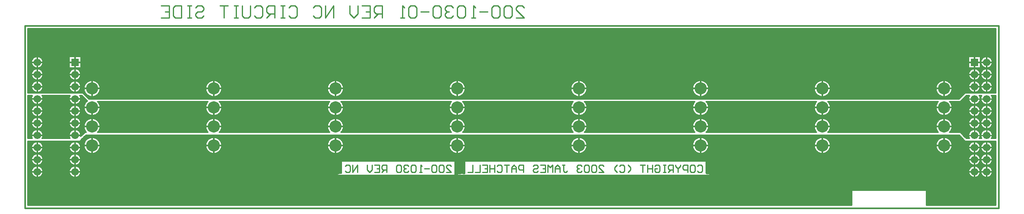
<source format=gbl>
*%FSLAX23Y23*%
*%MOIN*%
G01*
%ADD11C,0.006*%
%ADD12C,0.007*%
%ADD13C,0.010*%
%ADD14C,0.012*%
%ADD15C,0.036*%
%ADD16C,0.055*%
%ADD17C,0.056*%
%ADD18C,0.062*%
%ADD19C,0.068*%
%ADD20C,0.075*%
%ADD21C,0.100*%
%ADD22C,0.106*%
%ADD23C,0.200*%
%ADD24C,0.210*%
%ADD25C,0.216*%
%ADD26C,0.220*%
%ADD27R,0.062X0.062*%
%ADD28R,0.068X0.068*%
%ADD29R,0.230X0.230*%
%ADD30R,0.250X0.250*%
D13*
X6373Y7653D02*
Y7673D01*
X6398Y7913D02*
Y7923D01*
X6388Y7913D02*
Y7933D01*
X6378Y7943D02*
Y7893D01*
X6373Y7673D02*
X6393D01*
X13658Y7638D02*
X13858D01*
Y7938D02*
X13658D01*
X13623Y7923D02*
Y7918D01*
X13708Y7938D02*
Y7888D01*
Y7688D02*
Y7638D01*
X13658Y7618D02*
X13633Y7643D01*
X13653Y7938D02*
X13648Y7943D01*
X13653Y7938D02*
X13623Y7908D01*
Y7918D02*
X13648Y7943D01*
X13653Y7953D02*
X13623Y7923D01*
X13808Y7938D02*
Y7888D01*
Y7688D02*
Y7638D01*
X11443Y7393D02*
X11433Y7383D01*
X11443Y7393D02*
X11463D01*
X11473Y7383D01*
Y7343D01*
X11463Y7333D01*
X11443D01*
X11433Y7343D01*
X11403Y7393D02*
X11383D01*
X11403D02*
X11413Y7383D01*
Y7343D01*
X11403Y7333D01*
X11383D01*
X11373Y7343D01*
Y7383D01*
X11383Y7393D01*
X11353D02*
Y7333D01*
Y7393D02*
X11323D01*
X11313Y7383D01*
Y7363D01*
X11323Y7353D01*
X11353D01*
X11293Y7383D02*
Y7393D01*
Y7383D02*
X11273Y7363D01*
X11253Y7383D01*
Y7393D01*
X11273Y7363D02*
Y7333D01*
X11233D02*
Y7393D01*
X11203D01*
X11193Y7383D01*
Y7363D01*
X11203Y7353D01*
X11233D01*
X11213D02*
X11193Y7333D01*
X11173Y7393D02*
X11153D01*
X11163D01*
Y7333D01*
X11173D01*
X11153D01*
X11093Y7393D02*
X11083Y7383D01*
X11093Y7393D02*
X11113D01*
X11123Y7383D01*
Y7343D01*
X11113Y7333D01*
X11093D01*
X11083Y7343D01*
Y7363D01*
X11103D01*
X11063Y7393D02*
Y7333D01*
Y7363D01*
X11023D01*
Y7393D01*
Y7333D01*
X11003Y7393D02*
X10963D01*
X10983D01*
Y7333D01*
X10883Y7353D02*
X10863Y7333D01*
X10883Y7353D02*
Y7373D01*
X10863Y7393D01*
X10803D02*
X10793Y7383D01*
X10803Y7393D02*
X10823D01*
X10833Y7383D01*
Y7343D01*
X10823Y7333D01*
X10803D01*
X10793Y7343D01*
X10773Y7333D02*
X10753Y7353D01*
Y7373D01*
X10773Y7393D01*
X10663Y7333D02*
X10623D01*
X10663D02*
X10623Y7373D01*
Y7383D01*
X10633Y7393D01*
X10653D01*
X10663Y7383D01*
X10603D02*
X10593Y7393D01*
X10573D01*
X10563Y7383D01*
Y7343D01*
X10573Y7333D01*
X10593D01*
X10603Y7343D01*
Y7383D01*
X10543D02*
X10533Y7393D01*
X10513D01*
X10503Y7383D01*
Y7343D01*
X10513Y7333D01*
X10533D01*
X10543Y7343D01*
Y7383D01*
X10483D02*
X10473Y7393D01*
X10453D01*
X10443Y7383D01*
Y7373D01*
X10444D01*
X10443D02*
X10444D01*
X10443D02*
X10444D01*
X10443D02*
X10453Y7363D01*
X10463D01*
X10453D01*
X10443Y7353D01*
Y7343D01*
X10453Y7333D01*
X10473D01*
X10483Y7343D01*
X10343Y7393D02*
X10323D01*
X10333D02*
X10343D01*
X10333D02*
Y7343D01*
X10343Y7333D01*
X10353D01*
X10363Y7343D01*
X10303Y7333D02*
Y7373D01*
X10283Y7393D01*
X10263Y7373D01*
Y7333D01*
Y7363D01*
X10303D01*
X10243Y7333D02*
Y7393D01*
X10223Y7373D01*
X10203Y7393D01*
Y7333D01*
X10183Y7393D02*
X10143D01*
X10183D02*
Y7333D01*
X10143D01*
X10163Y7363D02*
X10183D01*
X10093Y7393D02*
X10083Y7383D01*
X10093Y7393D02*
X10113D01*
X10123Y7383D01*
Y7373D01*
X10113Y7363D01*
X10093D01*
X10083Y7353D01*
Y7343D01*
X10093Y7333D01*
X10113D01*
X10123Y7343D01*
X10003Y7333D02*
Y7393D01*
X9973D01*
X9963Y7383D01*
Y7363D01*
X9973Y7353D01*
X10003D01*
X9943Y7333D02*
Y7373D01*
X9924Y7393D01*
X9904Y7373D01*
Y7333D01*
Y7363D01*
X9943D01*
X9884Y7393D02*
X9844D01*
X9864D01*
Y7333D01*
X9794Y7393D02*
X9784Y7383D01*
X9794Y7393D02*
X9814D01*
X9824Y7383D01*
Y7343D01*
X9814Y7333D01*
X9794D01*
X9784Y7343D01*
X9764Y7333D02*
Y7393D01*
Y7363D02*
Y7333D01*
Y7363D02*
X9724D01*
Y7393D01*
Y7333D01*
X9704Y7393D02*
X9664D01*
X9704D02*
Y7333D01*
X9664D01*
X9684Y7363D02*
X9704D01*
X9644Y7393D02*
Y7333D01*
X9604D01*
X9584D02*
Y7393D01*
Y7333D02*
X9544D01*
X9941Y8603D02*
X10008D01*
X9941Y8670D01*
Y8686D01*
X9958Y8703D01*
X9991D01*
X10008Y8686D01*
X9908D02*
X9891Y8703D01*
X9858D01*
X9841Y8686D01*
Y8620D01*
X9858Y8603D01*
X9891D01*
X9908Y8620D01*
Y8686D01*
X9808D02*
X9791Y8703D01*
X9758D01*
X9741Y8686D01*
Y8620D01*
X9758Y8603D01*
X9791D01*
X9808Y8620D01*
Y8686D01*
X9708Y8653D02*
X9641D01*
X9608Y8603D02*
X9575D01*
X9591D01*
Y8703D01*
X9592D01*
X9591D02*
X9608Y8686D01*
X9525D02*
X9508Y8703D01*
X9475D01*
X9458Y8686D01*
Y8620D01*
X9475Y8603D01*
X9508D01*
X9525Y8620D01*
Y8686D01*
X9425D02*
X9408Y8703D01*
X9375D01*
X9358Y8686D01*
Y8670D01*
X9359D01*
X9358D02*
X9359D01*
X9358D02*
X9359D01*
X9358D02*
X9375Y8653D01*
X9392D01*
X9375D01*
X9358Y8636D01*
Y8620D01*
X9375Y8603D01*
X9408D01*
X9425Y8620D01*
X9325Y8686D02*
X9308Y8703D01*
X9275D01*
X9258Y8686D01*
Y8620D01*
X9275Y8603D01*
X9308D01*
X9325Y8620D01*
Y8686D01*
X9225Y8653D02*
X9158D01*
X9125Y8686D02*
X9108Y8703D01*
X9075D01*
X9058Y8686D01*
Y8620D01*
X9075Y8603D01*
X9108D01*
X9125Y8620D01*
Y8686D01*
X9025Y8603D02*
X8992D01*
X9008D01*
Y8703D01*
X9009D01*
X9008D02*
X9025Y8686D01*
X8842Y8703D02*
Y8603D01*
Y8703D02*
X8792D01*
X8775Y8686D01*
Y8653D01*
X8792Y8636D01*
X8842D01*
X8808D02*
X8775Y8603D01*
X8742Y8703D02*
X8675D01*
X8742D02*
Y8603D01*
X8675D01*
X8708Y8653D02*
X8742D01*
X8642Y8636D02*
Y8703D01*
Y8636D02*
X8608Y8603D01*
X8575Y8636D01*
Y8703D01*
X8442D02*
Y8603D01*
X8375D02*
X8442Y8703D01*
X8375D02*
Y8603D01*
X8275Y8686D02*
X8292Y8703D01*
X8325D01*
X8342Y8686D01*
Y8620D01*
X8325Y8603D01*
X8292D01*
X8275Y8620D01*
X8092Y8703D02*
X8075Y8686D01*
X8092Y8703D02*
X8125D01*
X8142Y8686D01*
Y8620D01*
X8125Y8603D01*
X8092D01*
X8075Y8620D01*
X8042Y8703D02*
X8009D01*
X8025D01*
Y8603D01*
X8042D01*
X8009D01*
X7959D02*
Y8703D01*
X7909D01*
X7892Y8686D01*
Y8653D01*
X7909Y8636D01*
X7959D01*
X7925D02*
X7892Y8603D01*
X7792Y8686D02*
X7809Y8703D01*
X7842D01*
X7859Y8686D01*
Y8620D01*
X7842Y8603D01*
X7809D01*
X7792Y8620D01*
X7759D02*
Y8703D01*
Y8620D02*
X7742Y8603D01*
X7709D01*
X7692Y8620D01*
Y8703D01*
X7659D02*
X7625D01*
X7642D01*
Y8603D01*
X7659D01*
X7625D01*
X7575Y8703D02*
X7509D01*
X7542D01*
Y8603D01*
X7326Y8703D02*
X7309Y8686D01*
X7326Y8703D02*
X7359D01*
X7376Y8686D01*
Y8670D01*
X7359Y8653D01*
X7326D01*
X7309Y8636D01*
Y8620D01*
X7326Y8603D01*
X7359D01*
X7376Y8620D01*
X7276Y8703D02*
X7242D01*
X7259D01*
Y8603D01*
X7276D01*
X7242D01*
X7192D02*
Y8703D01*
Y8603D02*
X7142D01*
X7126Y8620D01*
Y8686D01*
X7142Y8703D01*
X7192D01*
X7092D02*
X7026D01*
X7092D02*
Y8603D01*
X7026D01*
X7059Y8653D02*
X7092D01*
X9368Y7333D02*
X9408D01*
X9368Y7373D01*
Y7383D01*
X9378Y7393D01*
X9398D01*
X9408Y7383D01*
X9348D02*
X9338Y7393D01*
X9318D01*
X9308Y7383D01*
Y7343D01*
X9318Y7333D01*
X9338D01*
X9348Y7343D01*
Y7383D01*
X9288D02*
X9278Y7393D01*
X9258D01*
X9248Y7383D01*
Y7343D01*
X9258Y7333D01*
X9278D01*
X9288Y7343D01*
Y7383D01*
X9228Y7363D02*
X9188D01*
X9168Y7333D02*
X9148D01*
X9158D01*
Y7393D01*
X9159D01*
X9158D02*
X9168Y7383D01*
X9118D02*
X9108Y7393D01*
X9088D01*
X9078Y7383D01*
Y7343D01*
X9088Y7333D01*
X9108D01*
X9118Y7343D01*
Y7383D01*
X9058D02*
X9048Y7393D01*
X9028D01*
X9018Y7383D01*
Y7373D01*
X9019D01*
X9018D02*
X9019D01*
X9018D02*
X9019D01*
X9018D02*
X9028Y7363D01*
X9038D01*
X9028D01*
X9018Y7353D01*
Y7343D01*
X9028Y7333D01*
X9048D01*
X9058Y7343D01*
X8998Y7383D02*
X8988Y7393D01*
X8968D01*
X8958Y7383D01*
Y7343D01*
X8968Y7333D01*
X8988D01*
X8998Y7343D01*
Y7383D01*
X8878Y7393D02*
Y7333D01*
Y7393D02*
X8848D01*
X8838Y7383D01*
Y7363D01*
X8848Y7353D01*
X8878D01*
X8858D02*
X8838Y7333D01*
X8818Y7393D02*
X8778D01*
X8818D02*
Y7333D01*
X8778D01*
X8798Y7363D02*
X8818D01*
X8758Y7353D02*
Y7393D01*
Y7353D02*
X8738Y7333D01*
X8718Y7353D01*
Y7393D01*
X8638D02*
Y7333D01*
X8598D02*
X8638Y7393D01*
X8598D02*
Y7333D01*
X8538Y7383D02*
X8548Y7393D01*
X8568D01*
X8578Y7383D01*
Y7343D01*
X8568Y7333D01*
X8548D01*
X8538Y7343D01*
D14*
X13621Y7202D02*
X13883D01*
X13375D02*
X13316D01*
X12700D01*
X12621D01*
X12375D02*
X11621D01*
X11375D02*
X10621D01*
X10375D02*
X9621D01*
X9375D02*
X8621D01*
X8375D02*
X7621D01*
X7375D02*
X6621D01*
X6375D02*
X5933D01*
X13620Y7190D02*
X13883D01*
X13376D02*
X13316D01*
X12700D01*
X12620D01*
X12376D02*
X11620D01*
X11376D02*
X10620D01*
X10376D02*
X9620D01*
X9376D02*
X8620D01*
X8376D02*
X7620D01*
X7376D02*
X6620D01*
X6376D02*
X5933D01*
X13618Y7178D02*
X13883D01*
X13378D02*
X13316D01*
X12700D02*
X12618D01*
X12378D02*
X11618D01*
X11378D02*
X10618D01*
X10378D02*
X9618D01*
X9378D02*
X8618D01*
X8378D02*
X7618D01*
X7378D02*
X6618D01*
X6378D02*
X5933D01*
X13615Y7166D02*
X13883D01*
X13381D02*
X13316D01*
X12700D02*
X12615D01*
X12381D02*
X11615D01*
X11381D02*
X10615D01*
X10381D02*
X9615D01*
X9381D02*
X8615D01*
X8381D02*
X7615D01*
X7381D02*
X6615D01*
X6381D02*
X5933D01*
X13611Y7154D02*
X13883D01*
X13385D02*
X13316D01*
X12700D02*
X12611D01*
X12385D02*
X11611D01*
X11385D02*
X10611D01*
X10385D02*
X9611D01*
X9385D02*
X8611D01*
X8385D02*
X7611D01*
X7385D02*
X6611D01*
X6385D02*
X5933D01*
X13605Y7142D02*
X13883D01*
X13391D02*
X13316D01*
X12700D02*
X12605D01*
X12391D02*
X11605D01*
X11391D02*
X10605D01*
X10391D02*
X9605D01*
X9391D02*
X8605D01*
X8391D02*
X7605D01*
X7391D02*
X6605D01*
X6391D02*
X5933D01*
X13597Y7130D02*
X13883D01*
X13399D02*
X13316D01*
X12700D02*
X12597D01*
X12399D02*
X11597D01*
X11399D02*
X10597D01*
X10399D02*
X9597D01*
X9399D02*
X8597D01*
X8399D02*
X7597D01*
X7399D02*
X6597D01*
X6399D02*
X5933D01*
X13587Y7118D02*
X13883D01*
X13409D02*
X13316D01*
X12700D02*
X12587D01*
X12409D02*
X11587D01*
X11409D02*
X10587D01*
X10409D02*
X9587D01*
X9409D02*
X8587D01*
X8409D02*
X7587D01*
X7409D02*
X6587D01*
X6409D02*
X5933D01*
X13574Y7106D02*
X13883D01*
X13422D02*
X13316D01*
X12700D02*
X12574D01*
X12422D02*
X11574D01*
X11422D02*
X10574D01*
X10422D02*
X9574D01*
X9422D02*
X8574D01*
X8422D02*
X7574D01*
X7422D02*
X6574D01*
X6422D02*
X5933D01*
X13555Y7094D02*
X13883D01*
X13441D02*
X13316D01*
X12700D02*
X12555D01*
X12441D02*
X11555D01*
X11441D02*
X10555D01*
X10441D02*
X9555D01*
X9441D02*
X8555D01*
X8441D02*
X7555D01*
X7441D02*
X6555D01*
X6441D02*
X5933D01*
X13520Y7082D02*
X13883D01*
X13476D02*
X13316D01*
X12700D02*
X12520D01*
X12476D02*
X11520D01*
X11476D02*
X10520D01*
X10476D02*
X9520D01*
X9476D02*
X8520D01*
X8476D02*
X7520D01*
X7476D02*
X6520D01*
X6476D02*
X5933D01*
X13316Y7070D02*
X13883D01*
X12700D02*
X5933D01*
X13316Y7063D02*
X13883D01*
X12700D02*
X5933D01*
X12700Y7186D02*
X13316D01*
X5940Y7063D02*
Y7588D01*
X5952D02*
Y7063D01*
X5964Y7560D02*
Y7588D01*
Y7516D02*
Y7460D01*
Y7416D02*
Y7360D01*
Y7316D02*
Y7063D01*
X5976Y7575D02*
Y7588D01*
Y7501D02*
Y7475D01*
Y7401D02*
Y7375D01*
Y7301D02*
Y7063D01*
X5988D02*
Y7293D01*
X6000Y7290D02*
Y7063D01*
X6012D02*
Y7289D01*
X6024Y7292D02*
Y7063D01*
X6036Y7478D02*
Y7498D01*
Y7398D02*
Y7378D01*
Y7298D02*
Y7063D01*
X6048Y7566D02*
Y7588D01*
Y7510D02*
Y7466D01*
Y7410D02*
Y7366D01*
Y7310D02*
Y7063D01*
X6060D02*
Y7588D01*
X6072D02*
Y7063D01*
X5933D02*
Y7588D01*
X6008Y7338D02*
Y7289D01*
Y7338D02*
Y7387D01*
Y7389D02*
Y7438D01*
Y7487D01*
Y7489D02*
Y7538D01*
Y7587D01*
X5940Y7612D02*
Y7964D01*
X5952D02*
Y7612D01*
X5964Y7860D02*
Y7916D01*
Y7816D02*
Y7760D01*
Y7716D02*
Y7660D01*
X5976Y7875D02*
Y7901D01*
Y7801D02*
Y7775D01*
Y7701D02*
Y7675D01*
X6036Y7878D02*
Y7898D01*
Y7798D02*
Y7778D01*
Y7698D02*
Y7678D01*
X6048Y7866D02*
Y7910D01*
Y7810D02*
Y7766D01*
Y7710D02*
Y7666D01*
X6060Y7612D02*
Y7964D01*
X6072D02*
Y7612D01*
X5933D02*
Y7964D01*
X6008Y7938D02*
Y7889D01*
Y7838D02*
Y7789D01*
Y7838D02*
Y7887D01*
Y7738D02*
Y7689D01*
Y7738D02*
Y7787D01*
Y7687D02*
Y7638D01*
X5940Y7988D02*
Y8513D01*
X5952D02*
Y7988D01*
X5964Y8260D02*
Y8513D01*
Y8216D02*
Y8160D01*
Y8116D02*
Y8060D01*
Y8016D02*
Y7988D01*
X5976Y8275D02*
Y8513D01*
Y8201D02*
Y8175D01*
Y8101D02*
Y8075D01*
Y8001D02*
Y7988D01*
X5988Y8283D02*
Y8513D01*
X6000D02*
Y8286D01*
X6012Y8287D02*
Y8513D01*
X6024D02*
Y8284D01*
X6036Y8278D02*
Y8513D01*
Y8198D02*
Y8178D01*
Y8098D02*
Y8078D01*
X6048Y8266D02*
Y8513D01*
Y8210D02*
Y8166D01*
Y8110D02*
Y8066D01*
Y8010D02*
Y7988D01*
X6060D02*
Y8513D01*
X6072D02*
Y7988D01*
X5933D02*
Y8513D01*
X6008Y8238D02*
Y8189D01*
Y8238D02*
Y8287D01*
Y8138D02*
Y8089D01*
Y8138D02*
Y8187D01*
Y8038D02*
Y7989D01*
Y8038D02*
Y8087D01*
X13845Y7406D02*
X13883D01*
X13771D02*
X13745D01*
X13671D02*
X11506D01*
X9520D02*
X9441D01*
X8505D02*
X6355D01*
X6281D02*
X6045D01*
X5971D02*
X5933D01*
X13830Y7394D02*
X13883D01*
X13786D02*
X13730D01*
X13686D02*
X11506D01*
X9520D02*
X9441D01*
X8505D02*
X6340D01*
X6296D02*
X6030D01*
X5986D02*
X5933D01*
X13830Y7382D02*
X13883D01*
X13786D02*
X13730D01*
X13686D02*
X11506D01*
X9520D02*
X9441D01*
X8505D02*
X6340D01*
X6296D02*
X6030D01*
X5986D02*
X5933D01*
X13845Y7370D02*
X13883D01*
X13771D02*
X13745D01*
X13671D02*
X11506D01*
X9520D02*
X9441D01*
X8505D02*
X6355D01*
X6281D02*
X6045D01*
X5971D02*
X5933D01*
X13853Y7358D02*
X13883D01*
X13663D02*
X11506D01*
X9520D02*
X9441D01*
X8505D02*
X6363D01*
X6273D02*
X6053D01*
X5963D02*
X5933D01*
X13856Y7346D02*
X13883D01*
X13660D02*
X11506D01*
X9520D02*
X9441D01*
X8505D02*
X6366D01*
X6270D02*
X6056D01*
X5960D02*
X5933D01*
X13857Y7334D02*
X13883D01*
X13659D02*
X11506D01*
X9520D02*
X9441D01*
X8505D02*
X6367D01*
X6269D02*
X6057D01*
X5959D02*
X5933D01*
X13854Y7322D02*
X13883D01*
X13662D02*
X13529D01*
X13467D02*
X12529D01*
X12467D02*
X11529D01*
X9467D02*
X9441D01*
X8467D02*
X7529D01*
X7467D02*
X6529D01*
X6467D02*
X6364D01*
X6272D02*
X6054D01*
X5962D02*
X5933D01*
X13848Y7310D02*
X13883D01*
X13768D02*
X13748D01*
X13668D02*
X13559D01*
X13437D02*
X12559D01*
X12437D02*
X11559D01*
X8437D02*
X7559D01*
X7437D02*
X6559D01*
X6437D02*
X6358D01*
X6278D02*
X6048D01*
X5968D02*
X5933D01*
X13836Y7298D02*
X13883D01*
X13780D02*
X13736D01*
X13680D02*
X13576D01*
X13420D02*
X12576D01*
X12420D02*
X11576D01*
X11420D02*
X10576D01*
X10420D02*
X9576D01*
X9420D02*
X8576D01*
X8420D02*
X7576D01*
X7420D02*
X6576D01*
X6420D02*
X6346D01*
X6290D02*
X6036D01*
X5980D02*
X5933D01*
X13589Y7286D02*
X13883D01*
X13407D02*
X12589D01*
X12407D02*
X11589D01*
X11407D02*
X10589D01*
X10407D02*
X9589D01*
X9407D02*
X8589D01*
X8407D02*
X7589D01*
X7407D02*
X6589D01*
X6407D02*
X5933D01*
X13598Y7274D02*
X13883D01*
X13398D02*
X12598D01*
X12398D02*
X11598D01*
X11398D02*
X10598D01*
X10398D02*
X9598D01*
X9398D02*
X8598D01*
X8398D02*
X7598D01*
X7398D02*
X6598D01*
X6398D02*
X5933D01*
X13606Y7262D02*
X13883D01*
X13390D02*
X12606D01*
X12390D02*
X11606D01*
X11390D02*
X10606D01*
X10390D02*
X9606D01*
X9390D02*
X8606D01*
X8390D02*
X7606D01*
X7390D02*
X6606D01*
X6390D02*
X5933D01*
X13612Y7250D02*
X13883D01*
X13384D02*
X12612D01*
X12384D02*
X11612D01*
X11384D02*
X10612D01*
X10384D02*
X9612D01*
X9384D02*
X8612D01*
X8384D02*
X7612D01*
X7384D02*
X6612D01*
X6384D02*
X5933D01*
X13616Y7238D02*
X13883D01*
X13380D02*
X12616D01*
X12380D02*
X11616D01*
X11380D02*
X10616D01*
X10380D02*
X9616D01*
X9380D02*
X8616D01*
X8380D02*
X7616D01*
X7380D02*
X6616D01*
X6380D02*
X5933D01*
X13619Y7226D02*
X13883D01*
X13377D02*
X12619D01*
X12377D02*
X11619D01*
X11377D02*
X10619D01*
X10377D02*
X9619D01*
X9377D02*
X8619D01*
X8377D02*
X7619D01*
X7377D02*
X6619D01*
X6377D02*
X5933D01*
X13621Y7214D02*
X13883D01*
X13375D02*
X12621D01*
X12375D02*
X11621D01*
X11375D02*
X10621D01*
X10375D02*
X9621D01*
X9375D02*
X8621D01*
X8375D02*
X7621D01*
X7375D02*
X6621D01*
X6375D02*
X5933D01*
X8567Y7305D02*
X9429D01*
X10567D02*
X11429D01*
X10429D02*
X9567D01*
X6008Y7338D02*
X5959D01*
X6008D02*
X6057D01*
X6269D02*
X6318D01*
X6367D01*
X13759D02*
X13808D01*
X13857D01*
X13708D02*
X13659D01*
X13708D02*
X13757D01*
X6084Y7588D02*
Y7063D01*
X6096D02*
Y7588D01*
X6108D02*
Y7063D01*
X6120D02*
Y7588D01*
X6132D02*
Y7063D01*
X6144D02*
Y7588D01*
X6156D02*
Y7063D01*
X6168D02*
Y7588D01*
X6180D02*
Y7063D01*
X6192D02*
Y7588D01*
X6204D02*
Y7063D01*
X6216D02*
Y7588D01*
X6228D02*
Y7063D01*
X6240D02*
Y7588D01*
X6252D02*
Y7063D01*
X6264D02*
Y7588D01*
X6276D02*
Y7563D01*
Y7513D02*
Y7463D01*
Y7413D02*
Y7363D01*
Y7313D02*
Y7063D01*
X6084Y7612D02*
Y7964D01*
X6096D02*
Y7612D01*
X6108D02*
Y7964D01*
X6120D02*
Y7612D01*
X6132D02*
Y7964D01*
X6144D02*
Y7612D01*
X6156D02*
Y7964D01*
X6168D02*
Y7612D01*
X6180D02*
Y7964D01*
X6192D02*
Y7612D01*
X6204D02*
Y7964D01*
X6216D02*
Y7612D01*
X6228D02*
Y7964D01*
X6240D02*
Y7612D01*
X6252D02*
Y7964D01*
X6264D02*
Y7612D01*
X6276Y7863D02*
Y7913D01*
Y7813D02*
Y7763D01*
Y7713D02*
Y7663D01*
X6084Y7988D02*
Y8513D01*
X6096D02*
Y7988D01*
X6108D02*
Y8513D01*
X6120D02*
Y7988D01*
X6132D02*
Y8513D01*
X6144D02*
Y7988D01*
X6156D02*
Y8513D01*
X6168D02*
Y7988D01*
X6180D02*
Y8513D01*
X6192D02*
Y7988D01*
X6204D02*
Y8513D01*
X6216D02*
Y7988D01*
X6228D02*
Y8513D01*
X6240D02*
Y7988D01*
X6252Y8287D02*
Y8513D01*
Y8287D02*
Y8189D01*
Y7988D01*
X6264Y8287D02*
Y8513D01*
Y8287D02*
Y8189D01*
Y7988D01*
X6276Y8287D02*
Y8513D01*
Y8189D02*
Y8163D01*
Y8113D02*
Y8063D01*
Y8013D02*
Y7988D01*
X6269Y8189D02*
Y8287D01*
X13510Y7598D02*
X13623D01*
X13406D02*
X12510D01*
X12406D02*
X11510D01*
X11406D02*
X10510D01*
X10406D02*
X9510D01*
X9406D02*
X8510D01*
X8406D02*
X7510D01*
X7406D02*
X6510D01*
X6406D02*
X6368D01*
X13818Y7586D02*
X13883D01*
X13798D02*
X13718D01*
X13698D02*
X13518D01*
X13398D02*
X12518D01*
X12398D02*
X11518D01*
X11398D02*
X10518D01*
X10398D02*
X9518D01*
X9398D02*
X8518D01*
X8398D02*
X7518D01*
X7398D02*
X6518D01*
X6398D02*
X6328D01*
X6308D02*
X6018D01*
X5998D02*
X5933D01*
X13841Y7574D02*
X13883D01*
X13775D02*
X13741D01*
X13675D02*
X13523D01*
X13393D02*
X12523D01*
X12393D02*
X11523D01*
X11393D02*
X10523D01*
X10393D02*
X9523D01*
X9393D02*
X8523D01*
X8393D02*
X7523D01*
X7393D02*
X6523D01*
X6393D02*
X6351D01*
X6285D02*
X6041D01*
X5975D02*
X5933D01*
X13851Y7562D02*
X13883D01*
X13765D02*
X13751D01*
X13665D02*
X13526D01*
X13390D02*
X12526D01*
X12390D02*
X11526D01*
X11390D02*
X10526D01*
X10390D02*
X9526D01*
X9390D02*
X8526D01*
X8390D02*
X7526D01*
X7390D02*
X6526D01*
X6390D02*
X6361D01*
X6275D02*
X6051D01*
X5965D02*
X5933D01*
X13856Y7550D02*
X13883D01*
X13660D02*
X13526D01*
X13390D02*
X12526D01*
X12390D02*
X11526D01*
X11390D02*
X10526D01*
X10390D02*
X9526D01*
X9390D02*
X8526D01*
X8390D02*
X7526D01*
X7390D02*
X6526D01*
X6390D02*
X6366D01*
X6270D02*
X6056D01*
X5960D02*
X5933D01*
X13857Y7538D02*
X13883D01*
X13659D02*
X13524D01*
X13392D02*
X12524D01*
X12392D02*
X11524D01*
X11392D02*
X10524D01*
X10392D02*
X9524D01*
X9392D02*
X8524D01*
X8392D02*
X7524D01*
X7392D02*
X6524D01*
X6392D02*
X6367D01*
X6269D02*
X6057D01*
X5959D02*
X5933D01*
X13856Y7526D02*
X13883D01*
X13660D02*
X13520D01*
X13396D02*
X12520D01*
X12396D02*
X11520D01*
X11396D02*
X10520D01*
X10396D02*
X9520D01*
X9396D02*
X8520D01*
X8396D02*
X7520D01*
X7396D02*
X6520D01*
X6396D02*
X6366D01*
X6270D02*
X6056D01*
X5960D02*
X5933D01*
X13851Y7514D02*
X13883D01*
X13765D02*
X13751D01*
X13665D02*
X13513D01*
X13403D02*
X12513D01*
X12403D02*
X11513D01*
X11403D02*
X10513D01*
X10403D02*
X9513D01*
X9403D02*
X8513D01*
X8403D02*
X7513D01*
X7403D02*
X6513D01*
X6403D02*
X6361D01*
X6275D02*
X6051D01*
X5965D02*
X5933D01*
X13841Y7502D02*
X13883D01*
X13775D02*
X13741D01*
X13675D02*
X13502D01*
X13414D02*
X12502D01*
X12414D02*
X11502D01*
X11414D02*
X10502D01*
X10414D02*
X9502D01*
X9414D02*
X8502D01*
X8414D02*
X7502D01*
X7414D02*
X6502D01*
X6414D02*
X6351D01*
X6285D02*
X6041D01*
X5975D02*
X5933D01*
X13818Y7490D02*
X13883D01*
X13798D02*
X13718D01*
X13698D02*
X13481D01*
X13435D02*
X12481D01*
X12435D02*
X11481D01*
X11435D02*
X10481D01*
X10435D02*
X9481D01*
X9435D02*
X8481D01*
X8435D02*
X7481D01*
X7435D02*
X6481D01*
X6435D02*
X6328D01*
X6308D02*
X6018D01*
X5998D02*
X5933D01*
X13836Y7478D02*
X13883D01*
X13780D02*
X13736D01*
X13680D02*
X6346D01*
X6290D02*
X6036D01*
X5980D02*
X5933D01*
X13848Y7466D02*
X13883D01*
X13768D02*
X13748D01*
X13668D02*
X6358D01*
X6278D02*
X6048D01*
X5968D02*
X5933D01*
X13854Y7454D02*
X13883D01*
X13662D02*
X6364D01*
X6272D02*
X6054D01*
X5962D02*
X5933D01*
X13857Y7442D02*
X13883D01*
X13659D02*
X11506D01*
X9520D01*
X9441D01*
X8505D01*
X6367D01*
X6269D02*
X6057D01*
X5959D02*
X5933D01*
X13856Y7430D02*
X13883D01*
X13660D02*
X11506D01*
X9520D01*
X9441D01*
X8505D01*
X6366D01*
X6270D02*
X6056D01*
X5960D02*
X5933D01*
X13853Y7418D02*
X13883D01*
X13663D02*
X11506D01*
X9520D02*
X9441D01*
X8505D02*
X6363D01*
X6273D02*
X6053D01*
X5963D02*
X5933D01*
Y7588D02*
X6358D01*
X13633D02*
X13883D01*
X9441Y7426D02*
X8505D01*
X9520D02*
X11506D01*
X6458Y7554D02*
X6390D01*
X6458D02*
X6526D01*
X6008Y7438D02*
X5959D01*
X6008D02*
X6057D01*
X6008Y7538D02*
X5959D01*
X6008D02*
X6057D01*
X6269Y7438D02*
X6318D01*
X6367D01*
X6318Y7538D02*
X6269D01*
X6318D02*
X6367D01*
X7390Y7554D02*
X7458D01*
X7526D01*
X9390D02*
X9458D01*
X9526D01*
X8458D02*
X8390D01*
X8458D02*
X8526D01*
X10390D02*
X10458D01*
X10526D01*
X12390D02*
X12458D01*
X12526D01*
X11458D02*
X11390D01*
X11458D02*
X11526D01*
X13390D02*
X13458D01*
X13526D01*
X13759Y7438D02*
X13808D01*
X13857D01*
X13708D02*
X13659D01*
X13708D02*
X13757D01*
X13759Y7538D02*
X13808D01*
X13857D01*
X13708D02*
X13659D01*
X13708D02*
X13757D01*
X6384Y7658D02*
Y7662D01*
Y7658D02*
Y7650D01*
Y7648D01*
X6288Y7499D02*
Y7477D01*
Y7399D02*
Y7377D01*
Y7299D02*
Y7063D01*
X6300D02*
Y7292D01*
X6312Y7289D02*
Y7063D01*
X6324D02*
Y7289D01*
X6336Y7292D02*
Y7063D01*
X6348Y7477D02*
Y7499D01*
Y7399D02*
Y7377D01*
Y7299D02*
Y7063D01*
X6360Y7563D02*
Y7588D01*
Y7513D02*
Y7463D01*
Y7413D02*
Y7363D01*
Y7313D02*
Y7063D01*
X6372Y7588D02*
Y7602D01*
Y7588D02*
Y7063D01*
X6384Y7249D02*
Y7614D01*
Y7157D02*
Y7063D01*
X6396Y7582D02*
Y7626D01*
Y7526D02*
Y7272D01*
Y7134D02*
Y7063D01*
X6408Y7600D02*
Y7638D01*
Y7508D02*
Y7287D01*
Y7119D02*
Y7063D01*
X6420Y7610D02*
Y7638D01*
Y7498D02*
Y7298D01*
Y7108D02*
Y7063D01*
X6432Y7617D02*
Y7638D01*
Y7491D02*
Y7307D01*
Y7099D02*
Y7063D01*
X6444Y7621D02*
Y7638D01*
Y7487D02*
Y7314D01*
Y7092D02*
Y7063D01*
X6456Y7622D02*
Y7638D01*
Y7486D02*
Y7319D01*
Y7087D02*
Y7063D01*
X6468Y7621D02*
Y7638D01*
Y7487D02*
Y7322D01*
Y7084D02*
Y7063D01*
X6458Y7486D02*
Y7554D01*
Y7622D01*
X6318Y7338D02*
Y7289D01*
Y7338D02*
Y7387D01*
Y7389D02*
Y7438D01*
Y7487D01*
Y7489D02*
Y7538D01*
Y7587D01*
X6288Y7877D02*
Y7899D01*
Y7799D02*
Y7777D01*
Y7699D02*
Y7677D01*
X6348Y7877D02*
Y7899D01*
Y7799D02*
Y7777D01*
Y7699D02*
Y7677D01*
X6360Y7863D02*
Y7913D01*
Y7813D02*
Y7763D01*
Y7713D02*
Y7663D01*
X6372Y7662D02*
Y7934D01*
X6384Y7922D02*
Y7662D01*
X6396Y7894D02*
Y7914D01*
Y7838D02*
Y7738D01*
Y7682D02*
Y7662D01*
X6408Y7756D02*
Y7820D01*
X6420Y7810D02*
Y7766D01*
X6432Y7773D02*
Y7803D01*
X6444Y7799D02*
Y7777D01*
X6456Y7778D02*
Y7798D01*
X6468Y7799D02*
Y7777D01*
X6372Y7650D02*
Y7646D01*
Y7638D01*
Y7636D01*
X6396Y7660D02*
Y7662D01*
X6372Y7958D02*
Y7964D01*
Y7958D02*
Y7951D01*
Y7946D01*
X6384Y7951D02*
Y7953D01*
Y7951D02*
Y7946D01*
Y7939D01*
Y7934D01*
Y7933D01*
X6396Y7939D02*
Y7941D01*
Y7939D02*
Y7934D01*
Y7927D01*
Y7922D01*
Y7921D01*
X6408Y7927D02*
Y7929D01*
Y7927D02*
Y7922D01*
Y7915D01*
Y7914D01*
X6380Y7662D02*
Y7658D01*
Y7650D01*
Y7646D01*
Y7644D01*
X6368Y7646D02*
Y7650D01*
Y7646D02*
Y7638D01*
Y7634D01*
Y7632D01*
X6365Y7958D02*
Y7964D01*
X6377Y7960D02*
Y7958D01*
Y7951D01*
Y7946D01*
X6389D02*
Y7948D01*
Y7946D02*
Y7939D01*
Y7934D01*
X6401D02*
Y7936D01*
Y7934D02*
Y7927D01*
Y7922D01*
X6409Y7927D02*
Y7928D01*
Y7927D02*
Y7922D01*
Y7915D01*
Y7914D01*
X6458Y7866D02*
Y7798D01*
Y7778D02*
Y7710D01*
X6318Y7687D02*
Y7638D01*
Y7689D02*
Y7738D01*
Y7787D01*
Y7889D02*
Y7938D01*
Y7838D02*
Y7789D01*
Y7838D02*
Y7887D01*
X6288Y8287D02*
Y8513D01*
Y8189D02*
Y8177D01*
Y8099D02*
Y8077D01*
X6300Y8287D02*
Y8513D01*
X6312D02*
Y8287D01*
X6324D02*
Y8513D01*
X6336D02*
Y8287D01*
X6348D02*
Y8513D01*
Y8189D02*
Y8177D01*
Y8099D02*
Y8077D01*
X6360Y8287D02*
Y8513D01*
Y8189D02*
Y8163D01*
Y8113D02*
Y8063D01*
Y8013D02*
Y7988D01*
X6372Y8287D02*
Y8513D01*
Y8287D02*
Y8189D01*
Y7988D01*
X6384Y8287D02*
Y8513D01*
Y8287D02*
Y8189D01*
Y7988D01*
X6396Y8050D02*
Y8513D01*
Y7988D02*
Y7975D01*
X6408Y8068D02*
Y8513D01*
Y7976D02*
Y7963D01*
X6420Y8078D02*
Y8513D01*
Y7966D02*
Y7951D01*
X6432Y8085D02*
Y8513D01*
Y7959D02*
Y7939D01*
X6444Y8089D02*
Y8513D01*
Y7955D02*
Y7938D01*
X6456Y8090D02*
Y8513D01*
Y7954D02*
Y7938D01*
X6468Y8089D02*
Y8513D01*
Y7955D02*
Y7938D01*
X6367Y8189D02*
Y8287D01*
X6458Y8022D02*
Y7954D01*
Y8022D02*
Y8090D01*
X6318Y8038D02*
Y7989D01*
Y8038D02*
Y8087D01*
Y8189D02*
Y8238D01*
Y8287D01*
Y8138D02*
Y8089D01*
Y8138D02*
Y8187D01*
X6408Y7638D02*
X6358Y7588D01*
X6375Y7962D02*
X6373Y7964D01*
X6375Y7962D02*
X6377Y7960D01*
X6379Y7958D01*
X6384Y7953D01*
X6386Y7951D01*
X6389Y7948D01*
X6391Y7946D01*
X6396Y7941D01*
X6398Y7939D01*
X6399Y7938D01*
X6401Y7936D01*
X6403Y7934D01*
X6407Y7930D01*
X6407Y7930D01*
X6408Y7929D01*
X6409Y7928D01*
X6410Y7927D01*
X6415Y7922D01*
X6416Y7921D01*
X6417Y7920D01*
X6433Y7938D02*
X6383Y7988D01*
X6404Y7668D02*
X6398Y7662D01*
X6396Y7660D01*
X6394Y7658D01*
X6386Y7650D01*
X6384Y7648D01*
X6382Y7646D01*
X6382Y7646D01*
X6380Y7644D01*
X6374Y7638D01*
X6372Y7636D01*
X6370Y7634D01*
X6368Y7632D01*
X6366Y7630D01*
X5964Y7612D02*
X5957D01*
X5952D01*
X5940D01*
X5933D01*
X5964D02*
X5966D01*
X6060D02*
X6072D01*
X6060D02*
X6050D01*
X6072D02*
X6084D01*
X6096D01*
X6108D01*
X6120D01*
X6132D01*
X6144D01*
X6156D01*
X6168D01*
X6180D01*
X6192D01*
X6204D01*
X6216D01*
X6228D01*
X6240D01*
X6252D01*
X6264D01*
X6276D01*
X6276D01*
X13872D02*
X13883D01*
X13872D02*
X13859D01*
X13850D01*
X13766D02*
X13764D01*
X13752D01*
X13750D01*
X13666D02*
X13656D01*
X13647D01*
X13644D01*
X13643D01*
X6410Y7662D02*
X6408D01*
X6398D01*
X6396D01*
X13593D02*
X13596D01*
X13593D02*
X13584D01*
X13573D01*
X13572D01*
X13560D01*
X13524D02*
X13512D01*
X13506D01*
X13410D02*
X13404D01*
X13392D01*
X13380D01*
X13368D01*
X13164D02*
X13152D01*
X13140D01*
X13128D01*
X13116D01*
X13104D01*
X13092D01*
X13080D01*
X13068D01*
X13056D01*
X13044D01*
X13032D01*
X13020D01*
X13008D01*
X12996D01*
X12984D01*
X12972D01*
X12960D01*
X12924D02*
X12912D01*
X12900D01*
X12888D01*
X12876D01*
X12816D02*
X12804D01*
X12792D01*
X12780D01*
X12768D01*
X12756D01*
X12744D01*
X12732D01*
X12720D01*
X12708D01*
X12696D01*
X12684D01*
X6516D02*
X6506D01*
X6516D02*
X6528D01*
X6540D01*
X6552D01*
X6564D01*
X6576D01*
X6588D01*
X6600D01*
X6612D01*
X6624D01*
X6636D01*
X6648D01*
X6660D01*
X6672D01*
X6684D01*
X6696D01*
X6708D01*
X6720D01*
X6732D01*
X6744D01*
X6756D01*
X6768D01*
X6780D01*
X6792D01*
X6804D01*
X6816D01*
X6828D01*
X6840D01*
X6852D01*
X6864D01*
X6876D01*
X6888D01*
X6900D01*
X6912D01*
X6924D01*
X6936D01*
X6948D01*
X6960D01*
X6972D01*
X6984D01*
X6996D01*
X7008D01*
X7020D01*
X7032D01*
X7044D01*
X7056D01*
X7068D01*
X7080D01*
X7092D01*
X7104D01*
X7116D01*
X7128D01*
X7140D01*
X7152D01*
X7164D01*
X7176D01*
X7188D01*
X7200D01*
X7212D01*
X7224D01*
X7236D01*
X7248D01*
X7260D01*
X7272D01*
X7284D01*
X7296D01*
X7308D01*
X7320D01*
X7332D01*
X7344D01*
X7356D01*
X7368D01*
X7380D01*
X7392D01*
X7404D01*
X7410D01*
X7506D02*
X7512D01*
X7524D01*
X7536D01*
X7548D01*
X7560D01*
X7572D01*
X7584D01*
X7596D01*
X7608D01*
X7620D01*
X7632D01*
X7644D01*
X7656D01*
X7668D01*
X7680D01*
X7692D01*
X7704D01*
X7716D01*
X7728D01*
X7740D01*
X7752D01*
X7764D01*
X7776D01*
X7788D01*
X7800D01*
X7812D01*
X7824D01*
X7836D01*
X7848D01*
X7860D01*
X7872D01*
X7884D01*
X7896D01*
X7908D01*
X7920D01*
X7932D01*
X7944D01*
X7956D01*
X7968D01*
X7980D01*
X7992D01*
X8004D01*
X8016D01*
X8028D01*
X8040D01*
X8052D01*
X8064D01*
X8076D01*
X8088D01*
X8100D01*
X8112D01*
X8124D01*
X8136D01*
X8148D01*
X8160D01*
X8172D01*
X8184D01*
X8196D01*
X8208D01*
X8220D01*
X8232D01*
X8244D01*
X8256D01*
X8268D01*
X8280D01*
X8292D01*
X8304D01*
X8316D01*
X8328D01*
X8340D01*
X8352D01*
X8364D01*
X8376D01*
X8388D01*
X8400D01*
X8410D01*
X8506D02*
X8508D01*
X8520D01*
X8532D01*
X8544D01*
X8556D01*
X8568D01*
X8580D01*
X8592D01*
X8604D01*
X8616D01*
X8628D01*
X8640D01*
X8652D01*
X8664D01*
X8676D01*
X8688D01*
X8700D01*
X8712D01*
X8724D01*
X8736D01*
X8748D01*
X8760D01*
X8772D01*
X8784D01*
X8796D01*
X8808D01*
X8820D01*
X8832D01*
X8844D01*
X8856D01*
X8868D01*
X8880D01*
X8892D01*
X8904D01*
X8916D01*
X8928D01*
X8940D01*
X8952D01*
X8964D01*
X8976D01*
X8988D01*
X9000D01*
X9012D01*
X9024D01*
X9036D01*
X9048D01*
X9060D01*
X9072D01*
X9084D01*
X9096D01*
X9108D01*
X9120D01*
X9132D01*
X9144D01*
X9156D01*
X9168D01*
X9180D01*
X9192D01*
X9204D01*
X9216D01*
X9228D01*
X9240D01*
X9252D01*
X9264D01*
X9276D01*
X9288D01*
X9300D01*
X9312D01*
X9324D01*
X9336D01*
X9348D01*
X9360D01*
X9372D01*
X9384D01*
X9396D01*
X9408D01*
X9410D01*
X9506D02*
X9516D01*
X9528D01*
X9540D01*
X9552D01*
X9564D01*
X9576D01*
X9588D01*
X9600D01*
X9612D01*
X9624D01*
X9636D01*
X9648D01*
X9660D01*
X9672D01*
X9684D01*
X9696D01*
X9708D01*
X9720D01*
X9732D01*
X9744D01*
X9756D01*
X9768D01*
X9780D01*
X9792D01*
X9804D01*
X9816D01*
X9828D01*
X9840D01*
X9852D01*
X9864D01*
X9876D01*
X9888D01*
X9900D01*
X9912D01*
X9924D01*
X9936D01*
X9948D01*
X9960D01*
X9972D01*
X9984D01*
X9996D01*
X10008D01*
X10020D01*
X10032D01*
X10044D01*
X10056D01*
X10068D01*
X10080D01*
X10092D01*
X10104D01*
X10116D01*
X10128D01*
X10140D01*
X10152D01*
X10164D01*
X10176D01*
X10188D01*
X10200D01*
X10212D01*
X10224D01*
X10236D01*
X10248D01*
X10260D01*
X10272D01*
X10284D01*
X10296D01*
X10308D01*
X10320D01*
X10332D01*
X10344D01*
X10356D01*
X10368D01*
X10380D01*
X10392D01*
X10404D01*
X10410D01*
X10506D02*
X10512D01*
X10524D01*
X10536D01*
X10548D01*
X10560D01*
X10572D01*
X10584D01*
X10596D01*
X10608D01*
X10620D01*
X10632D01*
X10644D01*
X10656D01*
X10668D01*
X10680D01*
X10692D01*
X10704D01*
X10716D01*
X10728D01*
X10740D01*
X10752D01*
X10764D01*
X10776D01*
X10788D01*
X10800D01*
X10812D01*
X10824D01*
X10836D01*
X10848D01*
X10860D01*
X10872D01*
X10884D01*
X10896D01*
X10908D01*
X10920D01*
X10932D01*
X10944D01*
X10956D01*
X10968D01*
X10980D01*
X10992D01*
X11004D01*
X11016D01*
X11028D01*
X11040D01*
X11052D01*
X11064D01*
X11076D01*
X11088D01*
X11100D01*
X11112D01*
X11124D01*
X11136D01*
X11148D01*
X11160D01*
X11172D01*
X11184D01*
X11196D01*
X11208D01*
X11220D01*
X11232D01*
X11244D01*
X11256D01*
X11268D01*
X11280D01*
X11292D01*
X11304D01*
X11316D01*
X11328D01*
X11340D01*
X11352D01*
X11364D01*
X11376D01*
X11388D01*
X11400D01*
X11410D01*
X11506D02*
X11508D01*
X11520D01*
X11532D01*
X11544D01*
X11556D01*
X11568D01*
X11580D01*
X11592D01*
X11604D01*
X11616D01*
X11628D01*
X11640D01*
X11652D01*
X11664D01*
X11676D01*
X11688D01*
X11700D01*
X11712D01*
X11724D01*
X11736D01*
X11748D01*
X11760D01*
X11772D01*
X11784D01*
X11796D01*
X11808D01*
X11820D01*
X11832D01*
X11844D01*
X11856D01*
X11868D01*
X11880D01*
X11892D01*
X11904D01*
X11916D01*
X11928D01*
X11940D01*
X11952D01*
X11964D01*
X11976D01*
X11988D01*
X12000D01*
X12012D01*
X12024D01*
X12036D01*
X12048D01*
X12060D01*
X12072D01*
X12084D01*
X12096D01*
X12108D01*
X12120D01*
X12132D01*
X12144D01*
X12156D01*
X12168D01*
X12180D01*
X12192D01*
X12204D01*
X12216D01*
X12228D01*
X12240D01*
X12252D01*
X12264D01*
X12276D01*
X12288D01*
X12300D01*
X12312D01*
X12324D01*
X12336D01*
X12348D01*
X12360D01*
X12372D01*
X12384D01*
X12396D01*
X12408D01*
X12410D01*
X12506D02*
X12516D01*
X12528D01*
X12540D01*
X12552D01*
X12564D01*
X12576D01*
X12588D01*
X12600D01*
X12612D01*
X12624D01*
X12636D01*
X12648D01*
X12660D01*
X12672D01*
X12684D01*
X12816D02*
X12828D01*
X12840D01*
X12852D01*
X12864D01*
X12876D01*
X12924D02*
X12936D01*
X12948D01*
X12960D01*
X13164D02*
X13176D01*
X13188D01*
X13200D01*
X13212D01*
X13224D01*
X13236D01*
X13248D01*
X13260D01*
X13272D01*
X13284D01*
X13296D01*
X13308D01*
X13320D01*
X13332D01*
X13344D01*
X13356D01*
X13368D01*
X13524D02*
X13536D01*
X13548D01*
X13560D01*
X13587Y7634D02*
X6404D01*
X13458Y7622D02*
X13599D01*
X13458D02*
X12458D01*
X11458D01*
X10458D01*
X9458D01*
X8458D01*
X7458D01*
X6458D01*
X6392D01*
X13497Y7610D02*
X13611D01*
X13419D02*
X12497D01*
X12419D02*
X11497D01*
X11419D02*
X10497D01*
X10419D02*
X9497D01*
X9419D02*
X8497D01*
X8419D02*
X7497D01*
X7419D02*
X6497D01*
X6419D02*
X6380D01*
X6408Y7638D02*
X13583D01*
X13818Y7790D02*
X13883D01*
X13798D02*
X13718D01*
X13698D02*
X6328D01*
X6308D02*
X6018D01*
X5998D02*
X5933D01*
X13836Y7778D02*
X13883D01*
X13780D02*
X13736D01*
X13680D02*
X13458D01*
X12458D01*
X11458D01*
X10458D01*
X9458D01*
X8458D01*
X7458D01*
X6458D01*
X6346D01*
X6290D02*
X6036D01*
X5980D02*
X5933D01*
X13848Y7766D02*
X13883D01*
X13768D02*
X13748D01*
X13668D02*
X13497D01*
X13419D02*
X12497D01*
X12419D02*
X11497D01*
X11419D02*
X10497D01*
X10419D02*
X9497D01*
X9419D02*
X8497D01*
X8419D02*
X7497D01*
X7419D02*
X6497D01*
X6419D02*
X6358D01*
X6278D02*
X6048D01*
X5968D02*
X5933D01*
X13854Y7754D02*
X13883D01*
X13662D02*
X13510D01*
X13406D02*
X12510D01*
X12406D02*
X11510D01*
X11406D02*
X10510D01*
X10406D02*
X9510D01*
X9406D02*
X8510D01*
X8406D02*
X7510D01*
X7406D02*
X6510D01*
X6406D02*
X6364D01*
X6272D02*
X6054D01*
X5962D02*
X5933D01*
X13857Y7742D02*
X13883D01*
X13659D02*
X13518D01*
X13398D02*
X12518D01*
X12398D02*
X11518D01*
X11398D02*
X10518D01*
X10398D02*
X9518D01*
X9398D02*
X8518D01*
X8398D02*
X7518D01*
X7398D02*
X6518D01*
X6398D02*
X6367D01*
X6269D02*
X6057D01*
X5959D02*
X5933D01*
X13856Y7730D02*
X13883D01*
X13660D02*
X13523D01*
X13393D02*
X12523D01*
X12393D02*
X11523D01*
X11393D02*
X10523D01*
X10393D02*
X9523D01*
X9393D02*
X8523D01*
X8393D02*
X7523D01*
X7393D02*
X6523D01*
X6393D02*
X6366D01*
X6270D02*
X6056D01*
X5960D02*
X5933D01*
X13853Y7718D02*
X13883D01*
X13663D02*
X13526D01*
X13390D02*
X12526D01*
X12390D02*
X11526D01*
X11390D02*
X10526D01*
X10390D02*
X9526D01*
X9390D02*
X8526D01*
X8390D02*
X7526D01*
X7390D02*
X6526D01*
X6390D02*
X6363D01*
X6273D02*
X6053D01*
X5963D02*
X5933D01*
X13845Y7706D02*
X13883D01*
X13771D02*
X13745D01*
X13671D02*
X13526D01*
X13390D02*
X12526D01*
X12390D02*
X11526D01*
X11390D02*
X10526D01*
X10390D02*
X9526D01*
X9390D02*
X8526D01*
X8390D02*
X7526D01*
X7390D02*
X6526D01*
X6390D02*
X6355D01*
X6281D02*
X6045D01*
X5971D02*
X5933D01*
X13830Y7694D02*
X13883D01*
X13786D02*
X13730D01*
X13686D02*
X13524D01*
X13392D02*
X12524D01*
X12392D02*
X11524D01*
X11392D02*
X10524D01*
X10392D02*
X9524D01*
X9392D02*
X8524D01*
X8392D02*
X7524D01*
X7392D02*
X6524D01*
X6392D02*
X6340D01*
X6296D02*
X6030D01*
X5986D02*
X5933D01*
X13830Y7682D02*
X13883D01*
X13786D02*
X13730D01*
X13686D02*
X13520D01*
X13396D02*
X12520D01*
X12396D02*
X11520D01*
X11396D02*
X10520D01*
X10396D02*
X9520D01*
X9396D02*
X8520D01*
X8396D02*
X7520D01*
X7396D02*
X6520D01*
X6396D02*
X6340D01*
X6296D02*
X6030D01*
X5986D02*
X5933D01*
X13845Y7670D02*
X13883D01*
X13771D02*
X13745D01*
X13671D02*
X13607D01*
X13572D02*
X13560D01*
X13524D01*
X13392D02*
X13380D01*
X13368D01*
X13164D01*
X13152D01*
X13140D01*
X13128D01*
X13116D01*
X13104D01*
X13092D01*
X13080D01*
X13068D01*
X13056D01*
X13044D01*
X13032D01*
X13020D01*
X13008D01*
X12996D01*
X12984D01*
X12972D01*
X12960D01*
X12948D01*
X12936D01*
X12924D01*
X12912D01*
X12900D01*
X12888D01*
X12876D01*
X12864D01*
X12852D01*
X12840D01*
X12828D01*
X12816D01*
X12804D01*
X12792D01*
X12780D01*
X12768D01*
X12756D01*
X12744D01*
X12732D01*
X12720D01*
X12708D01*
X12696D01*
X12684D01*
X12540D01*
X12528D01*
X12516D01*
X12396D02*
X12384D01*
X12372D01*
X12360D01*
X12180D01*
X12168D01*
X12000D01*
X11988D01*
X13853Y7658D02*
X13883D01*
X13663D02*
X13607D01*
X13856Y7646D02*
X13883D01*
X13660D02*
X13609D01*
X6269Y7634D02*
X6057D01*
X5959D02*
X5933D01*
X13857D02*
X13883D01*
X13659D02*
X13647D01*
X6264Y7622D02*
X6252D01*
X6240D01*
X6228D01*
X6216D01*
X6204D01*
X6192D01*
X6180D01*
X6168D01*
X6156D01*
X6144D01*
X6132D01*
X6120D01*
X6108D01*
X6096D01*
X6084D01*
X6072D01*
X6060D01*
X5952D02*
X5940D01*
X13859D02*
X13872D01*
X5940Y7612D02*
X5934D01*
X5946D02*
X5952D01*
X6054D02*
X6060D01*
X6066D02*
X6072D01*
X6078D02*
X6084D01*
X6090D02*
X6096D01*
X6102D02*
X6108D01*
X6114D02*
X6120D01*
X6126D02*
X6132D01*
X6138D02*
X6144D01*
X6150D02*
X6156D01*
X6162D02*
X6168D01*
X6174D02*
X6180D01*
X6186D02*
X6192D01*
X6198D02*
X6204D01*
X6210D02*
X6216D01*
X6222D02*
X6228D01*
X6234D02*
X6240D01*
X6246D02*
X6252D01*
X13644Y7622D02*
X13647D01*
X13644D02*
X13635D01*
X13633D01*
X6374Y7638D02*
X6372D01*
X6368D01*
X6367D01*
X6384Y7650D02*
X6386D01*
X6384D02*
X6380D01*
X6372D01*
X6368D01*
X6384Y7662D02*
X6396D01*
X6384D02*
X6380D01*
X6378D01*
X6390D02*
X6396D01*
X6402D02*
X6408D01*
X13597Y7658D02*
X13607D01*
X13620Y7646D02*
X13623D01*
X13620D02*
X13611D01*
X13609D01*
X6382D02*
X6380D01*
X6372D01*
X6368D01*
X13632Y7634D02*
X13635D01*
X13632D02*
X13623D01*
X13621D01*
X6370D02*
X6368D01*
X6367D01*
X13524Y7662D02*
X13560D01*
X13368D02*
X13164D01*
X12960D02*
X12924D01*
X12876D02*
X12816D01*
X6384D02*
X6378D01*
X6510D02*
X6516D01*
X6522D02*
X6528D01*
X6534D02*
X6540D01*
X6546D02*
X6552D01*
X6558D02*
X6564D01*
X6570D02*
X6576D01*
X6582D02*
X6588D01*
X6594D02*
X6600D01*
X6606D02*
X6612D01*
X6618D02*
X6624D01*
X6630D02*
X6636D01*
X6642D02*
X6648D01*
X6654D02*
X6660D01*
X6666D02*
X6672D01*
X6678D02*
X6684D01*
X6690D02*
X6696D01*
X6702D02*
X6708D01*
X6714D02*
X6720D01*
X6726D02*
X6732D01*
X6738D02*
X6744D01*
X6750D02*
X6756D01*
X6762D02*
X6768D01*
X6774D02*
X6780D01*
X6786D02*
X6792D01*
X6798D02*
X6804D01*
X6810D02*
X6816D01*
X6822D02*
X6828D01*
X6834D02*
X6840D01*
X6846D02*
X6852D01*
X6858D02*
X6864D01*
X6870D02*
X6876D01*
X6882D02*
X6888D01*
X6894D02*
X6900D01*
X6906D02*
X6912D01*
X6918D02*
X6924D01*
X6930D02*
X6936D01*
X6942D02*
X6948D01*
X6954D02*
X6960D01*
X6966D02*
X6972D01*
X6978D02*
X6984D01*
X6990D02*
X6996D01*
X7002D02*
X7008D01*
X7014D02*
X7020D01*
X7026D02*
X7032D01*
X7038D02*
X7044D01*
X7050D02*
X7056D01*
X7062D02*
X7068D01*
X7074D02*
X7080D01*
X7086D02*
X7092D01*
X7098D02*
X7104D01*
X7110D02*
X7116D01*
X7122D02*
X7128D01*
X7134D02*
X7140D01*
X7146D02*
X7152D01*
X7158D02*
X7164D01*
X7170D02*
X7176D01*
X7182D02*
X7188D01*
X7194D02*
X7200D01*
X7206D02*
X7212D01*
X7218D02*
X7224D01*
X7230D02*
X7236D01*
X7242D02*
X7248D01*
X7254D02*
X7260D01*
X7266D02*
X7272D01*
X7278D02*
X7284D01*
X7290D02*
X7296D01*
X7302D02*
X7308D01*
X7314D02*
X7320D01*
X7326D02*
X7332D01*
X7338D02*
X7344D01*
X7350D02*
X7356D01*
X7362D02*
X7368D01*
X7374D02*
X7380D01*
X7386D02*
X7392D01*
X7398D02*
X7404D01*
X7518D02*
X7524D01*
X7530D02*
X7536D01*
X7542D02*
X7548D01*
X7554D02*
X7560D01*
X7566D02*
X7572D01*
X7578D02*
X7584D01*
X7590D02*
X7596D01*
X7602D02*
X7608D01*
X7614D02*
X7620D01*
X7626D02*
X7632D01*
X7638D02*
X7644D01*
X7650D02*
X7656D01*
X7662D02*
X7668D01*
X7674D02*
X7680D01*
X7686D02*
X7692D01*
X7698D02*
X7704D01*
X7710D02*
X7716D01*
X7722D02*
X7728D01*
X7734D02*
X7740D01*
X7746D02*
X7752D01*
X7758D02*
X7764D01*
X7770D02*
X7776D01*
X7782D02*
X7788D01*
X7794D02*
X7800D01*
X7806D02*
X7812D01*
X7818D02*
X7824D01*
X7830D02*
X7836D01*
X7842D02*
X7848D01*
X7854D02*
X7860D01*
X7866D02*
X7872D01*
X7878D02*
X7884D01*
X7890D02*
X7896D01*
X7902D02*
X7908D01*
X7914D02*
X7920D01*
X7926D02*
X7932D01*
X7938D02*
X7944D01*
X7950D02*
X7956D01*
X7962D02*
X7968D01*
X7974D02*
X7980D01*
X7986D02*
X7992D01*
X7998D02*
X8004D01*
X8010D02*
X8016D01*
X8022D02*
X8028D01*
X8034D02*
X8040D01*
X8046D02*
X8052D01*
X8058D02*
X8064D01*
X8070D02*
X8076D01*
X8082D02*
X8088D01*
X8094D02*
X8100D01*
X8106D02*
X8112D01*
X8118D02*
X8124D01*
X8130D02*
X8136D01*
X8142D02*
X8148D01*
X8154D02*
X8160D01*
X8166D02*
X8172D01*
X8178D02*
X8184D01*
X8190D02*
X8196D01*
X8202D02*
X8208D01*
X8214D02*
X8220D01*
X8226D02*
X8232D01*
X8238D02*
X8244D01*
X8250D02*
X8256D01*
X8262D02*
X8268D01*
X8274D02*
X8280D01*
X8286D02*
X8292D01*
X8298D02*
X8304D01*
X8310D02*
X8316D01*
X8322D02*
X8328D01*
X8334D02*
X8340D01*
X8346D02*
X8352D01*
X8358D02*
X8364D01*
X8370D02*
X8376D01*
X8382D02*
X8388D01*
X8394D02*
X8400D01*
X8514D02*
X8520D01*
X8526D02*
X8532D01*
X8538D02*
X8544D01*
X8550D02*
X8556D01*
X8562D02*
X8568D01*
X8574D02*
X8580D01*
X8586D02*
X8592D01*
X8598D02*
X8604D01*
X8610D02*
X8616D01*
X8622D02*
X8628D01*
X8634D02*
X8640D01*
X8646D02*
X8652D01*
X8658D02*
X8664D01*
X8670D02*
X8676D01*
X8682D02*
X8688D01*
X8694D02*
X8700D01*
X8706D02*
X8712D01*
X8718D02*
X8724D01*
X8730D02*
X8736D01*
X8742D02*
X8748D01*
X8754D02*
X8760D01*
X8766D02*
X8772D01*
X8778D02*
X8784D01*
X8790D02*
X8796D01*
X8802D02*
X8808D01*
X8814D02*
X8820D01*
X8826D02*
X8832D01*
X8838D02*
X8844D01*
X8850D02*
X8856D01*
X8862D02*
X8868D01*
X8874D02*
X8880D01*
X8886D02*
X8892D01*
X8898D02*
X8904D01*
X8910D02*
X8916D01*
X8922D02*
X8928D01*
X8934D02*
X8940D01*
X8946D02*
X8952D01*
X8958D02*
X8964D01*
X8970D02*
X8976D01*
X8982D02*
X8988D01*
X8994D02*
X9000D01*
X9006D02*
X9012D01*
X9018D02*
X9024D01*
X9030D02*
X9036D01*
X9042D02*
X9048D01*
X9054D02*
X9060D01*
X9066D02*
X9072D01*
X9078D02*
X9084D01*
X9090D02*
X9096D01*
X9102D02*
X9108D01*
X9114D02*
X9120D01*
X9126D02*
X9132D01*
X9138D02*
X9144D01*
X9150D02*
X9156D01*
X9162D02*
X9168D01*
X9174D02*
X9180D01*
X9186D02*
X9192D01*
X9198D02*
X9204D01*
X9210D02*
X9216D01*
X9222D02*
X9228D01*
X9234D02*
X9240D01*
X9246D02*
X9252D01*
X9258D02*
X9264D01*
X9270D02*
X9276D01*
X9282D02*
X9288D01*
X9294D02*
X9300D01*
X9306D02*
X9312D01*
X9318D02*
X9324D01*
X9330D02*
X9336D01*
X9342D02*
X9348D01*
X9354D02*
X9360D01*
X9366D02*
X9372D01*
X9378D02*
X9384D01*
X9390D02*
X9396D01*
X9402D02*
X9408D01*
X9510D02*
X9516D01*
X9522D02*
X9528D01*
X9534D02*
X9540D01*
X9546D02*
X9552D01*
X9558D02*
X9564D01*
X9570D02*
X9576D01*
X9582D02*
X9588D01*
X9594D02*
X9600D01*
X9606D02*
X9612D01*
X9618D02*
X9624D01*
X9630D02*
X9636D01*
X9642D02*
X9648D01*
X9654D02*
X9660D01*
X9666D02*
X9672D01*
X9678D02*
X9684D01*
X9690D02*
X9696D01*
X9702D02*
X9708D01*
X9714D02*
X9720D01*
X9726D02*
X9732D01*
X9738D02*
X9744D01*
X9750D02*
X9756D01*
X9762D02*
X9768D01*
X9774D02*
X9780D01*
X9786D02*
X9792D01*
X9798D02*
X9804D01*
X9810D02*
X9816D01*
X9822D02*
X9828D01*
X9834D02*
X9840D01*
X9846D02*
X9852D01*
X9858D02*
X9864D01*
X9870D02*
X9876D01*
X9882D02*
X9888D01*
X9894D02*
X9900D01*
X9906D02*
X9912D01*
X9918D02*
X9924D01*
X9930D02*
X9936D01*
X9942D02*
X9948D01*
X9954D02*
X9960D01*
X9966D02*
X9972D01*
X9978D02*
X9984D01*
X9990D02*
X9996D01*
X10002D02*
X10008D01*
X10014D02*
X10020D01*
X10026D02*
X10032D01*
X10038D02*
X10044D01*
X10050D02*
X10056D01*
X10062D02*
X10068D01*
X10074D02*
X10080D01*
X10086D02*
X10092D01*
X10098D02*
X10104D01*
X10110D02*
X10116D01*
X10122D02*
X10128D01*
X10134D02*
X10140D01*
X10146D02*
X10152D01*
X10158D02*
X10164D01*
X10170D02*
X10176D01*
X10182D02*
X10188D01*
X10194D02*
X10200D01*
X10206D02*
X10212D01*
X10218D02*
X10224D01*
X10230D02*
X10236D01*
X10242D02*
X10248D01*
X10254D02*
X10260D01*
X10266D02*
X10272D01*
X10278D02*
X10284D01*
X10290D02*
X10296D01*
X10302D02*
X10308D01*
X10314D02*
X10320D01*
X10326D02*
X10332D01*
X10338D02*
X10344D01*
X10350D02*
X10356D01*
X10362D02*
X10368D01*
X10374D02*
X10380D01*
X10386D02*
X10392D01*
X10398D02*
X10404D01*
X10518D02*
X10524D01*
X10530D02*
X10536D01*
X10542D02*
X10548D01*
X10554D02*
X10560D01*
X10566D02*
X10572D01*
X10578D02*
X10584D01*
X10590D02*
X10596D01*
X10602D02*
X10608D01*
X10614D02*
X10620D01*
X10626D02*
X10632D01*
X10638D02*
X10644D01*
X10650D02*
X10656D01*
X10662D02*
X10668D01*
X10674D02*
X10680D01*
X10686D02*
X10692D01*
X10698D02*
X10704D01*
X10710D02*
X10716D01*
X10722D02*
X10728D01*
X10734D02*
X10740D01*
X10746D02*
X10752D01*
X10758D02*
X10764D01*
X10770D02*
X10776D01*
X10782D02*
X10788D01*
X10794D02*
X10800D01*
X10806D02*
X10812D01*
X10818D02*
X10824D01*
X10830D02*
X10836D01*
X10842D02*
X10848D01*
X10854D02*
X10860D01*
X10866D02*
X10872D01*
X10878D02*
X10884D01*
X10890D02*
X10896D01*
X10902D02*
X10908D01*
X10914D02*
X10920D01*
X10926D02*
X10932D01*
X10938D02*
X10944D01*
X10950D02*
X10956D01*
X10962D02*
X10968D01*
X10974D02*
X10980D01*
X10986D02*
X10992D01*
X10998D02*
X11004D01*
X11010D02*
X11016D01*
X11022D02*
X11028D01*
X11034D02*
X11040D01*
X11046D02*
X11052D01*
X11058D02*
X11064D01*
X11070D02*
X11076D01*
X11082D02*
X11088D01*
X11094D02*
X11100D01*
X11106D02*
X11112D01*
X11118D02*
X11124D01*
X11130D02*
X11136D01*
X11142D02*
X11148D01*
X11154D02*
X11160D01*
X11166D02*
X11172D01*
X11178D02*
X11184D01*
X11190D02*
X11196D01*
X11202D02*
X11208D01*
X11214D02*
X11220D01*
X11226D02*
X11232D01*
X11238D02*
X11244D01*
X11250D02*
X11256D01*
X11262D02*
X11268D01*
X11274D02*
X11280D01*
X11286D02*
X11292D01*
X11298D02*
X11304D01*
X11310D02*
X11316D01*
X11322D02*
X11328D01*
X11334D02*
X11340D01*
X11346D02*
X11352D01*
X11358D02*
X11364D01*
X11370D02*
X11376D01*
X11382D02*
X11388D01*
X11394D02*
X11400D01*
X11514D02*
X11520D01*
X11526D02*
X11532D01*
X11538D02*
X11544D01*
X11550D02*
X11556D01*
X11562D02*
X11568D01*
X11574D02*
X11580D01*
X11586D02*
X11592D01*
X11598D02*
X11604D01*
X11610D02*
X11616D01*
X11622D02*
X11628D01*
X11634D02*
X11640D01*
X11646D02*
X11652D01*
X11658D02*
X11664D01*
X11670D02*
X11676D01*
X11682D02*
X11688D01*
X11694D02*
X11700D01*
X11706D02*
X11712D01*
X11718D02*
X11724D01*
X11730D02*
X11736D01*
X11742D02*
X11748D01*
X11754D02*
X11760D01*
X11766D02*
X11772D01*
X11778D02*
X11784D01*
X11790D02*
X11796D01*
X11802D02*
X11808D01*
X11814D02*
X11820D01*
X11826D02*
X11832D01*
X11838D02*
X11844D01*
X11850D02*
X11856D01*
X11862D02*
X11868D01*
X11874D02*
X11880D01*
X11886D02*
X11892D01*
X11898D02*
X11904D01*
X11910D02*
X11916D01*
X11922D02*
X11928D01*
X11934D02*
X11940D01*
X11946D02*
X11952D01*
X11958D02*
X11964D01*
X11970D02*
X11976D01*
X11982D02*
X11988D01*
X11994D02*
X12000D01*
X12006D02*
X12012D01*
X12018D02*
X12024D01*
X12030D02*
X12036D01*
X12042D02*
X12048D01*
X12054D02*
X12060D01*
X12066D02*
X12072D01*
X12078D02*
X12084D01*
X12090D02*
X12096D01*
X12102D02*
X12108D01*
X12114D02*
X12120D01*
X12126D02*
X12132D01*
X12138D02*
X12144D01*
X12150D02*
X12156D01*
X12162D02*
X12168D01*
X12174D02*
X12180D01*
X12186D02*
X12192D01*
X12198D02*
X12204D01*
X12210D02*
X12216D01*
X12222D02*
X12228D01*
X12234D02*
X12240D01*
X12246D02*
X12252D01*
X12258D02*
X12264D01*
X12270D02*
X12276D01*
X12282D02*
X12288D01*
X12294D02*
X12300D01*
X12306D02*
X12312D01*
X12318D02*
X12324D01*
X12330D02*
X12336D01*
X12342D02*
X12348D01*
X12354D02*
X12360D01*
X12366D02*
X12372D01*
X12378D02*
X12384D01*
X12390D02*
X12396D01*
X12402D02*
X12408D01*
X12510D02*
X12516D01*
X12522D02*
X12528D01*
X12534D02*
X12540D01*
X12546D02*
X12552D01*
X12558D02*
X12564D01*
X12570D02*
X12576D01*
X12582D02*
X12588D01*
X12594D02*
X12600D01*
X12606D02*
X12612D01*
X12618D02*
X12624D01*
X12630D02*
X12636D01*
X12642D02*
X12648D01*
X12654D02*
X12660D01*
X12666D02*
X12672D01*
X12678D02*
X12684D01*
X12690D02*
X12696D01*
X12702D02*
X12708D01*
X12714D02*
X12720D01*
X12726D02*
X12732D01*
X12738D02*
X12744D01*
X12750D02*
X12756D01*
X12762D02*
X12768D01*
X12774D02*
X12780D01*
X12786D02*
X12792D01*
X12798D02*
X12804D01*
X12810D02*
X12816D01*
X12822D02*
X12828D01*
X12834D02*
X12840D01*
X12846D02*
X12852D01*
X12858D02*
X12864D01*
X12870D02*
X12876D01*
X12882D02*
X12888D01*
X12894D02*
X12900D01*
X12906D02*
X12912D01*
X12918D02*
X12924D01*
X12930D02*
X12936D01*
X12942D02*
X12948D01*
X12954D02*
X12960D01*
X12966D02*
X12972D01*
X12978D02*
X12984D01*
X12990D02*
X12996D01*
X13002D02*
X13008D01*
X13014D02*
X13020D01*
X13026D02*
X13032D01*
X13038D02*
X13044D01*
X13050D02*
X13056D01*
X13062D02*
X13068D01*
X13074D02*
X13080D01*
X13086D02*
X13092D01*
X13098D02*
X13104D01*
X13110D02*
X13116D01*
X13122D02*
X13128D01*
X13134D02*
X13140D01*
X13146D02*
X13152D01*
X13158D02*
X13164D01*
X13170D02*
X13176D01*
X13182D02*
X13188D01*
X13194D02*
X13200D01*
X13206D02*
X13212D01*
X13218D02*
X13224D01*
X13230D02*
X13236D01*
X13242D02*
X13248D01*
X13254D02*
X13260D01*
X13266D02*
X13272D01*
X13278D02*
X13284D01*
X13290D02*
X13296D01*
X13302D02*
X13308D01*
X13314D02*
X13320D01*
X13326D02*
X13332D01*
X13338D02*
X13344D01*
X13350D02*
X13356D01*
X13362D02*
X13368D01*
X13374D02*
X13380D01*
X13386D02*
X13392D01*
X13398D02*
X13404D01*
X13518D02*
X13524D01*
X13530D02*
X13536D01*
X13542D02*
X13548D01*
X13608Y7661D02*
X13611D01*
X13608D02*
X13607D01*
X13596D01*
X13594D01*
X13620Y7649D02*
X13623D01*
X13620D02*
X13611D01*
X13608D01*
X13607D01*
X13606D01*
X13632Y7637D02*
X13635D01*
X13632D02*
X13623D01*
X13620D01*
X13618D01*
X13644Y7625D02*
X13647D01*
X13644D02*
X13635D01*
X13632D01*
X13630D01*
X13853Y7612D02*
X13859D01*
X13458Y7710D02*
X13390D01*
X13458D02*
X13526D01*
X12458D02*
X12390D01*
X12458D02*
X12526D01*
X11458D02*
X11390D01*
X11458D02*
X11526D01*
X10458D02*
X10390D01*
X10458D02*
X10526D01*
X9458D02*
X9390D01*
X9458D02*
X9526D01*
X8458D02*
X8390D01*
X8458D02*
X8526D01*
X7458D02*
X7390D01*
X7458D02*
X7526D01*
X6458D02*
X6390D01*
X6458D02*
X6526D01*
X13659Y7738D02*
X13708D01*
X13757D01*
X13759D02*
X13808D01*
X13857D01*
X6318Y7638D02*
X6269D01*
X6318D02*
X6367D01*
X6318Y7738D02*
X6269D01*
X6318D02*
X6367D01*
X6008D02*
X5959D01*
X6008D02*
X6057D01*
X6008Y7638D02*
X5959D01*
X6008D02*
X6057D01*
X6480D02*
Y7618D01*
Y7490D02*
Y7325D01*
Y7081D02*
Y7063D01*
X6492Y7613D02*
Y7638D01*
Y7495D02*
Y7326D01*
Y7080D02*
Y7063D01*
X6504Y7604D02*
Y7638D01*
Y7504D02*
Y7326D01*
Y7080D02*
Y7063D01*
X6516Y7589D02*
Y7638D01*
Y7519D02*
Y7325D01*
Y7081D02*
Y7063D01*
X6528Y7322D02*
Y7638D01*
Y7084D02*
Y7063D01*
X6540Y7319D02*
Y7638D01*
Y7087D02*
Y7063D01*
X6552Y7314D02*
Y7638D01*
Y7092D02*
Y7063D01*
X6564Y7307D02*
Y7638D01*
Y7099D02*
Y7063D01*
X6576Y7298D02*
Y7638D01*
Y7108D02*
Y7063D01*
X6588Y7287D02*
Y7638D01*
Y7119D02*
Y7063D01*
X6600Y7272D02*
Y7638D01*
Y7134D02*
Y7063D01*
X6612Y7249D02*
Y7638D01*
Y7157D02*
Y7063D01*
X6624D02*
Y7638D01*
X6636D02*
Y7063D01*
X6648D02*
Y7638D01*
X6660D02*
Y7063D01*
X6480Y7774D02*
Y7802D01*
X6492Y7807D02*
Y7769D01*
X6504Y7760D02*
Y7816D01*
X6516Y7901D02*
Y7914D01*
Y7831D02*
Y7745D01*
Y7675D02*
Y7662D01*
X6528D02*
Y7914D01*
X6540D02*
Y7662D01*
X6552D02*
Y7914D01*
X6564D02*
Y7662D01*
X6576D02*
Y7914D01*
X6588D02*
Y7662D01*
X6600D02*
Y7914D01*
X6612D02*
Y7662D01*
X6624D02*
Y7914D01*
X6636D02*
Y7662D01*
X6648D02*
Y7914D01*
X6660D02*
Y7662D01*
X6480Y8086D02*
Y8513D01*
Y7958D02*
Y7938D01*
X6492Y8081D02*
Y8513D01*
Y7963D02*
Y7938D01*
X6504Y8072D02*
Y8513D01*
Y7972D02*
Y7938D01*
X6516Y8057D02*
Y8513D01*
Y7987D02*
Y7938D01*
X6528D02*
Y8513D01*
X6540D02*
Y7938D01*
X6552D02*
Y8513D01*
X6564D02*
Y7938D01*
X6576D02*
Y8513D01*
X6588D02*
Y7938D01*
X6600D02*
Y8513D01*
X6612D02*
Y7938D01*
X6624D02*
Y8513D01*
X6636D02*
Y7938D01*
X6648D02*
Y8513D01*
X6660D02*
Y7938D01*
X13608Y7922D02*
X13620D01*
X5964Y7964D02*
X5957D01*
X5952D01*
X5940D01*
X5933D01*
X5964D02*
X5966D01*
X6060D02*
X6072D01*
X6060D02*
X6050D01*
X6072D02*
X6084D01*
X6096D01*
X6108D01*
X6120D01*
X6132D01*
X6144D01*
X6156D01*
X6168D01*
X6180D01*
X6192D01*
X6204D01*
X6216D01*
X6228D01*
X6240D01*
X6252D01*
X6264D01*
X6276D01*
X6276D01*
X6372D02*
X6373D01*
X6372D02*
X6365D01*
X6360D01*
X6360D01*
X6506Y7914D02*
X6516D01*
X6528D01*
X6540D01*
X6552D01*
X6564D01*
X6576D01*
X6588D01*
X6600D01*
X6612D01*
X6624D01*
X6636D01*
X6648D01*
X6660D01*
X6672D01*
X6684D01*
X13560D02*
X13572D01*
X13560D02*
X13548D01*
X13536D01*
X13524D01*
X13512D01*
X13404D02*
X13392D01*
X13380D01*
X13356D02*
X13344D01*
X13320D02*
X13308D01*
X13296D01*
X13284D01*
X13272D01*
X13260D01*
X13248D01*
X13236D01*
X13224D01*
X13212D01*
X13200D01*
X13188D01*
X13176D01*
X13164D01*
X13152D01*
X13140D01*
X13128D01*
X13116D01*
X13104D01*
X13092D01*
X13080D01*
X13068D01*
X13056D01*
X13044D01*
X13032D01*
X13020D01*
X13008D01*
X12996D01*
X12984D01*
X12972D01*
X12960D01*
X12948D01*
X12936D01*
X12924D01*
X12912D01*
X12900D01*
X12888D01*
X12876D01*
X12864D01*
X12852D01*
X12840D01*
X12828D01*
X12816D01*
X12804D01*
X12792D01*
X12648D02*
X12636D01*
X12624D01*
X12612D01*
X12600D01*
X12588D01*
X12576D01*
X12564D01*
X12552D01*
X12540D01*
X12528D01*
X12516D01*
X12228D02*
X12216D01*
X12204D01*
X12192D01*
X12180D01*
X12168D01*
X12156D01*
X12096D02*
X12084D01*
X12072D01*
X12060D01*
X12048D01*
X12036D01*
X12024D01*
X11976D02*
X11964D01*
X11952D01*
X13872Y7964D02*
X13883D01*
X13872D02*
X13859D01*
X13850D01*
X13766D02*
X13764D01*
X13752D01*
X13750D01*
X13666D02*
X13656D01*
X13651D01*
X13644D01*
X13643D01*
X6696Y7914D02*
X6684D01*
X6696D02*
X6708D01*
X6720D01*
X6732D01*
X6744D01*
X6756D01*
X6768D01*
X6780D01*
X6792D01*
X6804D01*
X6816D01*
X6828D01*
X6840D01*
X6852D01*
X6864D01*
X6876D01*
X6888D01*
X6900D01*
X6912D01*
X6924D01*
X6936D01*
X6948D01*
X6960D01*
X6972D01*
X6984D01*
X6996D01*
X7008D01*
X7020D01*
X7032D01*
X7044D01*
X7056D01*
X7068D01*
X7080D01*
X7092D01*
X7104D01*
X7116D01*
X7128D01*
X7140D01*
X7152D01*
X7164D01*
X7176D01*
X7188D01*
X7200D01*
X7212D01*
X7224D01*
X7236D01*
X7248D01*
X7260D01*
X7272D01*
X7284D01*
X7296D01*
X7308D01*
X7320D01*
X7332D01*
X7344D01*
X7356D01*
X7368D01*
X7380D01*
X7392D01*
X7404D01*
X7410D01*
X7506D02*
X7512D01*
X7524D01*
X7536D01*
X7548D01*
X7560D01*
X7572D01*
X7584D01*
X7596D01*
X7608D01*
X7620D01*
X7632D01*
X7644D01*
X7656D01*
X7668D01*
X7680D01*
X7692D01*
X7704D01*
X7716D01*
X7728D01*
X7740D01*
X7752D01*
X7764D01*
X7776D01*
X7788D01*
X7800D01*
X7812D01*
X7824D01*
X7836D01*
X7848D01*
X7860D01*
X7872D01*
X7884D01*
X7896D01*
X7908D01*
X7920D01*
X7932D01*
X7944D01*
X7956D01*
X7968D01*
X7980D01*
X7992D01*
X8004D01*
X8016D01*
X8028D01*
X8040D01*
X8052D01*
X8064D01*
X8076D01*
X8088D01*
X8100D01*
X8112D01*
X8124D01*
X8136D01*
X8148D01*
X8160D01*
X8172D01*
X8184D01*
X8196D01*
X8208D01*
X8220D01*
X8232D01*
X8244D01*
X8256D01*
X8268D01*
X8280D01*
X8292D01*
X8304D01*
X8316D01*
X8328D01*
X8340D01*
X8352D01*
X8364D01*
X8376D01*
X8388D01*
X8400D01*
X8410D01*
X8506D02*
X8508D01*
X8520D01*
X8532D01*
X8544D01*
X8556D01*
X8568D01*
X8580D01*
X8592D01*
X8604D01*
X8616D01*
X8628D01*
X8640D01*
X8652D01*
X8664D01*
X8676D01*
X8688D01*
X8700D01*
X8712D01*
X8724D01*
X8736D01*
X8748D01*
X8760D01*
X8772D01*
X8784D01*
X8796D01*
X8808D01*
X8820D01*
X8832D01*
X8844D01*
X8856D01*
X8868D01*
X8880D01*
X8892D01*
X8904D01*
X8916D01*
X8928D01*
X8940D01*
X8952D01*
X8964D01*
X8976D01*
X8988D01*
X9000D01*
X9012D01*
X9024D01*
X9036D01*
X9048D01*
X9060D01*
X9072D01*
X9084D01*
X9096D01*
X9108D01*
X9120D01*
X9132D01*
X9144D01*
X9156D01*
X9168D01*
X9180D01*
X9192D01*
X9204D01*
X9216D01*
X9228D01*
X9240D01*
X9252D01*
X9264D01*
X9276D01*
X9288D01*
X9300D01*
X9312D01*
X9324D01*
X9336D01*
X9348D01*
X9360D01*
X9372D01*
X9384D01*
X9396D01*
X9408D01*
X9410D01*
X9506D02*
X9516D01*
X9528D01*
X9540D01*
X9552D01*
X9564D01*
X9576D01*
X9588D01*
X9600D01*
X9612D01*
X9624D01*
X9636D01*
X9648D01*
X9660D01*
X9672D01*
X9684D01*
X9696D01*
X9708D01*
X9720D01*
X9732D01*
X9744D01*
X9756D01*
X9768D01*
X9780D01*
X9792D01*
X9804D01*
X9816D01*
X9828D01*
X9840D01*
X9852D01*
X9864D01*
X9876D01*
X9888D01*
X9900D01*
X9912D01*
X9924D01*
X9936D01*
X9948D01*
X9960D01*
X9972D01*
X9984D01*
X9996D01*
X10008D01*
X10020D01*
X10032D01*
X10044D01*
X10056D01*
X10068D01*
X10080D01*
X10092D01*
X10104D01*
X10116D01*
X10128D01*
X10140D01*
X10152D01*
X10164D01*
X10176D01*
X10188D01*
X10200D01*
X10212D01*
X10224D01*
X10236D01*
X10248D01*
X10260D01*
X10272D01*
X10284D01*
X10296D01*
X10308D01*
X10320D01*
X10332D01*
X10344D01*
X10356D01*
X10368D01*
X10380D01*
X10392D01*
X10404D01*
X10410D01*
X10506D02*
X10512D01*
X10524D01*
X10536D01*
X10548D01*
X10560D01*
X10572D01*
X10584D01*
X10596D01*
X10608D01*
X10620D01*
X10632D01*
X10644D01*
X10656D01*
X10668D01*
X10680D01*
X10692D01*
X10704D01*
X10716D01*
X10728D01*
X10740D01*
X10752D01*
X10764D01*
X10776D01*
X10788D01*
X10800D01*
X10812D01*
X10824D01*
X10836D01*
X10848D01*
X10860D01*
X10872D01*
X10884D01*
X10896D01*
X10908D01*
X10920D01*
X10932D01*
X10944D01*
X10956D01*
X10968D01*
X10980D01*
X10992D01*
X11004D01*
X11016D01*
X11028D01*
X11040D01*
X11052D01*
X11064D01*
X11076D01*
X11088D01*
X11100D01*
X11112D01*
X11124D01*
X11136D01*
X11148D01*
X11160D01*
X11172D01*
X11184D01*
X11196D01*
X11208D01*
X11220D01*
X11232D01*
X11244D01*
X11256D01*
X11268D01*
X11280D01*
X11292D01*
X11304D01*
X11316D01*
X11328D01*
X11340D01*
X11352D01*
X11364D01*
X11376D01*
X11388D01*
X11400D01*
X11410D01*
X11506D02*
X11508D01*
X11520D01*
X11532D01*
X11544D01*
X11556D01*
X11568D01*
X11580D01*
X11592D01*
X11604D01*
X11616D01*
X11628D01*
X11640D01*
X11652D01*
X11664D01*
X11676D01*
X11688D01*
X11700D01*
X11712D01*
X11724D01*
X11736D01*
X11748D01*
X11760D01*
X11772D01*
X11784D01*
X11796D01*
X11808D01*
X11820D01*
X11832D01*
X11844D01*
X11856D01*
X11868D01*
X11880D01*
X11892D01*
X11904D01*
X11916D01*
X11928D01*
X11940D01*
X11952D01*
X11976D02*
X11988D01*
X12000D01*
X12012D01*
X12024D01*
X12096D02*
X12108D01*
X12120D01*
X12132D01*
X12144D01*
X12156D01*
X12228D02*
X12240D01*
X12252D01*
X12264D01*
X12276D01*
X12288D01*
X12300D01*
X12312D01*
X12324D01*
X12336D01*
X12348D01*
X12360D01*
X12372D01*
X12384D01*
X12396D01*
X12408D01*
X12410D01*
X12506D02*
X12516D01*
X12648D02*
X12660D01*
X12672D01*
X12684D01*
X12696D01*
X12708D01*
X12720D01*
X12732D01*
X12744D01*
X12756D01*
X12768D01*
X12780D01*
X12792D01*
X13320D02*
X13332D01*
X13344D01*
X13356D02*
X13368D01*
X13380D01*
X13404D02*
X13410D01*
X13506D02*
X13512D01*
X13572D02*
X13573D01*
X13584D01*
X6264Y7958D02*
X6252D01*
X6240D01*
X6228D01*
X6216D01*
X6204D01*
X6192D01*
X6180D01*
X6168D01*
X6156D01*
X6144D01*
X6132D01*
X6120D01*
X6108D01*
X6096D01*
X6084D01*
X6072D01*
X6060D01*
X5952D02*
X5940D01*
X13859D02*
X13872D01*
X6264Y7946D02*
X6252D01*
X6240D01*
X6228D01*
X6216D01*
X6204D01*
X6192D01*
X6180D01*
X6168D01*
X6156D01*
X6144D01*
X6132D01*
X6120D01*
X6108D01*
X6096D01*
X6084D01*
X6072D01*
X6060D01*
X5952D02*
X5940D01*
X13859D02*
X13872D01*
X13632Y7934D02*
X13620D01*
Y7922D02*
X13632D01*
X13620Y7910D02*
X13608D01*
X13596D01*
X13584D01*
X13572D01*
X13560D01*
X13548D01*
X13536D01*
X13524D01*
X13512D01*
X13404D02*
X13392D01*
X13380D01*
X13356D01*
X13344D01*
X13320D01*
X13308D01*
X13296D01*
X13284D01*
X13272D01*
X13260D01*
X13248D01*
X13236D01*
X13224D01*
X13212D01*
X13200D01*
X13188D01*
X13176D01*
X13164D01*
X13152D01*
X13140D01*
X13128D01*
X13116D01*
X13104D01*
X13092D01*
X13080D01*
X13068D01*
X13056D01*
X13044D01*
X13032D01*
X13020D01*
X13008D01*
X12996D01*
X12984D01*
X12972D01*
X12960D01*
X12948D01*
X12936D01*
X12924D01*
X12912D01*
X12900D01*
X12888D01*
X12876D01*
X12864D01*
X12852D01*
X12840D01*
X12828D01*
X12816D01*
X12804D01*
X12792D01*
X12648D01*
X12636D01*
X12624D01*
X12612D01*
X12600D01*
X12588D01*
X12576D01*
X12552D01*
X12540D01*
X12528D01*
X12516D01*
X12228D02*
X12216D01*
X12204D01*
X12192D01*
X12180D01*
X12168D01*
X12156D01*
X12096D01*
X12084D01*
X12072D01*
X12060D01*
X12048D01*
X12036D01*
X12024D01*
X11976D01*
X11964D01*
X11952D01*
X13596Y7898D02*
X13608D01*
X13596D02*
X13584D01*
X13572D01*
X13560D01*
X13548D01*
X13536D01*
X13524D01*
X13392D02*
X13380D01*
X13356D01*
X13344D01*
X13320D01*
X13308D01*
X13296D01*
X13284D01*
X13272D01*
X13260D01*
X13248D01*
X13236D01*
X13224D01*
X13212D01*
X13200D01*
X13188D01*
X13176D01*
X13164D01*
X13152D01*
X13140D01*
X13128D01*
X13116D01*
X13104D01*
X13092D01*
X13080D01*
X13068D01*
X13056D01*
X13044D01*
X13032D01*
X13020D01*
X13008D01*
X12996D01*
X12984D01*
X12972D01*
X12960D01*
X12948D01*
X12936D01*
X12924D01*
X12912D01*
X12900D01*
X12888D01*
X12876D01*
X12864D01*
X12852D01*
X12840D01*
X12828D01*
X12816D01*
X12804D01*
X12792D01*
X12648D01*
X12636D01*
X12624D01*
X12612D01*
X12600D01*
X12588D01*
X12576D01*
X12564D01*
X12552D01*
X12540D01*
X12528D01*
X12228D02*
X12216D01*
X12204D01*
X12192D01*
X12180D01*
X12168D01*
X12156D01*
X12096D01*
X12084D01*
X12072D01*
X12060D01*
X12048D01*
X12036D01*
X12024D01*
X11976D01*
X11964D01*
X11952D01*
X13818Y7886D02*
X13883D01*
X13798D02*
X13718D01*
X13698D02*
X13523D01*
X13393D02*
X12523D01*
X12393D02*
X11523D01*
X11393D02*
X10523D01*
X10393D02*
X9523D01*
X9393D02*
X8523D01*
X8393D02*
X7523D01*
X7393D02*
X6523D01*
X6393D02*
X6328D01*
X6308D02*
X6018D01*
X5998D02*
X5933D01*
X13841Y7874D02*
X13883D01*
X13775D02*
X13741D01*
X13675D02*
X13526D01*
X13390D02*
X12526D01*
X12390D02*
X11526D01*
X11390D02*
X10526D01*
X10390D02*
X9526D01*
X9390D02*
X8526D01*
X8390D02*
X7526D01*
X7390D02*
X6526D01*
X6390D02*
X6351D01*
X6285D02*
X6041D01*
X5975D02*
X5933D01*
X13851Y7862D02*
X13883D01*
X13765D02*
X13751D01*
X13665D02*
X13526D01*
X13390D02*
X12526D01*
X12390D02*
X11526D01*
X11390D02*
X10526D01*
X10390D02*
X9526D01*
X9390D02*
X8526D01*
X8390D02*
X7526D01*
X7390D02*
X6526D01*
X6390D02*
X6361D01*
X6275D02*
X6051D01*
X5965D02*
X5933D01*
X13856Y7850D02*
X13883D01*
X13660D02*
X13524D01*
X13392D02*
X12524D01*
X12392D02*
X11524D01*
X11392D02*
X10524D01*
X10392D02*
X9524D01*
X9392D02*
X8524D01*
X8392D02*
X7524D01*
X7392D02*
X6524D01*
X6392D02*
X6366D01*
X6270D02*
X6056D01*
X5960D02*
X5933D01*
X13857Y7838D02*
X13883D01*
X13659D02*
X13520D01*
X13396D02*
X12520D01*
X12396D02*
X11520D01*
X11396D02*
X10520D01*
X10396D02*
X9520D01*
X9396D02*
X8520D01*
X8396D02*
X7520D01*
X7396D02*
X6520D01*
X6396D02*
X6367D01*
X6269D02*
X6057D01*
X5959D02*
X5933D01*
X13856Y7826D02*
X13883D01*
X13660D02*
X13513D01*
X13403D02*
X12513D01*
X12403D02*
X11513D01*
X11403D02*
X10513D01*
X10403D02*
X9513D01*
X9403D02*
X8513D01*
X8403D02*
X7513D01*
X7403D02*
X6513D01*
X6403D02*
X6366D01*
X6270D02*
X6056D01*
X5960D02*
X5933D01*
X13851Y7814D02*
X13883D01*
X13765D02*
X13751D01*
X13665D02*
X13502D01*
X13414D02*
X12502D01*
X12414D02*
X11502D01*
X11414D02*
X10502D01*
X10414D02*
X9502D01*
X9414D02*
X8502D01*
X8414D02*
X7502D01*
X7414D02*
X6502D01*
X6414D02*
X6361D01*
X6275D02*
X6051D01*
X5965D02*
X5933D01*
X13841Y7802D02*
X13883D01*
X13775D02*
X13741D01*
X13675D02*
X13481D01*
X13435D02*
X12481D01*
X12435D02*
X11481D01*
X11435D02*
X10481D01*
X10435D02*
X9481D01*
X9435D02*
X8481D01*
X8435D02*
X7481D01*
X7435D02*
X6481D01*
X6435D02*
X6351D01*
X6285D02*
X6041D01*
X5975D02*
X5933D01*
X5934Y7964D02*
X5940D01*
X5946D02*
X5952D01*
X6054D02*
X6060D01*
X6066D02*
X6072D01*
X6078D02*
X6084D01*
X6090D02*
X6096D01*
X6102D02*
X6108D01*
X6114D02*
X6120D01*
X6126D02*
X6132D01*
X6138D02*
X6144D01*
X6150D02*
X6156D01*
X6162D02*
X6168D01*
X6174D02*
X6180D01*
X6186D02*
X6192D01*
X6198D02*
X6204D01*
X6210D02*
X6216D01*
X6222D02*
X6228D01*
X6234D02*
X6240D01*
X6246D02*
X6252D01*
X6384Y7951D02*
X6386D01*
X6384D02*
X6377D01*
X6372D01*
X6396Y7939D02*
X6398D01*
X6396D02*
X6389D01*
X6384D01*
X6409Y7927D02*
X6410D01*
X6409D02*
X6408D01*
X6401D01*
X6396D01*
X6409Y7915D02*
X6411D01*
X6409D02*
X6408D01*
X6510Y7914D02*
X6516D01*
X6522D02*
X6528D01*
X6534D02*
X6540D01*
X6546D02*
X6552D01*
X6558D02*
X6564D01*
X6570D02*
X6576D01*
X6582D02*
X6588D01*
X6594D02*
X6600D01*
X6606D02*
X6612D01*
X6618D02*
X6624D01*
X6630D02*
X6636D01*
X13651Y7958D02*
X13656D01*
X13651D02*
X13644D01*
X13639D01*
X13637D01*
X6379D02*
X6377D01*
X6372D01*
X6365D01*
X13639Y7946D02*
X13644D01*
X13639D02*
X13632D01*
X13627D01*
X13625D01*
X6391D02*
X6389D01*
X6384D01*
X6377D01*
X6372D01*
X13627Y7934D02*
X13632D01*
X13627D02*
X13620D01*
X13615D01*
X13613D01*
X6403D02*
X6401D01*
X6396D01*
X6389D01*
X6384D01*
X6383D01*
X13596Y7914D02*
X13608D01*
X13596D02*
X13584D01*
X13572D01*
X13380D02*
X13356D01*
X13344D02*
X13320D01*
X12792D02*
X12648D01*
X12156D02*
X12096D01*
X12024D02*
X11976D01*
X6648D02*
X6642D01*
X6654D02*
X6660D01*
X6666D02*
X6672D01*
X6678D02*
X6684D01*
X6690D02*
X6696D01*
X6702D02*
X6708D01*
X6714D02*
X6720D01*
X6726D02*
X6732D01*
X6738D02*
X6744D01*
X6750D02*
X6756D01*
X6762D02*
X6768D01*
X6774D02*
X6780D01*
X6786D02*
X6792D01*
X6798D02*
X6804D01*
X6810D02*
X6816D01*
X6822D02*
X6828D01*
X6834D02*
X6840D01*
X6846D02*
X6852D01*
X6858D02*
X6864D01*
X6870D02*
X6876D01*
X6882D02*
X6888D01*
X6894D02*
X6900D01*
X6906D02*
X6912D01*
X6918D02*
X6924D01*
X6930D02*
X6936D01*
X6942D02*
X6948D01*
X6954D02*
X6960D01*
X6966D02*
X6972D01*
X6978D02*
X6984D01*
X6990D02*
X6996D01*
X7002D02*
X7008D01*
X7014D02*
X7020D01*
X7026D02*
X7032D01*
X7038D02*
X7044D01*
X7050D02*
X7056D01*
X7062D02*
X7068D01*
X7074D02*
X7080D01*
X7086D02*
X7092D01*
X7098D02*
X7104D01*
X7110D02*
X7116D01*
X7122D02*
X7128D01*
X7134D02*
X7140D01*
X7146D02*
X7152D01*
X7158D02*
X7164D01*
X7170D02*
X7176D01*
X7182D02*
X7188D01*
X7194D02*
X7200D01*
X7206D02*
X7212D01*
X7218D02*
X7224D01*
X7230D02*
X7236D01*
X7242D02*
X7248D01*
X7254D02*
X7260D01*
X7266D02*
X7272D01*
X7278D02*
X7284D01*
X7290D02*
X7296D01*
X7302D02*
X7308D01*
X7314D02*
X7320D01*
X7326D02*
X7332D01*
X7338D02*
X7344D01*
X7350D02*
X7356D01*
X7362D02*
X7368D01*
X7374D02*
X7380D01*
X7386D02*
X7392D01*
X7398D02*
X7404D01*
X7518D02*
X7524D01*
X7530D02*
X7536D01*
X7542D02*
X7548D01*
X7554D02*
X7560D01*
X7566D02*
X7572D01*
X7578D02*
X7584D01*
X7590D02*
X7596D01*
X7602D02*
X7608D01*
X7614D02*
X7620D01*
X7626D02*
X7632D01*
X7638D02*
X7644D01*
X7650D02*
X7656D01*
X7662D02*
X7668D01*
X7674D02*
X7680D01*
X7686D02*
X7692D01*
X7698D02*
X7704D01*
X7710D02*
X7716D01*
X7722D02*
X7728D01*
X7734D02*
X7740D01*
X7746D02*
X7752D01*
X7758D02*
X7764D01*
X7770D02*
X7776D01*
X7782D02*
X7788D01*
X7794D02*
X7800D01*
X7806D02*
X7812D01*
X7818D02*
X7824D01*
X7830D02*
X7836D01*
X7842D02*
X7848D01*
X7854D02*
X7860D01*
X7866D02*
X7872D01*
X7878D02*
X7884D01*
X7890D02*
X7896D01*
X7902D02*
X7908D01*
X7914D02*
X7920D01*
X7926D02*
X7932D01*
X7938D02*
X7944D01*
X7950D02*
X7956D01*
X7962D02*
X7968D01*
X7974D02*
X7980D01*
X7986D02*
X7992D01*
X7998D02*
X8004D01*
X8010D02*
X8016D01*
X8022D02*
X8028D01*
X8034D02*
X8040D01*
X8046D02*
X8052D01*
X8058D02*
X8064D01*
X8070D02*
X8076D01*
X8082D02*
X8088D01*
X8094D02*
X8100D01*
X8106D02*
X8112D01*
X8118D02*
X8124D01*
X8130D02*
X8136D01*
X8142D02*
X8148D01*
X8154D02*
X8160D01*
X8166D02*
X8172D01*
X8178D02*
X8184D01*
X8190D02*
X8196D01*
X8202D02*
X8208D01*
X8214D02*
X8220D01*
X8226D02*
X8232D01*
X8238D02*
X8244D01*
X8250D02*
X8256D01*
X8262D02*
X8268D01*
X8274D02*
X8280D01*
X8286D02*
X8292D01*
X8298D02*
X8304D01*
X8310D02*
X8316D01*
X8322D02*
X8328D01*
X8334D02*
X8340D01*
X8346D02*
X8352D01*
X8358D02*
X8364D01*
X8370D02*
X8376D01*
X8382D02*
X8388D01*
X8394D02*
X8400D01*
X8514D02*
X8520D01*
X8526D02*
X8532D01*
X8538D02*
X8544D01*
X8550D02*
X8556D01*
X8562D02*
X8568D01*
X8574D02*
X8580D01*
X8586D02*
X8592D01*
X8598D02*
X8604D01*
X8610D02*
X8616D01*
X8622D02*
X8628D01*
X8634D02*
X8640D01*
X8646D02*
X8652D01*
X8658D02*
X8664D01*
X8670D02*
X8676D01*
X8682D02*
X8688D01*
X8694D02*
X8700D01*
X8706D02*
X8712D01*
X8718D02*
X8724D01*
X8730D02*
X8736D01*
X8742D02*
X8748D01*
X8754D02*
X8760D01*
X8766D02*
X8772D01*
X8778D02*
X8784D01*
X8790D02*
X8796D01*
X8802D02*
X8808D01*
X8814D02*
X8820D01*
X8826D02*
X8832D01*
X8838D02*
X8844D01*
X8850D02*
X8856D01*
X8862D02*
X8868D01*
X8874D02*
X8880D01*
X8886D02*
X8892D01*
X8898D02*
X8904D01*
X8910D02*
X8916D01*
X8922D02*
X8928D01*
X8934D02*
X8940D01*
X8946D02*
X8952D01*
X8958D02*
X8964D01*
X8970D02*
X8976D01*
X8982D02*
X8988D01*
X8994D02*
X9000D01*
X9006D02*
X9012D01*
X9018D02*
X9024D01*
X9030D02*
X9036D01*
X9042D02*
X9048D01*
X9054D02*
X9060D01*
X9066D02*
X9072D01*
X9078D02*
X9084D01*
X9090D02*
X9096D01*
X9102D02*
X9108D01*
X9114D02*
X9120D01*
X9126D02*
X9132D01*
X9138D02*
X9144D01*
X9150D02*
X9156D01*
X9162D02*
X9168D01*
X9174D02*
X9180D01*
X9186D02*
X9192D01*
X9198D02*
X9204D01*
X9210D02*
X9216D01*
X9222D02*
X9228D01*
X9234D02*
X9240D01*
X9246D02*
X9252D01*
X9258D02*
X9264D01*
X9270D02*
X9276D01*
X9282D02*
X9288D01*
X9294D02*
X9300D01*
X9306D02*
X9312D01*
X9318D02*
X9324D01*
X9330D02*
X9336D01*
X9342D02*
X9348D01*
X9354D02*
X9360D01*
X9366D02*
X9372D01*
X9378D02*
X9384D01*
X9390D02*
X9396D01*
X9402D02*
X9408D01*
X9510D02*
X9516D01*
X9522D02*
X9528D01*
X9534D02*
X9540D01*
X9546D02*
X9552D01*
X9558D02*
X9564D01*
X9570D02*
X9576D01*
X9582D02*
X9588D01*
X9594D02*
X9600D01*
X9606D02*
X9612D01*
X9618D02*
X9624D01*
X9630D02*
X9636D01*
X9642D02*
X9648D01*
X9654D02*
X9660D01*
X9666D02*
X9672D01*
X9678D02*
X9684D01*
X9690D02*
X9696D01*
X9702D02*
X9708D01*
X9714D02*
X9720D01*
X9726D02*
X9732D01*
X9738D02*
X9744D01*
X9750D02*
X9756D01*
X9762D02*
X9768D01*
X9774D02*
X9780D01*
X9786D02*
X9792D01*
X9798D02*
X9804D01*
X9810D02*
X9816D01*
X9822D02*
X9828D01*
X9834D02*
X9840D01*
X9846D02*
X9852D01*
X9858D02*
X9864D01*
X9870D02*
X9876D01*
X9882D02*
X9888D01*
X9894D02*
X9900D01*
X9906D02*
X9912D01*
X9918D02*
X9924D01*
X9930D02*
X9936D01*
X9942D02*
X9948D01*
X9954D02*
X9960D01*
X9966D02*
X9972D01*
X9978D02*
X9984D01*
X9990D02*
X9996D01*
X10002D02*
X10008D01*
X10014D02*
X10020D01*
X10026D02*
X10032D01*
X10038D02*
X10044D01*
X10050D02*
X10056D01*
X10062D02*
X10068D01*
X10074D02*
X10080D01*
X10086D02*
X10092D01*
X10098D02*
X10104D01*
X10110D02*
X10116D01*
X10122D02*
X10128D01*
X10134D02*
X10140D01*
X10146D02*
X10152D01*
X10158D02*
X10164D01*
X10170D02*
X10176D01*
X10182D02*
X10188D01*
X10194D02*
X10200D01*
X10206D02*
X10212D01*
X10218D02*
X10224D01*
X10230D02*
X10236D01*
X10242D02*
X10248D01*
X10254D02*
X10260D01*
X10266D02*
X10272D01*
X10278D02*
X10284D01*
X10290D02*
X10296D01*
X10302D02*
X10308D01*
X10314D02*
X10320D01*
X10326D02*
X10332D01*
X10338D02*
X10344D01*
X10350D02*
X10356D01*
X10362D02*
X10368D01*
X10374D02*
X10380D01*
X10386D02*
X10392D01*
X10398D02*
X10404D01*
X10518D02*
X10524D01*
X10530D02*
X10536D01*
X10542D02*
X10548D01*
X10554D02*
X10560D01*
X10566D02*
X10572D01*
X10578D02*
X10584D01*
X10590D02*
X10596D01*
X10602D02*
X10608D01*
X10614D02*
X10620D01*
X10626D02*
X10632D01*
X10638D02*
X10644D01*
X10650D02*
X10656D01*
X10662D02*
X10668D01*
X10674D02*
X10680D01*
X10686D02*
X10692D01*
X10698D02*
X10704D01*
X10710D02*
X10716D01*
X10722D02*
X10728D01*
X10734D02*
X10740D01*
X10746D02*
X10752D01*
X10758D02*
X10764D01*
X10770D02*
X10776D01*
X10782D02*
X10788D01*
X10794D02*
X10800D01*
X10806D02*
X10812D01*
X10818D02*
X10824D01*
X10830D02*
X10836D01*
X10842D02*
X10848D01*
X10854D02*
X10860D01*
X10866D02*
X10872D01*
X10878D02*
X10884D01*
X10890D02*
X10896D01*
X10902D02*
X10908D01*
X10914D02*
X10920D01*
X10926D02*
X10932D01*
X10938D02*
X10944D01*
X10950D02*
X10956D01*
X10962D02*
X10968D01*
X10974D02*
X10980D01*
X10986D02*
X10992D01*
X10998D02*
X11004D01*
X11010D02*
X11016D01*
X11022D02*
X11028D01*
X11034D02*
X11040D01*
X11046D02*
X11052D01*
X11058D02*
X11064D01*
X11070D02*
X11076D01*
X11082D02*
X11088D01*
X11094D02*
X11100D01*
X11106D02*
X11112D01*
X11118D02*
X11124D01*
X11130D02*
X11136D01*
X11142D02*
X11148D01*
X11154D02*
X11160D01*
X11166D02*
X11172D01*
X11178D02*
X11184D01*
X11190D02*
X11196D01*
X11202D02*
X11208D01*
X11214D02*
X11220D01*
X11226D02*
X11232D01*
X11238D02*
X11244D01*
X11250D02*
X11256D01*
X11262D02*
X11268D01*
X11274D02*
X11280D01*
X11286D02*
X11292D01*
X11298D02*
X11304D01*
X11310D02*
X11316D01*
X11322D02*
X11328D01*
X11334D02*
X11340D01*
X11346D02*
X11352D01*
X11358D02*
X11364D01*
X11370D02*
X11376D01*
X11382D02*
X11388D01*
X11394D02*
X11400D01*
X11514D02*
X11520D01*
X11526D02*
X11532D01*
X11538D02*
X11544D01*
X11550D02*
X11556D01*
X11562D02*
X11568D01*
X11574D02*
X11580D01*
X11586D02*
X11592D01*
X11598D02*
X11604D01*
X11610D02*
X11616D01*
X11622D02*
X11628D01*
X11634D02*
X11640D01*
X11646D02*
X11652D01*
X11658D02*
X11664D01*
X11670D02*
X11676D01*
X11682D02*
X11688D01*
X11694D02*
X11700D01*
X11706D02*
X11712D01*
X11718D02*
X11724D01*
X11730D02*
X11736D01*
X11742D02*
X11748D01*
X11754D02*
X11760D01*
X11766D02*
X11772D01*
X11778D02*
X11784D01*
X11790D02*
X11796D01*
X11802D02*
X11808D01*
X11814D02*
X11820D01*
X11826D02*
X11832D01*
X11838D02*
X11844D01*
X11850D02*
X11856D01*
X11862D02*
X11868D01*
X11874D02*
X11880D01*
X11886D02*
X11892D01*
X11898D02*
X11904D01*
X11910D02*
X11916D01*
X11922D02*
X11928D01*
X11934D02*
X11940D01*
X11946D02*
X11952D01*
X11958D02*
X11964D01*
X11970D02*
X11976D01*
X11982D02*
X11988D01*
X11994D02*
X12000D01*
X12006D02*
X12012D01*
X12018D02*
X12024D01*
X12030D02*
X12036D01*
X12042D02*
X12048D01*
X12054D02*
X12060D01*
X12066D02*
X12072D01*
X12078D02*
X12084D01*
X12090D02*
X12096D01*
X12102D02*
X12108D01*
X12114D02*
X12120D01*
X12126D02*
X12132D01*
X12138D02*
X12144D01*
X12150D02*
X12156D01*
X12162D02*
X12168D01*
X12174D02*
X12180D01*
X12186D02*
X12192D01*
X12198D02*
X12204D01*
X12210D02*
X12216D01*
X12222D02*
X12228D01*
X12234D02*
X12240D01*
X12246D02*
X12252D01*
X12258D02*
X12264D01*
X12270D02*
X12276D01*
X12282D02*
X12288D01*
X12294D02*
X12300D01*
X12306D02*
X12312D01*
X12318D02*
X12324D01*
X12330D02*
X12336D01*
X12342D02*
X12348D01*
X12354D02*
X12360D01*
X12366D02*
X12372D01*
X12378D02*
X12384D01*
X12390D02*
X12396D01*
X12402D02*
X12408D01*
X12510D02*
X12516D01*
X12522D02*
X12528D01*
X12534D02*
X12540D01*
X12546D02*
X12552D01*
X12558D02*
X12564D01*
X12570D02*
X12576D01*
X12582D02*
X12588D01*
X12594D02*
X12600D01*
X12606D02*
X12612D01*
X12618D02*
X12624D01*
X12630D02*
X12636D01*
X12642D02*
X12648D01*
X12654D02*
X12660D01*
X12666D02*
X12672D01*
X12678D02*
X12684D01*
X12690D02*
X12696D01*
X12702D02*
X12708D01*
X12714D02*
X12720D01*
X12726D02*
X12732D01*
X12738D02*
X12744D01*
X12750D02*
X12756D01*
X12762D02*
X12768D01*
X12774D02*
X12780D01*
X12786D02*
X12792D01*
X12798D02*
X12804D01*
X12810D02*
X12816D01*
X12822D02*
X12828D01*
X12834D02*
X12840D01*
X12846D02*
X12852D01*
X12858D02*
X12864D01*
X12870D02*
X12876D01*
X12882D02*
X12888D01*
X12894D02*
X12900D01*
X12906D02*
X12912D01*
X12918D02*
X12924D01*
X12930D02*
X12936D01*
X12942D02*
X12948D01*
X12954D02*
X12960D01*
X12966D02*
X12972D01*
X12978D02*
X12984D01*
X12990D02*
X12996D01*
X13002D02*
X13008D01*
X13014D02*
X13020D01*
X13026D02*
X13032D01*
X13038D02*
X13044D01*
X13050D02*
X13056D01*
X13062D02*
X13068D01*
X13074D02*
X13080D01*
X13086D02*
X13092D01*
X13098D02*
X13104D01*
X13110D02*
X13116D01*
X13122D02*
X13128D01*
X13134D02*
X13140D01*
X13146D02*
X13152D01*
X13158D02*
X13164D01*
X13170D02*
X13176D01*
X13182D02*
X13188D01*
X13194D02*
X13200D01*
X13206D02*
X13212D01*
X13218D02*
X13224D01*
X13230D02*
X13236D01*
X13242D02*
X13248D01*
X13254D02*
X13260D01*
X13266D02*
X13272D01*
X13278D02*
X13284D01*
X13290D02*
X13296D01*
X13302D02*
X13308D01*
X13314D02*
X13320D01*
X13326D02*
X13332D01*
X13338D02*
X13344D01*
X13350D02*
X13356D01*
X13362D02*
X13368D01*
X13374D02*
X13380D01*
X13386D02*
X13392D01*
X13398D02*
X13404D01*
X13518D02*
X13524D01*
X13530D02*
X13536D01*
X13593D02*
X13596D01*
X13593D02*
X13584D01*
X13548D02*
X13542D01*
X13607Y7915D02*
X13608D01*
X13607D02*
X13596D01*
X13594D01*
X13615Y7927D02*
X13620D01*
X13615D02*
X13608D01*
X13607D01*
X13606D01*
X13627Y7939D02*
X13632D01*
X13627D02*
X13620D01*
X13618D01*
X13639Y7951D02*
X13644D01*
X13639D02*
X13632D01*
X13630D01*
X13853Y7964D02*
X13859D01*
X13458Y7866D02*
X13390D01*
X13458D02*
X13526D01*
X12458D02*
X12390D01*
X12458D02*
X12526D01*
X11458D02*
X11390D01*
X11458D02*
X11526D01*
X10458D02*
X10390D01*
X10458D02*
X10526D01*
X9458D02*
X9390D01*
X9458D02*
X9526D01*
X8458D02*
X8390D01*
X8458D02*
X8526D01*
X7458D02*
X7390D01*
X7458D02*
X7526D01*
X6458D02*
X6390D01*
X6458D02*
X6526D01*
X13659Y7838D02*
X13708D01*
X13757D01*
X13759D02*
X13808D01*
X13857D01*
X6318Y7938D02*
X6269D01*
X6318D02*
X6367D01*
X6318Y7838D02*
X6269D01*
X6318D02*
X6367D01*
X6008Y7938D02*
X5959D01*
X6008D02*
X6057D01*
X6008Y7838D02*
X5959D01*
X6008D02*
X6057D01*
X13830Y7994D02*
X13883D01*
X13786D02*
X13730D01*
X13686D02*
X13520D01*
X13396D02*
X12520D01*
X12396D02*
X11520D01*
X11396D02*
X10520D01*
X10396D02*
X9520D01*
X9396D02*
X8520D01*
X8396D02*
X7520D01*
X7396D02*
X6520D01*
X6396D02*
X6340D01*
X6296D02*
X6030D01*
X5986D02*
X5933D01*
X13513Y7982D02*
X13627D01*
X13403D02*
X12513D01*
X12403D02*
X11513D01*
X11403D02*
X10513D01*
X10403D02*
X9513D01*
X9403D02*
X8513D01*
X8403D02*
X7513D01*
X7403D02*
X6513D01*
X6403D02*
X6389D01*
X13502Y7970D02*
X13615D01*
X13414D02*
X12502D01*
X12414D02*
X11502D01*
X11414D02*
X10502D01*
X10414D02*
X9502D01*
X9414D02*
X8502D01*
X8414D02*
X7502D01*
X7414D02*
X6502D01*
X6414D02*
X6401D01*
X13481Y7958D02*
X13603D01*
X13435D02*
X12481D01*
X12435D02*
X11481D01*
X11435D02*
X10481D01*
X10435D02*
X9481D01*
X9435D02*
X8481D01*
X8435D02*
X7481D01*
X7435D02*
X6481D01*
X6435D02*
X6413D01*
X6425Y7946D02*
X13591D01*
X6383Y7988D02*
X5933D01*
X6433Y7938D02*
X13583D01*
X13633Y7988D02*
X13883D01*
X6672Y7638D02*
Y7063D01*
X6684D02*
Y7638D01*
X6696D02*
Y7063D01*
X6708D02*
Y7638D01*
X6720D02*
Y7063D01*
X6732D02*
Y7638D01*
X6744D02*
Y7063D01*
X6756D02*
Y7638D01*
X6768D02*
Y7063D01*
X6780D02*
Y7638D01*
X6792D02*
Y7063D01*
X6804D02*
Y7638D01*
X6816D02*
Y7063D01*
X6828D02*
Y7638D01*
X6840D02*
Y7063D01*
X6852D02*
Y7638D01*
X6864D02*
Y7063D01*
X6672Y7662D02*
Y7914D01*
X6684D02*
Y7662D01*
X6696D02*
Y7914D01*
X6708D02*
Y7662D01*
X6720D02*
Y7914D01*
X6732D02*
Y7662D01*
X6744D02*
Y7914D01*
X6756D02*
Y7662D01*
X6768D02*
Y7914D01*
X6780D02*
Y7662D01*
X6792D02*
Y7914D01*
X6804D02*
Y7662D01*
X6816D02*
Y7914D01*
X6828D02*
Y7662D01*
X6840D02*
Y7914D01*
X6852D02*
Y7662D01*
X6864D02*
Y7914D01*
X6672Y7938D02*
Y8513D01*
X6684D02*
Y7938D01*
X6696D02*
Y8513D01*
X6708D02*
Y7938D01*
X6720D02*
Y8513D01*
X6732D02*
Y7938D01*
X6744D02*
Y8513D01*
X6756D02*
Y7938D01*
X6768D02*
Y8513D01*
X6780D02*
Y7938D01*
X6792D02*
Y8513D01*
X6804D02*
Y7938D01*
X6816D02*
Y8513D01*
X6828D02*
Y7938D01*
X6840D02*
Y8513D01*
X6852D02*
Y7938D01*
X6864D02*
Y8513D01*
X13818Y8186D02*
X13883D01*
X13798D02*
X13757D01*
X13718D01*
X13698D02*
X13659D01*
X6367D01*
X6328D01*
X6308D02*
X6269D01*
X6018D01*
X5998D02*
X5933D01*
X13841Y8174D02*
X13883D01*
X13775D02*
X13757D01*
X13741D01*
X13675D02*
X13659D01*
X6367D01*
X6351D01*
X6285D02*
X6269D01*
X6041D01*
X5975D02*
X5933D01*
X13851Y8162D02*
X13883D01*
X13765D02*
X13751D01*
X13665D02*
X6361D01*
X6275D02*
X6051D01*
X5965D02*
X5933D01*
X13856Y8150D02*
X13883D01*
X13660D02*
X6366D01*
X6270D02*
X6056D01*
X5960D02*
X5933D01*
X13857Y8138D02*
X13883D01*
X13659D02*
X6367D01*
X6269D02*
X6057D01*
X5959D02*
X5933D01*
X13856Y8126D02*
X13883D01*
X13660D02*
X6366D01*
X6270D02*
X6056D01*
X5960D02*
X5933D01*
X13851Y8114D02*
X13883D01*
X13765D02*
X13751D01*
X13665D02*
X6361D01*
X6275D02*
X6051D01*
X5965D02*
X5933D01*
X13841Y8102D02*
X13883D01*
X13775D02*
X13741D01*
X13675D02*
X6351D01*
X6285D02*
X6041D01*
X5975D02*
X5933D01*
X13818Y8090D02*
X13883D01*
X13798D02*
X13718D01*
X13698D02*
X13458D01*
X12458D01*
X11458D01*
X10458D01*
X9458D01*
X8458D01*
X7458D01*
X6458D01*
X6328D01*
X6308D02*
X6018D01*
X5998D02*
X5933D01*
X13836Y8078D02*
X13883D01*
X13780D02*
X13736D01*
X13680D02*
X13497D01*
X13419D02*
X12497D01*
X12419D02*
X11497D01*
X11419D02*
X10497D01*
X10419D02*
X9497D01*
X9419D02*
X8497D01*
X8419D02*
X7497D01*
X7419D02*
X6497D01*
X6419D02*
X6346D01*
X6290D02*
X6036D01*
X5980D02*
X5933D01*
X13848Y8066D02*
X13883D01*
X13768D02*
X13748D01*
X13668D02*
X13510D01*
X13406D02*
X12510D01*
X12406D02*
X11510D01*
X11406D02*
X10510D01*
X10406D02*
X9510D01*
X9406D02*
X8510D01*
X8406D02*
X7510D01*
X7406D02*
X6510D01*
X6406D02*
X6358D01*
X6278D02*
X6048D01*
X5968D02*
X5933D01*
X13854Y8054D02*
X13883D01*
X13662D02*
X13518D01*
X13398D02*
X12518D01*
X12398D02*
X11518D01*
X11398D02*
X10518D01*
X10398D02*
X9518D01*
X9398D02*
X8518D01*
X8398D02*
X7518D01*
X7398D02*
X6518D01*
X6398D02*
X6364D01*
X6272D02*
X6054D01*
X5962D02*
X5933D01*
X13857Y8042D02*
X13883D01*
X13659D02*
X13523D01*
X13393D02*
X12523D01*
X12393D02*
X11523D01*
X11393D02*
X10523D01*
X10393D02*
X9523D01*
X9393D02*
X8523D01*
X8393D02*
X7523D01*
X7393D02*
X6523D01*
X6393D02*
X6367D01*
X6269D02*
X6057D01*
X5959D02*
X5933D01*
X13856Y8030D02*
X13883D01*
X13660D02*
X13526D01*
X13390D02*
X12526D01*
X12390D02*
X11526D01*
X11390D02*
X10526D01*
X10390D02*
X9526D01*
X9390D02*
X8526D01*
X8390D02*
X7526D01*
X7390D02*
X6526D01*
X6390D02*
X6366D01*
X6270D02*
X6056D01*
X5960D02*
X5933D01*
X13853Y8018D02*
X13883D01*
X13663D02*
X13526D01*
X13390D02*
X12526D01*
X12390D02*
X11526D01*
X11390D02*
X10526D01*
X10390D02*
X9526D01*
X9390D02*
X8526D01*
X8390D02*
X7526D01*
X7390D02*
X6526D01*
X6390D02*
X6363D01*
X6273D02*
X6053D01*
X5963D02*
X5933D01*
X13845Y8006D02*
X13883D01*
X13771D02*
X13745D01*
X13671D02*
X13524D01*
X13392D02*
X12524D01*
X12392D02*
X11524D01*
X11392D02*
X10524D01*
X10392D02*
X9524D01*
X9392D02*
X8524D01*
X8392D02*
X7524D01*
X7392D02*
X6524D01*
X6392D02*
X6355D01*
X6281D02*
X6045D01*
X5971D02*
X5933D01*
X6269Y8189D02*
X6367D01*
X13659D02*
X13757D01*
X13458Y8022D02*
X13390D01*
X13458D02*
X13526D01*
X12458D02*
X12390D01*
X12458D02*
X12526D01*
X11458D02*
X11390D01*
X11458D02*
X11526D01*
X10458D02*
X10390D01*
X10458D02*
X10526D01*
X9458D02*
X9390D01*
X9458D02*
X9526D01*
X8458D02*
X8390D01*
X8458D02*
X8526D01*
X7458D02*
X7390D01*
X7458D02*
X7526D01*
X6458D02*
X6390D01*
X6458D02*
X6526D01*
X13659Y8138D02*
X13708D01*
X13757D01*
X13759D02*
X13808D01*
X13857D01*
X13708Y8038D02*
X13659D01*
X13708D02*
X13757D01*
X13759D02*
X13808D01*
X13857D01*
X6318D02*
X6269D01*
X6318D02*
X6367D01*
X6318Y8138D02*
X6269D01*
X6318D02*
X6367D01*
X6008D02*
X5959D01*
X6008D02*
X6057D01*
X6008Y8038D02*
X5959D01*
X6008D02*
X6057D01*
X6876Y7638D02*
Y7063D01*
X6888D02*
Y7638D01*
X6900D02*
Y7063D01*
X6912D02*
Y7638D01*
X6924D02*
Y7063D01*
X6936D02*
Y7638D01*
X6948D02*
Y7063D01*
X6960D02*
Y7638D01*
X6972D02*
Y7063D01*
X6984D02*
Y7638D01*
X6996D02*
Y7063D01*
X7008D02*
Y7638D01*
X7020D02*
Y7063D01*
X7032D02*
Y7638D01*
X7044D02*
Y7063D01*
X7056D02*
Y7638D01*
X6876Y7662D02*
Y7914D01*
X6888D02*
Y7662D01*
X6900D02*
Y7914D01*
X6912D02*
Y7662D01*
X6924D02*
Y7914D01*
X6936D02*
Y7662D01*
X6948D02*
Y7914D01*
X6960D02*
Y7662D01*
X6972D02*
Y7914D01*
X6984D02*
Y7662D01*
X6996D02*
Y7914D01*
X7008D02*
Y7662D01*
X7020D02*
Y7914D01*
X7032D02*
Y7662D01*
X7044D02*
Y7914D01*
X7056D02*
Y7662D01*
X6876Y7938D02*
Y8513D01*
X6888D02*
Y7938D01*
X6900D02*
Y8513D01*
X6912D02*
Y7938D01*
X6924D02*
Y8513D01*
X6936D02*
Y7938D01*
X6948D02*
Y8513D01*
X6960D02*
Y7938D01*
X6972D02*
Y8513D01*
X6984D02*
Y7938D01*
X6996D02*
Y8513D01*
X7008D02*
Y7938D01*
X7020D02*
Y8513D01*
X7032D02*
Y7938D01*
X7044D02*
Y8513D01*
X7056D02*
Y7938D01*
X5933Y8378D02*
X13883D01*
Y8366D02*
X5933D01*
Y8354D02*
X13883D01*
Y8342D02*
X5933D01*
Y8330D02*
X13883D01*
Y8318D02*
X5933D01*
Y8306D02*
X13883D01*
Y8294D02*
X13757D01*
X13659D01*
X6367D01*
X6269D01*
X5933D01*
X13830Y8282D02*
X13883D01*
X13786D02*
X13757D01*
X13659D02*
X6367D01*
X6269D02*
X6030D01*
X5986D02*
X5933D01*
X13845Y8270D02*
X13883D01*
X13771D02*
X13757D01*
X13659D02*
X6367D01*
X6269D02*
X6045D01*
X5971D02*
X5933D01*
X13853Y8258D02*
X13883D01*
X13659D02*
X6367D01*
X6269D02*
X6053D01*
X5963D02*
X5933D01*
X13856Y8246D02*
X13883D01*
X13659D02*
X6367D01*
X6269D02*
X6056D01*
X5960D02*
X5933D01*
X13857Y8234D02*
X13883D01*
X13659D02*
X6367D01*
X6269D02*
X6057D01*
X5959D02*
X5933D01*
X13854Y8222D02*
X13883D01*
X13659D02*
X6367D01*
X6269D02*
X6054D01*
X5962D02*
X5933D01*
X13848Y8210D02*
X13883D01*
X13659D02*
X6367D01*
X6269D02*
X6048D01*
X5968D02*
X5933D01*
X13836Y8198D02*
X13883D01*
X13780D02*
X13757D01*
X13659D02*
X6367D01*
X6269D02*
X6036D01*
X5980D02*
X5933D01*
X6269Y8287D02*
X6367D01*
X13659D02*
X13757D01*
X13708Y8238D02*
X13659D01*
X13708D02*
X13757D01*
X13759D02*
X13808D01*
X13857D01*
X6318D02*
X6269D01*
X6318D02*
X6367D01*
X6008D02*
X5959D01*
X6008D02*
X6057D01*
X7068Y7638D02*
Y7063D01*
X7080D02*
Y7638D01*
X7092D02*
Y7063D01*
X7104D02*
Y7638D01*
X7116D02*
Y7063D01*
X7128D02*
Y7638D01*
X7140D02*
Y7063D01*
X7152D02*
Y7638D01*
X7164D02*
Y7063D01*
X7176D02*
Y7638D01*
X7188D02*
Y7063D01*
X7200D02*
Y7638D01*
X7212D02*
Y7063D01*
X7224D02*
Y7638D01*
X7236D02*
Y7063D01*
X7248D02*
Y7638D01*
X7068Y7662D02*
Y7914D01*
X7080D02*
Y7662D01*
X7092D02*
Y7914D01*
X7104D02*
Y7662D01*
X7116D02*
Y7914D01*
X7128D02*
Y7662D01*
X7140D02*
Y7914D01*
X7152D02*
Y7662D01*
X7164D02*
Y7914D01*
X7176D02*
Y7662D01*
X7188D02*
Y7914D01*
X7200D02*
Y7662D01*
X7212D02*
Y7914D01*
X7224D02*
Y7662D01*
X7236D02*
Y7914D01*
X7248D02*
Y7662D01*
X7068Y7938D02*
Y8513D01*
X7080D02*
Y7938D01*
X7092D02*
Y8513D01*
X7104D02*
Y7938D01*
X7116D02*
Y8513D01*
X7128D02*
Y7938D01*
X7140D02*
Y8513D01*
X7152D02*
Y7938D01*
X7164D02*
Y8513D01*
X7176D02*
Y7938D01*
X7188D02*
Y8513D01*
X7200D02*
Y7938D01*
X7212D02*
Y8513D01*
X7224D02*
Y7938D01*
X7236D02*
Y8513D01*
X7248D02*
Y7938D01*
X5933Y8510D02*
X13883D01*
Y8498D02*
X5933D01*
Y8486D02*
X13883D01*
Y8474D02*
X5933D01*
Y8462D02*
X13883D01*
Y8450D02*
X5933D01*
Y8438D02*
X13883D01*
Y8426D02*
X5933D01*
Y8414D02*
X13883D01*
Y8402D02*
X5933D01*
Y8390D02*
X13883D01*
Y8513D02*
X5933D01*
X7260Y7638D02*
Y7063D01*
X7272D02*
Y7638D01*
X7284D02*
Y7063D01*
X7296D02*
Y7638D01*
X7308D02*
Y7063D01*
X7320D02*
Y7638D01*
X7332D02*
Y7063D01*
X7344D02*
Y7638D01*
X7356D02*
Y7063D01*
X7368D02*
Y7638D01*
X7380D02*
Y7238D01*
Y7168D02*
Y7063D01*
X7392Y7570D02*
Y7638D01*
Y7538D02*
Y7265D01*
Y7141D02*
Y7063D01*
X7404Y7595D02*
Y7638D01*
Y7513D02*
Y7282D01*
Y7124D02*
Y7063D01*
X7416Y7607D02*
Y7638D01*
Y7501D02*
Y7295D01*
Y7111D02*
Y7063D01*
X7428Y7615D02*
Y7638D01*
Y7493D02*
Y7304D01*
Y7102D02*
Y7063D01*
X7440Y7620D02*
Y7638D01*
Y7488D02*
Y7311D01*
Y7095D02*
Y7063D01*
X7452Y7622D02*
Y7638D01*
Y7486D02*
Y7317D01*
Y7089D02*
Y7063D01*
X7260Y7662D02*
Y7914D01*
X7272D02*
Y7662D01*
X7284D02*
Y7914D01*
X7296D02*
Y7662D01*
X7308D02*
Y7914D01*
X7320D02*
Y7662D01*
X7332D02*
Y7914D01*
X7344D02*
Y7662D01*
X7356D02*
Y7914D01*
X7368D02*
Y7662D01*
X7380D02*
Y7914D01*
X7392D02*
Y7882D01*
Y7850D02*
Y7726D01*
Y7694D02*
Y7662D01*
X7404Y7751D02*
Y7825D01*
X7416Y7813D02*
Y7763D01*
X7428Y7771D02*
Y7805D01*
X7440Y7800D02*
Y7776D01*
X7452Y7778D02*
Y7798D01*
X7260Y7938D02*
Y8513D01*
X7272D02*
Y7938D01*
X7284D02*
Y8513D01*
X7296D02*
Y7938D01*
X7308D02*
Y8513D01*
X7320D02*
Y7938D01*
X7332D02*
Y8513D01*
X7344D02*
Y7938D01*
X7356D02*
Y8513D01*
X7368D02*
Y7938D01*
X7380D02*
Y8513D01*
X7392D02*
Y8038D01*
Y8006D02*
Y7938D01*
X7404Y8063D02*
Y8513D01*
Y7981D02*
Y7938D01*
X7416Y8075D02*
Y8513D01*
Y7969D02*
Y7938D01*
X7428Y8083D02*
Y8513D01*
Y7961D02*
Y7938D01*
X7440Y8088D02*
Y8513D01*
Y7956D02*
Y7938D01*
X7452Y8090D02*
Y8513D01*
Y7954D02*
Y7938D01*
X7464Y7638D02*
Y7622D01*
Y7486D02*
Y7321D01*
Y7085D02*
Y7063D01*
X7476Y7620D02*
Y7638D01*
Y7488D02*
Y7324D01*
Y7082D02*
Y7063D01*
X7488Y7615D02*
Y7638D01*
Y7493D02*
Y7326D01*
Y7080D02*
Y7063D01*
X7500Y7607D02*
Y7638D01*
Y7501D02*
Y7326D01*
Y7080D02*
Y7063D01*
X7512Y7595D02*
Y7638D01*
Y7513D02*
Y7325D01*
Y7081D02*
Y7063D01*
X7524Y7570D02*
Y7638D01*
Y7538D02*
Y7323D01*
Y7083D02*
Y7063D01*
X7536Y7320D02*
Y7638D01*
Y7086D02*
Y7063D01*
X7548Y7315D02*
Y7638D01*
Y7091D02*
Y7063D01*
X7560Y7309D02*
Y7638D01*
Y7097D02*
Y7063D01*
X7572Y7301D02*
Y7638D01*
Y7105D02*
Y7063D01*
X7584Y7291D02*
Y7638D01*
Y7115D02*
Y7063D01*
X7596Y7277D02*
Y7638D01*
Y7129D02*
Y7063D01*
X7608Y7258D02*
Y7638D01*
Y7148D02*
Y7063D01*
X7620Y7219D02*
Y7638D01*
Y7187D02*
Y7063D01*
X7632D02*
Y7638D01*
X7644D02*
Y7063D01*
X7458Y7486D02*
Y7554D01*
Y7622D01*
X7464Y7778D02*
Y7798D01*
X7476Y7800D02*
Y7776D01*
X7488Y7771D02*
Y7805D01*
X7500Y7813D02*
Y7763D01*
X7512Y7751D02*
Y7825D01*
X7524Y7882D02*
Y7914D01*
Y7850D02*
Y7726D01*
Y7694D02*
Y7662D01*
X7536D02*
Y7914D01*
X7548D02*
Y7662D01*
X7560D02*
Y7914D01*
X7572D02*
Y7662D01*
X7584D02*
Y7914D01*
X7596D02*
Y7662D01*
X7608D02*
Y7914D01*
X7620D02*
Y7662D01*
X7632D02*
Y7914D01*
X7644D02*
Y7662D01*
X7458Y7798D02*
Y7866D01*
Y7778D02*
Y7710D01*
X7464Y8090D02*
Y8513D01*
Y7954D02*
Y7938D01*
X7476Y8088D02*
Y8513D01*
Y7956D02*
Y7938D01*
X7488Y8083D02*
Y8513D01*
Y7961D02*
Y7938D01*
X7500Y8075D02*
Y8513D01*
Y7969D02*
Y7938D01*
X7512Y8063D02*
Y8513D01*
Y7981D02*
Y7938D01*
X7524Y8038D02*
Y8513D01*
Y8006D02*
Y7938D01*
X7536D02*
Y8513D01*
X7548D02*
Y7938D01*
X7560D02*
Y8513D01*
X7572D02*
Y7938D01*
X7584D02*
Y8513D01*
X7596D02*
Y7938D01*
X7608D02*
Y8513D01*
X7620D02*
Y7938D01*
X7632D02*
Y8513D01*
X7644D02*
Y7938D01*
X7458Y7954D02*
Y8022D01*
Y8090D01*
X7656Y7638D02*
Y7063D01*
X7668D02*
Y7638D01*
X7680D02*
Y7063D01*
X7692D02*
Y7638D01*
X7704D02*
Y7063D01*
X7716D02*
Y7638D01*
X7728D02*
Y7063D01*
X7740D02*
Y7638D01*
X7752D02*
Y7063D01*
X7764D02*
Y7638D01*
X7776D02*
Y7063D01*
X7788D02*
Y7638D01*
X7800D02*
Y7063D01*
X7812D02*
Y7638D01*
X7824D02*
Y7063D01*
X7836D02*
Y7638D01*
X7656Y7662D02*
Y7914D01*
X7668D02*
Y7662D01*
X7680D02*
Y7914D01*
X7692D02*
Y7662D01*
X7704D02*
Y7914D01*
X7716D02*
Y7662D01*
X7728D02*
Y7914D01*
X7740D02*
Y7662D01*
X7752D02*
Y7914D01*
X7764D02*
Y7662D01*
X7776D02*
Y7914D01*
X7788D02*
Y7662D01*
X7800D02*
Y7914D01*
X7812D02*
Y7662D01*
X7824D02*
Y7914D01*
X7836D02*
Y7662D01*
X7656Y7938D02*
Y8513D01*
X7668D02*
Y7938D01*
X7680D02*
Y8513D01*
X7692D02*
Y7938D01*
X7704D02*
Y8513D01*
X7716D02*
Y7938D01*
X7728D02*
Y8513D01*
X7740D02*
Y7938D01*
X7752D02*
Y8513D01*
X7764D02*
Y7938D01*
X7776D02*
Y8513D01*
X7788D02*
Y7938D01*
X7800D02*
Y8513D01*
X7812D02*
Y7938D01*
X7824D02*
Y8513D01*
X7836D02*
Y7938D01*
X7848Y7638D02*
Y7063D01*
X7860D02*
Y7638D01*
X7872D02*
Y7063D01*
X7884D02*
Y7638D01*
X7896D02*
Y7063D01*
X7908D02*
Y7638D01*
X7920D02*
Y7063D01*
X7932D02*
Y7638D01*
X7944D02*
Y7063D01*
X7956D02*
Y7638D01*
X7968D02*
Y7063D01*
X7980D02*
Y7638D01*
X7992D02*
Y7063D01*
X8004D02*
Y7638D01*
X8016D02*
Y7063D01*
X8028D02*
Y7638D01*
X7848Y7662D02*
Y7914D01*
X7860D02*
Y7662D01*
X7872D02*
Y7914D01*
X7884D02*
Y7662D01*
X7896D02*
Y7914D01*
X7908D02*
Y7662D01*
X7920D02*
Y7914D01*
X7932D02*
Y7662D01*
X7944D02*
Y7914D01*
X7956D02*
Y7662D01*
X7968D02*
Y7914D01*
X7980D02*
Y7662D01*
X7992D02*
Y7914D01*
X8004D02*
Y7662D01*
X8016D02*
Y7914D01*
X8028D02*
Y7662D01*
X7848Y7938D02*
Y8513D01*
X7860D02*
Y7938D01*
X7872D02*
Y8513D01*
X7884D02*
Y7938D01*
X7896D02*
Y8513D01*
X7908D02*
Y7938D01*
X7920D02*
Y8513D01*
X7932D02*
Y7938D01*
X7944D02*
Y8513D01*
X7956D02*
Y7938D01*
X7968D02*
Y8513D01*
X7980D02*
Y7938D01*
X7992D02*
Y8513D01*
X8004D02*
Y7938D01*
X8016D02*
Y8513D01*
X8028D02*
Y7938D01*
X8040Y7638D02*
Y7063D01*
X8052D02*
Y7638D01*
X8064D02*
Y7063D01*
X8076D02*
Y7638D01*
X8088D02*
Y7063D01*
X8100D02*
Y7638D01*
X8112D02*
Y7063D01*
X8124D02*
Y7638D01*
X8136D02*
Y7063D01*
X8148D02*
Y7638D01*
X8160D02*
Y7063D01*
X8172D02*
Y7638D01*
X8184D02*
Y7063D01*
X8196D02*
Y7638D01*
X8208D02*
Y7063D01*
X8220D02*
Y7638D01*
X8232D02*
Y7063D01*
X8040Y7662D02*
Y7914D01*
X8052D02*
Y7662D01*
X8064D02*
Y7914D01*
X8076D02*
Y7662D01*
X8088D02*
Y7914D01*
X8100D02*
Y7662D01*
X8112D02*
Y7914D01*
X8124D02*
Y7662D01*
X8136D02*
Y7914D01*
X8148D02*
Y7662D01*
X8160D02*
Y7914D01*
X8172D02*
Y7662D01*
X8184D02*
Y7914D01*
X8196D02*
Y7662D01*
X8208D02*
Y7914D01*
X8220D02*
Y7662D01*
X8232D02*
Y7914D01*
X8040Y7938D02*
Y8513D01*
X8052D02*
Y7938D01*
X8064D02*
Y8513D01*
X8076D02*
Y7938D01*
X8088D02*
Y8513D01*
X8100D02*
Y7938D01*
X8112D02*
Y8513D01*
X8124D02*
Y7938D01*
X8136D02*
Y8513D01*
X8148D02*
Y7938D01*
X8160D02*
Y8513D01*
X8172D02*
Y7938D01*
X8184D02*
Y8513D01*
X8196D02*
Y7938D01*
X8208D02*
Y8513D01*
X8220D02*
Y7938D01*
X8232D02*
Y8513D01*
X8244Y7638D02*
Y7063D01*
X8256D02*
Y7638D01*
X8268D02*
Y7063D01*
X8280D02*
Y7638D01*
X8292D02*
Y7063D01*
X8304D02*
Y7638D01*
X8316D02*
Y7063D01*
X8328D02*
Y7638D01*
X8340D02*
Y7063D01*
X8352D02*
Y7638D01*
X8364D02*
Y7063D01*
X8376Y7219D02*
Y7638D01*
Y7187D02*
Y7063D01*
X8388Y7258D02*
Y7638D01*
Y7148D02*
Y7063D01*
X8400Y7589D02*
Y7638D01*
Y7519D02*
Y7277D01*
Y7129D02*
Y7063D01*
X8412Y7604D02*
Y7638D01*
Y7504D02*
Y7291D01*
Y7115D02*
Y7063D01*
X8424Y7613D02*
Y7638D01*
Y7495D02*
Y7301D01*
Y7105D02*
Y7063D01*
X8244Y7662D02*
Y7914D01*
X8256D02*
Y7662D01*
X8268D02*
Y7914D01*
X8280D02*
Y7662D01*
X8292D02*
Y7914D01*
X8304D02*
Y7662D01*
X8316D02*
Y7914D01*
X8328D02*
Y7662D01*
X8340D02*
Y7914D01*
X8352D02*
Y7662D01*
X8364D02*
Y7914D01*
X8376D02*
Y7662D01*
X8388D02*
Y7914D01*
X8400D02*
Y7901D01*
Y7831D02*
Y7745D01*
Y7675D02*
Y7662D01*
X8412Y7760D02*
Y7816D01*
X8424Y7807D02*
Y7769D01*
X8244Y7938D02*
Y8513D01*
X8256D02*
Y7938D01*
X8268D02*
Y8513D01*
X8280D02*
Y7938D01*
X8292D02*
Y8513D01*
X8304D02*
Y7938D01*
X8316D02*
Y8513D01*
X8328D02*
Y7938D01*
X8340D02*
Y8513D01*
X8352D02*
Y7938D01*
X8364D02*
Y8513D01*
X8376D02*
Y7938D01*
X8388D02*
Y8513D01*
X8400D02*
Y8057D01*
Y7987D02*
Y7938D01*
X8412Y8072D02*
Y8513D01*
Y7972D02*
Y7938D01*
X8424Y8081D02*
Y8513D01*
Y7963D02*
Y7938D01*
X8436Y7638D02*
Y7618D01*
Y7490D02*
Y7309D01*
Y7097D02*
Y7063D01*
X8448Y7621D02*
Y7638D01*
Y7487D02*
Y7315D01*
Y7091D02*
Y7063D01*
X8460Y7622D02*
Y7638D01*
Y7486D02*
Y7320D01*
Y7086D02*
Y7063D01*
X8472Y7621D02*
Y7638D01*
Y7487D02*
Y7323D01*
Y7083D02*
Y7063D01*
X8484Y7617D02*
Y7638D01*
Y7491D02*
Y7325D01*
Y7081D02*
Y7063D01*
X8496Y7610D02*
Y7638D01*
Y7498D02*
Y7426D01*
Y7326D01*
Y7080D02*
Y7063D01*
X8508Y7600D02*
Y7638D01*
Y7508D02*
Y7426D01*
Y7080D02*
Y7063D01*
X8520Y7582D02*
Y7638D01*
Y7526D02*
Y7426D01*
Y7082D02*
Y7063D01*
X8532Y7426D02*
Y7638D01*
Y7085D02*
Y7063D01*
X8544Y7426D02*
Y7638D01*
Y7089D02*
Y7063D01*
X8556Y7426D02*
Y7638D01*
Y7095D02*
Y7063D01*
X8568Y7426D02*
Y7638D01*
Y7102D02*
Y7063D01*
X8580Y7426D02*
Y7638D01*
Y7111D02*
Y7063D01*
X8592Y7426D02*
Y7638D01*
Y7305D02*
Y7282D01*
Y7124D02*
Y7063D01*
X8604Y7426D02*
Y7638D01*
Y7305D02*
Y7265D01*
Y7141D02*
Y7063D01*
X8616Y7426D02*
Y7638D01*
Y7305D02*
Y7238D01*
Y7168D02*
Y7063D01*
X8505Y7326D02*
Y7426D01*
X8458Y7486D02*
Y7554D01*
Y7622D01*
X8436Y7774D02*
Y7802D01*
X8448Y7799D02*
Y7777D01*
X8460Y7778D02*
Y7798D01*
X8472Y7799D02*
Y7777D01*
X8484Y7773D02*
Y7803D01*
X8496Y7810D02*
Y7766D01*
X8508Y7756D02*
Y7820D01*
X8520Y7894D02*
Y7914D01*
Y7838D02*
Y7738D01*
Y7682D02*
Y7662D01*
X8532D02*
Y7914D01*
X8544D02*
Y7662D01*
X8556D02*
Y7914D01*
X8568D02*
Y7662D01*
X8580D02*
Y7914D01*
X8592D02*
Y7662D01*
X8604D02*
Y7914D01*
X8616D02*
Y7662D01*
X8458Y7798D02*
Y7866D01*
Y7778D02*
Y7710D01*
X8436Y8086D02*
Y8513D01*
Y7958D02*
Y7938D01*
X8448Y8089D02*
Y8513D01*
Y7955D02*
Y7938D01*
X8460Y8090D02*
Y8513D01*
Y7954D02*
Y7938D01*
X8472Y8089D02*
Y8513D01*
Y7955D02*
Y7938D01*
X8484Y8085D02*
Y8513D01*
Y7959D02*
Y7938D01*
X8496Y8078D02*
Y8513D01*
Y7966D02*
Y7938D01*
X8508Y8068D02*
Y8513D01*
Y7976D02*
Y7938D01*
X8520Y8050D02*
Y8513D01*
Y7994D02*
Y7938D01*
X8532D02*
Y8513D01*
X8544D02*
Y7938D01*
X8556D02*
Y8513D01*
X8568D02*
Y7938D01*
X8580D02*
Y8513D01*
X8592D02*
Y7938D01*
X8604D02*
Y8513D01*
X8616D02*
Y7938D01*
X8458Y7954D02*
Y8022D01*
Y8090D01*
X8628Y7638D02*
Y7426D01*
Y7305D02*
Y7063D01*
X8640Y7426D02*
Y7638D01*
Y7305D02*
Y7063D01*
X8652Y7426D02*
Y7638D01*
Y7305D02*
Y7063D01*
X8664Y7426D02*
Y7638D01*
Y7305D02*
Y7063D01*
X8676Y7426D02*
Y7638D01*
Y7305D02*
Y7063D01*
X8688Y7426D02*
Y7638D01*
Y7305D02*
Y7063D01*
X8700Y7426D02*
Y7638D01*
Y7305D02*
Y7063D01*
X8712Y7426D02*
Y7638D01*
Y7305D02*
Y7063D01*
X8724Y7426D02*
Y7638D01*
Y7305D02*
Y7063D01*
X8736Y7426D02*
Y7638D01*
Y7305D02*
Y7063D01*
X8748Y7426D02*
Y7638D01*
Y7305D02*
Y7063D01*
X8760Y7426D02*
Y7638D01*
Y7305D02*
Y7063D01*
X8772Y7426D02*
Y7638D01*
Y7305D02*
Y7063D01*
X8784Y7426D02*
Y7638D01*
Y7305D02*
Y7063D01*
X8796Y7426D02*
Y7638D01*
Y7305D02*
Y7063D01*
X8808Y7426D02*
Y7638D01*
Y7305D02*
Y7063D01*
X8820Y7426D02*
Y7638D01*
Y7305D02*
Y7063D01*
X8628Y7662D02*
Y7914D01*
X8640D02*
Y7662D01*
X8652D02*
Y7914D01*
X8664D02*
Y7662D01*
X8676D02*
Y7914D01*
X8688D02*
Y7662D01*
X8700D02*
Y7914D01*
X8712D02*
Y7662D01*
X8724D02*
Y7914D01*
X8736D02*
Y7662D01*
X8748D02*
Y7914D01*
X8760D02*
Y7662D01*
X8772D02*
Y7914D01*
X8784D02*
Y7662D01*
X8796D02*
Y7914D01*
X8808D02*
Y7662D01*
X8820D02*
Y7914D01*
X8628Y7938D02*
Y8513D01*
X8640D02*
Y7938D01*
X8652D02*
Y8513D01*
X8664D02*
Y7938D01*
X8676D02*
Y8513D01*
X8688D02*
Y7938D01*
X8700D02*
Y8513D01*
X8712D02*
Y7938D01*
X8724D02*
Y8513D01*
X8736D02*
Y7938D01*
X8748D02*
Y8513D01*
X8760D02*
Y7938D01*
X8772D02*
Y8513D01*
X8784D02*
Y7938D01*
X8796D02*
Y8513D01*
X8808D02*
Y7938D01*
X8820D02*
Y8513D01*
X8832Y7638D02*
Y7426D01*
Y7305D02*
Y7063D01*
X8844Y7426D02*
Y7638D01*
Y7305D02*
Y7063D01*
X8856Y7426D02*
Y7638D01*
Y7305D02*
Y7063D01*
X8868Y7426D02*
Y7638D01*
Y7305D02*
Y7063D01*
X8880Y7426D02*
Y7638D01*
Y7305D02*
Y7063D01*
X8892Y7426D02*
Y7638D01*
Y7305D02*
Y7063D01*
X8904Y7426D02*
Y7638D01*
Y7305D02*
Y7063D01*
X8916Y7426D02*
Y7638D01*
Y7305D02*
Y7063D01*
X8928Y7426D02*
Y7638D01*
Y7305D02*
Y7063D01*
X8940Y7426D02*
Y7638D01*
Y7305D02*
Y7063D01*
X8952Y7426D02*
Y7638D01*
Y7305D02*
Y7063D01*
X8964Y7426D02*
Y7638D01*
Y7305D02*
Y7063D01*
X8976Y7426D02*
Y7638D01*
Y7305D02*
Y7063D01*
X8988Y7426D02*
Y7638D01*
Y7305D02*
Y7063D01*
X9000Y7426D02*
Y7638D01*
Y7305D02*
Y7063D01*
X9012Y7426D02*
Y7638D01*
Y7305D02*
Y7063D01*
X8832Y7662D02*
Y7914D01*
X8844D02*
Y7662D01*
X8856D02*
Y7914D01*
X8868D02*
Y7662D01*
X8880D02*
Y7914D01*
X8892D02*
Y7662D01*
X8904D02*
Y7914D01*
X8916D02*
Y7662D01*
X8928D02*
Y7914D01*
X8940D02*
Y7662D01*
X8952D02*
Y7914D01*
X8964D02*
Y7662D01*
X8976D02*
Y7914D01*
X8988D02*
Y7662D01*
X9000D02*
Y7914D01*
X9012D02*
Y7662D01*
X8832Y7938D02*
Y8513D01*
X8844D02*
Y7938D01*
X8856D02*
Y8513D01*
X8868D02*
Y7938D01*
X8880D02*
Y8513D01*
X8892D02*
Y7938D01*
X8904D02*
Y8513D01*
X8916D02*
Y7938D01*
X8928D02*
Y8513D01*
X8940D02*
Y7938D01*
X8952D02*
Y8513D01*
X8964D02*
Y7938D01*
X8976D02*
Y8513D01*
X8988D02*
Y7938D01*
X9000D02*
Y8513D01*
X9012D02*
Y7938D01*
X9024Y7638D02*
Y7426D01*
Y7305D02*
Y7063D01*
X9036Y7426D02*
Y7638D01*
Y7305D02*
Y7063D01*
X9048Y7426D02*
Y7638D01*
Y7305D02*
Y7063D01*
X9060Y7426D02*
Y7638D01*
Y7305D02*
Y7063D01*
X9072Y7426D02*
Y7638D01*
Y7305D02*
Y7063D01*
X9084Y7426D02*
Y7638D01*
Y7305D02*
Y7063D01*
X9096Y7426D02*
Y7638D01*
Y7305D02*
Y7063D01*
X9108Y7426D02*
Y7638D01*
Y7305D02*
Y7063D01*
X9120Y7426D02*
Y7638D01*
Y7305D02*
Y7063D01*
X9132Y7426D02*
Y7638D01*
Y7305D02*
Y7063D01*
X9144Y7426D02*
Y7638D01*
Y7305D02*
Y7063D01*
X9156Y7426D02*
Y7638D01*
Y7305D02*
Y7063D01*
X9168Y7426D02*
Y7638D01*
Y7305D02*
Y7063D01*
X9180Y7426D02*
Y7638D01*
Y7305D02*
Y7063D01*
X9192Y7426D02*
Y7638D01*
Y7305D02*
Y7063D01*
X9204Y7426D02*
Y7638D01*
Y7305D02*
Y7063D01*
X9024Y7662D02*
Y7914D01*
X9036D02*
Y7662D01*
X9048D02*
Y7914D01*
X9060D02*
Y7662D01*
X9072D02*
Y7914D01*
X9084D02*
Y7662D01*
X9096D02*
Y7914D01*
X9108D02*
Y7662D01*
X9120D02*
Y7914D01*
X9132D02*
Y7662D01*
X9144D02*
Y7914D01*
X9156D02*
Y7662D01*
X9168D02*
Y7914D01*
X9180D02*
Y7662D01*
X9192D02*
Y7914D01*
X9204D02*
Y7662D01*
X9024Y7938D02*
Y8513D01*
X9036D02*
Y7938D01*
X9048D02*
Y8513D01*
X9060D02*
Y7938D01*
X9072D02*
Y8513D01*
X9084D02*
Y7938D01*
X9096D02*
Y8513D01*
X9108D02*
Y7938D01*
X9120D02*
Y8513D01*
X9132D02*
Y7938D01*
X9144D02*
Y8513D01*
X9156D02*
Y7938D01*
X9168D02*
Y8513D01*
X9180D02*
Y7938D01*
X9192D02*
Y8513D01*
X9204D02*
Y7938D01*
X9216Y7638D02*
Y7426D01*
Y7305D02*
Y7063D01*
X9228Y7426D02*
Y7638D01*
Y7305D02*
Y7063D01*
X9240Y7426D02*
Y7638D01*
Y7305D02*
Y7063D01*
X9252Y7426D02*
Y7638D01*
Y7305D02*
Y7063D01*
X9264Y7426D02*
Y7638D01*
Y7305D02*
Y7063D01*
X9276Y7426D02*
Y7638D01*
Y7305D02*
Y7063D01*
X9288Y7426D02*
Y7638D01*
Y7305D02*
Y7063D01*
X9300Y7426D02*
Y7638D01*
Y7305D02*
Y7063D01*
X9312Y7426D02*
Y7638D01*
Y7305D02*
Y7063D01*
X9324Y7426D02*
Y7638D01*
Y7305D02*
Y7063D01*
X9336Y7426D02*
Y7638D01*
Y7305D02*
Y7063D01*
X9348Y7426D02*
Y7638D01*
Y7305D02*
Y7063D01*
X9360Y7426D02*
Y7638D01*
Y7305D02*
Y7063D01*
X9372Y7426D02*
Y7638D01*
Y7305D02*
Y7063D01*
X9384Y7426D02*
Y7638D01*
Y7305D02*
Y7249D01*
Y7157D02*
Y7063D01*
X9396Y7582D02*
Y7638D01*
Y7526D02*
Y7426D01*
Y7305D02*
Y7272D01*
Y7134D02*
Y7063D01*
X9408Y7600D02*
Y7638D01*
Y7508D02*
Y7426D01*
Y7305D02*
Y7287D01*
Y7119D02*
Y7063D01*
X9216Y7662D02*
Y7914D01*
X9228D02*
Y7662D01*
X9240D02*
Y7914D01*
X9252D02*
Y7662D01*
X9264D02*
Y7914D01*
X9276D02*
Y7662D01*
X9288D02*
Y7914D01*
X9300D02*
Y7662D01*
X9312D02*
Y7914D01*
X9324D02*
Y7662D01*
X9336D02*
Y7914D01*
X9348D02*
Y7662D01*
X9360D02*
Y7914D01*
X9372D02*
Y7662D01*
X9384D02*
Y7914D01*
X9396D02*
Y7894D01*
Y7838D02*
Y7738D01*
Y7682D02*
Y7662D01*
X9408Y7756D02*
Y7820D01*
X9216Y7938D02*
Y8513D01*
X9228D02*
Y7938D01*
X9240D02*
Y8513D01*
X9252D02*
Y7938D01*
X9264D02*
Y8513D01*
X9276D02*
Y7938D01*
X9288D02*
Y8513D01*
X9300D02*
Y7938D01*
X9312D02*
Y8513D01*
X9324D02*
Y7938D01*
X9336D02*
Y8513D01*
X9348D02*
Y7938D01*
X9360D02*
Y8513D01*
X9372D02*
Y7938D01*
X9384D02*
Y8513D01*
X9396D02*
Y8050D01*
Y7994D02*
Y7938D01*
X9408Y8068D02*
Y8513D01*
Y7976D02*
Y7938D01*
X9420Y7638D02*
Y7610D01*
Y7498D02*
Y7426D01*
Y7108D02*
Y7063D01*
X9432Y7617D02*
Y7638D01*
Y7491D02*
Y7426D01*
Y7099D02*
Y7063D01*
X9444Y7621D02*
Y7638D01*
Y7487D02*
Y7426D01*
Y7314D01*
Y7092D02*
Y7063D01*
X9456Y7622D02*
Y7638D01*
Y7486D02*
Y7426D01*
Y7319D01*
Y7087D02*
Y7063D01*
X9468Y7621D02*
Y7638D01*
Y7487D02*
Y7322D01*
Y7084D02*
Y7063D01*
X9480Y7618D02*
Y7638D01*
Y7490D02*
Y7325D01*
Y7081D02*
Y7063D01*
X9492Y7613D02*
Y7638D01*
Y7495D02*
Y7326D01*
Y7080D02*
Y7063D01*
X9504Y7604D02*
Y7638D01*
Y7504D02*
Y7426D01*
Y7326D01*
Y7080D02*
Y7063D01*
X9516Y7589D02*
Y7638D01*
Y7519D02*
Y7426D01*
Y7325D01*
Y7081D02*
Y7063D01*
X9528Y7426D02*
Y7638D01*
Y7084D02*
Y7063D01*
X9540Y7426D02*
Y7638D01*
Y7087D02*
Y7063D01*
X9552Y7426D02*
Y7638D01*
Y7092D02*
Y7063D01*
X9564Y7426D02*
Y7638D01*
Y7099D02*
Y7063D01*
X9576Y7426D02*
Y7638D01*
Y7108D02*
Y7063D01*
X9588Y7426D02*
Y7638D01*
Y7305D02*
Y7287D01*
Y7119D02*
Y7063D01*
X9600Y7426D02*
Y7638D01*
Y7305D02*
Y7272D01*
Y7134D02*
Y7063D01*
X9441Y7312D02*
Y7426D01*
X9520D02*
Y7324D01*
X9458Y7486D02*
Y7554D01*
Y7622D01*
X9420Y7766D02*
Y7810D01*
X9432Y7803D02*
Y7773D01*
X9444Y7777D02*
Y7799D01*
X9456Y7798D02*
Y7778D01*
X9468Y7777D02*
Y7799D01*
X9480Y7802D02*
Y7774D01*
X9492Y7769D02*
Y7807D01*
X9504Y7816D02*
Y7760D01*
X9516Y7901D02*
Y7914D01*
Y7831D02*
Y7745D01*
Y7675D02*
Y7662D01*
X9528D02*
Y7914D01*
X9540D02*
Y7662D01*
X9552D02*
Y7914D01*
X9564D02*
Y7662D01*
X9576D02*
Y7914D01*
X9588D02*
Y7662D01*
X9600D02*
Y7914D01*
X9458Y7866D02*
Y7798D01*
Y7778D02*
Y7710D01*
X9420Y8078D02*
Y8513D01*
Y7966D02*
Y7938D01*
X9432Y8085D02*
Y8513D01*
Y7959D02*
Y7938D01*
X9444Y8089D02*
Y8513D01*
Y7955D02*
Y7938D01*
X9456Y8090D02*
Y8513D01*
Y7954D02*
Y7938D01*
X9468Y8089D02*
Y8513D01*
Y7955D02*
Y7938D01*
X9480Y8086D02*
Y8513D01*
Y7958D02*
Y7938D01*
X9492Y8081D02*
Y8513D01*
Y7963D02*
Y7938D01*
X9504Y8072D02*
Y8513D01*
Y7972D02*
Y7938D01*
X9516Y8057D02*
Y8513D01*
Y7987D02*
Y7938D01*
X9528D02*
Y8513D01*
X9540D02*
Y7938D01*
X9552D02*
Y8513D01*
X9564D02*
Y7938D01*
X9576D02*
Y8513D01*
X9588D02*
Y7938D01*
X9600D02*
Y8513D01*
X9458Y8022D02*
Y7954D01*
Y8022D02*
Y8090D01*
X9612Y7638D02*
Y7426D01*
Y7305D02*
Y7249D01*
Y7157D02*
Y7063D01*
X9624Y7426D02*
Y7638D01*
Y7305D02*
Y7063D01*
X9636Y7426D02*
Y7638D01*
Y7305D02*
Y7063D01*
X9648Y7426D02*
Y7638D01*
Y7305D02*
Y7063D01*
X9660Y7426D02*
Y7638D01*
Y7305D02*
Y7063D01*
X9672Y7426D02*
Y7638D01*
Y7305D02*
Y7063D01*
X9684Y7426D02*
Y7638D01*
Y7305D02*
Y7063D01*
X9696Y7426D02*
Y7638D01*
Y7305D02*
Y7063D01*
X9708Y7426D02*
Y7638D01*
Y7305D02*
Y7063D01*
X9720Y7426D02*
Y7638D01*
Y7305D02*
Y7063D01*
X9732Y7426D02*
Y7638D01*
Y7305D02*
Y7063D01*
X9744Y7426D02*
Y7638D01*
Y7305D02*
Y7063D01*
X9756Y7426D02*
Y7638D01*
Y7305D02*
Y7063D01*
X9768Y7426D02*
Y7638D01*
Y7305D02*
Y7063D01*
X9780Y7426D02*
Y7638D01*
Y7305D02*
Y7063D01*
X9792Y7426D02*
Y7638D01*
Y7305D02*
Y7063D01*
X9612Y7662D02*
Y7914D01*
X9624D02*
Y7662D01*
X9636D02*
Y7914D01*
X9648D02*
Y7662D01*
X9660D02*
Y7914D01*
X9672D02*
Y7662D01*
X9684D02*
Y7914D01*
X9696D02*
Y7662D01*
X9708D02*
Y7914D01*
X9720D02*
Y7662D01*
X9732D02*
Y7914D01*
X9744D02*
Y7662D01*
X9756D02*
Y7914D01*
X9768D02*
Y7662D01*
X9780D02*
Y7914D01*
X9792D02*
Y7662D01*
X9612Y7938D02*
Y8513D01*
X9624D02*
Y7938D01*
X9636D02*
Y8513D01*
X9648D02*
Y7938D01*
X9660D02*
Y8513D01*
X9672D02*
Y7938D01*
X9684D02*
Y8513D01*
X9696D02*
Y7938D01*
X9708D02*
Y8513D01*
X9720D02*
Y7938D01*
X9732D02*
Y8513D01*
X9744D02*
Y7938D01*
X9756D02*
Y8513D01*
X9768D02*
Y7938D01*
X9780D02*
Y8513D01*
X9792D02*
Y7938D01*
X9804Y7638D02*
Y7426D01*
Y7305D02*
Y7063D01*
X9816Y7426D02*
Y7638D01*
Y7305D02*
Y7063D01*
X9828Y7426D02*
Y7638D01*
Y7305D02*
Y7063D01*
X9840Y7426D02*
Y7638D01*
Y7305D02*
Y7063D01*
X9852Y7426D02*
Y7638D01*
Y7305D02*
Y7063D01*
X9864Y7426D02*
Y7638D01*
Y7305D02*
Y7063D01*
X9876Y7426D02*
Y7638D01*
Y7305D02*
Y7063D01*
X9888Y7426D02*
Y7638D01*
Y7305D02*
Y7063D01*
X9900Y7426D02*
Y7638D01*
Y7305D02*
Y7063D01*
X9912Y7426D02*
Y7638D01*
Y7305D02*
Y7063D01*
X9924Y7426D02*
Y7638D01*
Y7305D02*
Y7063D01*
X9936Y7426D02*
Y7638D01*
Y7305D02*
Y7063D01*
X9948Y7426D02*
Y7638D01*
Y7305D02*
Y7063D01*
X9960Y7426D02*
Y7638D01*
Y7305D02*
Y7063D01*
X9972Y7426D02*
Y7638D01*
Y7305D02*
Y7063D01*
X9984Y7426D02*
Y7638D01*
Y7305D02*
Y7063D01*
X9996Y7426D02*
Y7638D01*
Y7305D02*
Y7063D01*
X9804Y7662D02*
Y7914D01*
X9816D02*
Y7662D01*
X9828D02*
Y7914D01*
X9840D02*
Y7662D01*
X9852D02*
Y7914D01*
X9864D02*
Y7662D01*
X9876D02*
Y7914D01*
X9888D02*
Y7662D01*
X9900D02*
Y7914D01*
X9912D02*
Y7662D01*
X9924D02*
Y7914D01*
X9936D02*
Y7662D01*
X9948D02*
Y7914D01*
X9960D02*
Y7662D01*
X9972D02*
Y7914D01*
X9984D02*
Y7662D01*
X9996D02*
Y7914D01*
X9804Y7938D02*
Y8513D01*
X9816D02*
Y7938D01*
X9828D02*
Y8513D01*
X9840D02*
Y7938D01*
X9852D02*
Y8513D01*
X9864D02*
Y7938D01*
X9876D02*
Y8513D01*
X9888D02*
Y7938D01*
X9900D02*
Y8513D01*
X9912D02*
Y7938D01*
X9924D02*
Y8513D01*
X9936D02*
Y7938D01*
X9948D02*
Y8513D01*
X9960D02*
Y7938D01*
X9972D02*
Y8513D01*
X9984D02*
Y7938D01*
X9996D02*
Y8513D01*
X10008Y7638D02*
Y7426D01*
Y7305D02*
Y7063D01*
X10020Y7426D02*
Y7638D01*
Y7305D02*
Y7063D01*
X10032Y7426D02*
Y7638D01*
Y7305D02*
Y7063D01*
X10044Y7426D02*
Y7638D01*
Y7305D02*
Y7063D01*
X10056Y7426D02*
Y7638D01*
Y7305D02*
Y7063D01*
X10068Y7426D02*
Y7638D01*
Y7305D02*
Y7063D01*
X10080Y7426D02*
Y7638D01*
Y7305D02*
Y7063D01*
X10092Y7426D02*
Y7638D01*
Y7305D02*
Y7063D01*
X10104Y7426D02*
Y7638D01*
Y7305D02*
Y7063D01*
X10116Y7426D02*
Y7638D01*
Y7305D02*
Y7063D01*
X10128Y7426D02*
Y7638D01*
Y7305D02*
Y7063D01*
X10140Y7426D02*
Y7638D01*
Y7305D02*
Y7063D01*
X10152Y7426D02*
Y7638D01*
Y7305D02*
Y7063D01*
X10164Y7426D02*
Y7638D01*
Y7305D02*
Y7063D01*
X10176Y7426D02*
Y7638D01*
Y7305D02*
Y7063D01*
X10188Y7426D02*
Y7638D01*
Y7305D02*
Y7063D01*
X10008Y7662D02*
Y7914D01*
X10020D02*
Y7662D01*
X10032D02*
Y7914D01*
X10044D02*
Y7662D01*
X10056D02*
Y7914D01*
X10068D02*
Y7662D01*
X10080D02*
Y7914D01*
X10092D02*
Y7662D01*
X10104D02*
Y7914D01*
X10116D02*
Y7662D01*
X10128D02*
Y7914D01*
X10140D02*
Y7662D01*
X10152D02*
Y7914D01*
X10164D02*
Y7662D01*
X10176D02*
Y7914D01*
X10188D02*
Y7662D01*
X10008Y7938D02*
Y8513D01*
X10020D02*
Y7938D01*
X10032D02*
Y8513D01*
X10044D02*
Y7938D01*
X10056D02*
Y8513D01*
X10068D02*
Y7938D01*
X10080D02*
Y8513D01*
X10092D02*
Y7938D01*
X10104D02*
Y8513D01*
X10116D02*
Y7938D01*
X10128D02*
Y8513D01*
X10140D02*
Y7938D01*
X10152D02*
Y8513D01*
X10164D02*
Y7938D01*
X10176D02*
Y8513D01*
X10188D02*
Y7938D01*
X10200Y7638D02*
Y7426D01*
Y7305D02*
Y7063D01*
X10212Y7426D02*
Y7638D01*
Y7305D02*
Y7063D01*
X10224Y7426D02*
Y7638D01*
Y7305D02*
Y7063D01*
X10236Y7426D02*
Y7638D01*
Y7305D02*
Y7063D01*
X10248Y7426D02*
Y7638D01*
Y7305D02*
Y7063D01*
X10260Y7426D02*
Y7638D01*
Y7305D02*
Y7063D01*
X10272Y7426D02*
Y7638D01*
Y7305D02*
Y7063D01*
X10284Y7426D02*
Y7638D01*
Y7305D02*
Y7063D01*
X10296Y7426D02*
Y7638D01*
Y7305D02*
Y7063D01*
X10308Y7426D02*
Y7638D01*
Y7305D02*
Y7063D01*
X10320Y7426D02*
Y7638D01*
Y7305D02*
Y7063D01*
X10332Y7426D02*
Y7638D01*
Y7305D02*
Y7063D01*
X10344Y7426D02*
Y7638D01*
Y7305D02*
Y7063D01*
X10356Y7426D02*
Y7638D01*
Y7305D02*
Y7063D01*
X10368Y7426D02*
Y7638D01*
Y7305D02*
Y7063D01*
X10380Y7426D02*
Y7638D01*
Y7305D02*
Y7238D01*
Y7168D02*
Y7063D01*
X10200Y7662D02*
Y7914D01*
X10212D02*
Y7662D01*
X10224D02*
Y7914D01*
X10236D02*
Y7662D01*
X10248D02*
Y7914D01*
X10260D02*
Y7662D01*
X10272D02*
Y7914D01*
X10284D02*
Y7662D01*
X10296D02*
Y7914D01*
X10308D02*
Y7662D01*
X10320D02*
Y7914D01*
X10332D02*
Y7662D01*
X10344D02*
Y7914D01*
X10356D02*
Y7662D01*
X10368D02*
Y7914D01*
X10380D02*
Y7662D01*
X10200Y7938D02*
Y8513D01*
X10212D02*
Y7938D01*
X10224D02*
Y8513D01*
X10236D02*
Y7938D01*
X10248D02*
Y8513D01*
X10260D02*
Y7938D01*
X10272D02*
Y8513D01*
X10284D02*
Y7938D01*
X10296D02*
Y8513D01*
X10308D02*
Y7938D01*
X10320D02*
Y8513D01*
X10332D02*
Y7938D01*
X10344D02*
Y8513D01*
X10356D02*
Y7938D01*
X10368D02*
Y8513D01*
X10380D02*
Y7938D01*
X10392Y7638D02*
Y7570D01*
Y7538D02*
Y7426D01*
Y7305D02*
Y7265D01*
Y7141D02*
Y7063D01*
X10404Y7595D02*
Y7638D01*
Y7513D02*
Y7426D01*
Y7305D02*
Y7282D01*
Y7124D02*
Y7063D01*
X10416Y7607D02*
Y7638D01*
Y7501D02*
Y7426D01*
Y7111D02*
Y7063D01*
X10428Y7615D02*
Y7638D01*
Y7493D02*
Y7426D01*
Y7102D02*
Y7063D01*
X10440Y7620D02*
Y7638D01*
Y7488D02*
Y7426D01*
Y7095D02*
Y7063D01*
X10452Y7622D02*
Y7638D01*
Y7486D02*
Y7426D01*
Y7089D02*
Y7063D01*
X10464Y7622D02*
Y7638D01*
Y7486D02*
Y7426D01*
Y7085D02*
Y7063D01*
X10476Y7620D02*
Y7638D01*
Y7488D02*
Y7426D01*
Y7082D02*
Y7063D01*
X10488Y7615D02*
Y7638D01*
Y7493D02*
Y7426D01*
Y7080D02*
Y7063D01*
X10500Y7607D02*
Y7638D01*
Y7501D02*
Y7426D01*
Y7080D02*
Y7063D01*
X10512Y7595D02*
Y7638D01*
Y7513D02*
Y7426D01*
Y7081D02*
Y7063D01*
X10524Y7570D02*
Y7638D01*
Y7538D02*
Y7426D01*
Y7083D02*
Y7063D01*
X10536Y7426D02*
Y7638D01*
Y7086D02*
Y7063D01*
X10548Y7426D02*
Y7638D01*
Y7091D02*
Y7063D01*
X10560Y7426D02*
Y7638D01*
Y7097D02*
Y7063D01*
X10572Y7426D02*
Y7638D01*
Y7105D02*
Y7063D01*
X10458Y7486D02*
Y7554D01*
Y7622D01*
X10392Y7882D02*
Y7914D01*
Y7850D02*
Y7726D01*
Y7694D02*
Y7662D01*
X10404Y7751D02*
Y7825D01*
X10416Y7813D02*
Y7763D01*
X10428Y7771D02*
Y7805D01*
X10440Y7800D02*
Y7776D01*
X10452Y7778D02*
Y7798D01*
X10464D02*
Y7778D01*
X10476Y7776D02*
Y7800D01*
X10488Y7805D02*
Y7771D01*
X10500Y7763D02*
Y7813D01*
X10512Y7825D02*
Y7751D01*
X10524Y7882D02*
Y7914D01*
Y7850D02*
Y7726D01*
Y7694D02*
Y7662D01*
X10536D02*
Y7914D01*
X10548D02*
Y7662D01*
X10560D02*
Y7914D01*
X10572D02*
Y7662D01*
X10458Y7798D02*
Y7866D01*
Y7778D02*
Y7710D01*
X10392Y8038D02*
Y8513D01*
Y8006D02*
Y7938D01*
X10404Y8063D02*
Y8513D01*
Y7981D02*
Y7938D01*
X10416Y8075D02*
Y8513D01*
Y7969D02*
Y7938D01*
X10428Y8083D02*
Y8513D01*
Y7961D02*
Y7938D01*
X10440Y8088D02*
Y8513D01*
Y7956D02*
Y7938D01*
X10452Y8090D02*
Y8513D01*
Y7954D02*
Y7938D01*
X10464Y8090D02*
Y8513D01*
Y7954D02*
Y7938D01*
X10476Y8088D02*
Y8513D01*
Y7956D02*
Y7938D01*
X10488Y8083D02*
Y8513D01*
Y7961D02*
Y7938D01*
X10500Y8075D02*
Y8513D01*
Y7969D02*
Y7938D01*
X10512Y8063D02*
Y8513D01*
Y7981D02*
Y7938D01*
X10524Y8038D02*
Y8513D01*
Y8006D02*
Y7938D01*
X10536D02*
Y8513D01*
X10548D02*
Y7938D01*
X10560D02*
Y8513D01*
X10572D02*
Y7938D01*
X10458Y7954D02*
Y8022D01*
Y8090D01*
X10584Y7638D02*
Y7426D01*
Y7305D02*
Y7291D01*
Y7115D02*
Y7063D01*
X10596Y7426D02*
Y7638D01*
Y7305D02*
Y7277D01*
Y7129D02*
Y7063D01*
X10608Y7426D02*
Y7638D01*
Y7305D02*
Y7258D01*
Y7148D02*
Y7063D01*
X10620Y7426D02*
Y7638D01*
Y7305D02*
Y7219D01*
Y7187D02*
Y7063D01*
X10632Y7426D02*
Y7638D01*
Y7305D02*
Y7063D01*
X10644Y7426D02*
Y7638D01*
Y7305D02*
Y7063D01*
X10656Y7426D02*
Y7638D01*
Y7305D02*
Y7063D01*
X10668Y7426D02*
Y7638D01*
Y7305D02*
Y7063D01*
X10680Y7426D02*
Y7638D01*
Y7305D02*
Y7063D01*
X10692Y7426D02*
Y7638D01*
Y7305D02*
Y7063D01*
X10704Y7426D02*
Y7638D01*
Y7305D02*
Y7063D01*
X10716Y7426D02*
Y7638D01*
Y7305D02*
Y7063D01*
X10728Y7426D02*
Y7638D01*
Y7305D02*
Y7063D01*
X10740Y7426D02*
Y7638D01*
Y7305D02*
Y7063D01*
X10752Y7426D02*
Y7638D01*
Y7305D02*
Y7063D01*
X10764Y7426D02*
Y7638D01*
Y7305D02*
Y7063D01*
X10776Y7426D02*
Y7638D01*
Y7305D02*
Y7063D01*
X10584Y7662D02*
Y7914D01*
X10596D02*
Y7662D01*
X10608D02*
Y7914D01*
X10620D02*
Y7662D01*
X10632D02*
Y7914D01*
X10644D02*
Y7662D01*
X10656D02*
Y7914D01*
X10668D02*
Y7662D01*
X10680D02*
Y7914D01*
X10692D02*
Y7662D01*
X10704D02*
Y7914D01*
X10716D02*
Y7662D01*
X10728D02*
Y7914D01*
X10740D02*
Y7662D01*
X10752D02*
Y7914D01*
X10764D02*
Y7662D01*
X10776D02*
Y7914D01*
X10584Y7938D02*
Y8513D01*
X10596D02*
Y7938D01*
X10608D02*
Y8513D01*
X10620D02*
Y7938D01*
X10632D02*
Y8513D01*
X10644D02*
Y7938D01*
X10656D02*
Y8513D01*
X10668D02*
Y7938D01*
X10680D02*
Y8513D01*
X10692D02*
Y7938D01*
X10704D02*
Y8513D01*
X10716D02*
Y7938D01*
X10728D02*
Y8513D01*
X10740D02*
Y7938D01*
X10752D02*
Y8513D01*
X10764D02*
Y7938D01*
X10776D02*
Y8513D01*
X10788Y7638D02*
Y7426D01*
Y7305D02*
Y7063D01*
X10800Y7426D02*
Y7638D01*
Y7305D02*
Y7063D01*
X10812Y7426D02*
Y7638D01*
Y7305D02*
Y7063D01*
X10824Y7426D02*
Y7638D01*
Y7305D02*
Y7063D01*
X10836Y7426D02*
Y7638D01*
Y7305D02*
Y7063D01*
X10848Y7426D02*
Y7638D01*
Y7305D02*
Y7063D01*
X10860Y7426D02*
Y7638D01*
Y7305D02*
Y7063D01*
X10872Y7426D02*
Y7638D01*
Y7305D02*
Y7063D01*
X10884Y7426D02*
Y7638D01*
Y7305D02*
Y7063D01*
X10896Y7426D02*
Y7638D01*
Y7305D02*
Y7063D01*
X10908Y7426D02*
Y7638D01*
Y7305D02*
Y7063D01*
X10920Y7426D02*
Y7638D01*
Y7305D02*
Y7063D01*
X10932Y7426D02*
Y7638D01*
Y7305D02*
Y7063D01*
X10944Y7426D02*
Y7638D01*
Y7305D02*
Y7063D01*
X10956Y7426D02*
Y7638D01*
Y7305D02*
Y7063D01*
X10968Y7426D02*
Y7638D01*
Y7305D02*
Y7063D01*
X10788Y7662D02*
Y7914D01*
X10800D02*
Y7662D01*
X10812D02*
Y7914D01*
X10824D02*
Y7662D01*
X10836D02*
Y7914D01*
X10848D02*
Y7662D01*
X10860D02*
Y7914D01*
X10872D02*
Y7662D01*
X10884D02*
Y7914D01*
X10896D02*
Y7662D01*
X10908D02*
Y7914D01*
X10920D02*
Y7662D01*
X10932D02*
Y7914D01*
X10944D02*
Y7662D01*
X10956D02*
Y7914D01*
X10968D02*
Y7662D01*
X10788Y7938D02*
Y8513D01*
X10800D02*
Y7938D01*
X10812D02*
Y8513D01*
X10824D02*
Y7938D01*
X10836D02*
Y8513D01*
X10848D02*
Y7938D01*
X10860D02*
Y8513D01*
X10872D02*
Y7938D01*
X10884D02*
Y8513D01*
X10896D02*
Y7938D01*
X10908D02*
Y8513D01*
X10920D02*
Y7938D01*
X10932D02*
Y8513D01*
X10944D02*
Y7938D01*
X10956D02*
Y8513D01*
X10968D02*
Y7938D01*
X10980Y7638D02*
Y7426D01*
Y7305D02*
Y7063D01*
X10992Y7426D02*
Y7638D01*
Y7305D02*
Y7063D01*
X11004Y7426D02*
Y7638D01*
Y7305D02*
Y7063D01*
X11016Y7426D02*
Y7638D01*
Y7305D02*
Y7063D01*
X11028Y7426D02*
Y7638D01*
Y7305D02*
Y7063D01*
X11040Y7426D02*
Y7638D01*
Y7305D02*
Y7063D01*
X11052Y7426D02*
Y7638D01*
Y7305D02*
Y7063D01*
X11064Y7426D02*
Y7638D01*
Y7305D02*
Y7063D01*
X11076Y7426D02*
Y7638D01*
Y7305D02*
Y7063D01*
X11088Y7426D02*
Y7638D01*
Y7305D02*
Y7063D01*
X11100Y7426D02*
Y7638D01*
Y7305D02*
Y7063D01*
X11112Y7426D02*
Y7638D01*
Y7305D02*
Y7063D01*
X11124Y7426D02*
Y7638D01*
Y7305D02*
Y7063D01*
X11136Y7426D02*
Y7638D01*
Y7305D02*
Y7063D01*
X11148Y7426D02*
Y7638D01*
Y7305D02*
Y7063D01*
X11160Y7426D02*
Y7638D01*
Y7305D02*
Y7063D01*
X10980Y7662D02*
Y7914D01*
X10992D02*
Y7662D01*
X11004D02*
Y7914D01*
X11016D02*
Y7662D01*
X11028D02*
Y7914D01*
X11040D02*
Y7662D01*
X11052D02*
Y7914D01*
X11064D02*
Y7662D01*
X11076D02*
Y7914D01*
X11088D02*
Y7662D01*
X11100D02*
Y7914D01*
X11112D02*
Y7662D01*
X11124D02*
Y7914D01*
X11136D02*
Y7662D01*
X11148D02*
Y7914D01*
X11160D02*
Y7662D01*
X10980Y7938D02*
Y8513D01*
X10992D02*
Y7938D01*
X11004D02*
Y8513D01*
X11016D02*
Y7938D01*
X11028D02*
Y8513D01*
X11040D02*
Y7938D01*
X11052D02*
Y8513D01*
X11064D02*
Y7938D01*
X11076D02*
Y8513D01*
X11088D02*
Y7938D01*
X11100D02*
Y8513D01*
X11112D02*
Y7938D01*
X11124D02*
Y8513D01*
X11136D02*
Y7938D01*
X11148D02*
Y8513D01*
X11160D02*
Y7938D01*
X11172Y7638D02*
Y7426D01*
Y7305D02*
Y7063D01*
X11184Y7426D02*
Y7638D01*
Y7305D02*
Y7063D01*
X11196Y7426D02*
Y7638D01*
Y7305D02*
Y7063D01*
X11208Y7426D02*
Y7638D01*
Y7305D02*
Y7063D01*
X11220Y7426D02*
Y7638D01*
Y7305D02*
Y7063D01*
X11232Y7426D02*
Y7638D01*
Y7305D02*
Y7063D01*
X11244Y7426D02*
Y7638D01*
Y7305D02*
Y7063D01*
X11256Y7426D02*
Y7638D01*
Y7305D02*
Y7063D01*
X11268Y7426D02*
Y7638D01*
Y7305D02*
Y7063D01*
X11280Y7426D02*
Y7638D01*
Y7305D02*
Y7063D01*
X11292Y7426D02*
Y7638D01*
Y7305D02*
Y7063D01*
X11304Y7426D02*
Y7638D01*
Y7305D02*
Y7063D01*
X11316Y7426D02*
Y7638D01*
Y7305D02*
Y7063D01*
X11328Y7426D02*
Y7638D01*
Y7305D02*
Y7063D01*
X11340Y7426D02*
Y7638D01*
Y7305D02*
Y7063D01*
X11352Y7426D02*
Y7638D01*
Y7305D02*
Y7063D01*
X11364Y7426D02*
Y7638D01*
Y7305D02*
Y7063D01*
X11172Y7662D02*
Y7914D01*
X11184D02*
Y7662D01*
X11196D02*
Y7914D01*
X11208D02*
Y7662D01*
X11220D02*
Y7914D01*
X11232D02*
Y7662D01*
X11244D02*
Y7914D01*
X11256D02*
Y7662D01*
X11268D02*
Y7914D01*
X11280D02*
Y7662D01*
X11292D02*
Y7914D01*
X11304D02*
Y7662D01*
X11316D02*
Y7914D01*
X11328D02*
Y7662D01*
X11340D02*
Y7914D01*
X11352D02*
Y7662D01*
X11364D02*
Y7914D01*
X11172Y7938D02*
Y8513D01*
X11184D02*
Y7938D01*
X11196D02*
Y8513D01*
X11208D02*
Y7938D01*
X11220D02*
Y8513D01*
X11232D02*
Y7938D01*
X11244D02*
Y8513D01*
X11256D02*
Y7938D01*
X11268D02*
Y8513D01*
X11280D02*
Y7938D01*
X11292D02*
Y8513D01*
X11304D02*
Y7938D01*
X11316D02*
Y8513D01*
X11328D02*
Y7938D01*
X11340D02*
Y8513D01*
X11352D02*
Y7938D01*
X11364D02*
Y8513D01*
X11376Y7638D02*
Y7426D01*
Y7305D02*
Y7219D01*
Y7187D02*
Y7063D01*
X11388Y7426D02*
Y7638D01*
Y7305D02*
Y7258D01*
Y7148D02*
Y7063D01*
X11400Y7589D02*
Y7638D01*
Y7519D02*
Y7426D01*
Y7305D02*
Y7277D01*
Y7129D02*
Y7063D01*
X11412Y7604D02*
Y7638D01*
Y7504D02*
Y7426D01*
Y7305D02*
Y7291D01*
Y7115D02*
Y7063D01*
X11424Y7613D02*
Y7638D01*
Y7495D02*
Y7426D01*
Y7105D02*
Y7063D01*
X11436Y7618D02*
Y7638D01*
Y7490D02*
Y7426D01*
Y7097D02*
Y7063D01*
X11448Y7621D02*
Y7638D01*
Y7487D02*
Y7426D01*
Y7091D02*
Y7063D01*
X11460Y7622D02*
Y7638D01*
Y7486D02*
Y7426D01*
Y7086D02*
Y7063D01*
X11472Y7621D02*
Y7638D01*
Y7487D02*
Y7426D01*
Y7083D02*
Y7063D01*
X11484Y7617D02*
Y7638D01*
Y7491D02*
Y7426D01*
Y7081D02*
Y7063D01*
X11496Y7610D02*
Y7638D01*
Y7498D02*
Y7426D01*
Y7080D02*
Y7063D01*
X11508Y7600D02*
Y7638D01*
Y7508D02*
Y7426D01*
Y7326D01*
Y7080D02*
Y7063D01*
X11520Y7582D02*
Y7638D01*
Y7526D02*
Y7426D01*
Y7324D01*
Y7082D02*
Y7063D01*
X11532Y7321D02*
Y7638D01*
Y7085D02*
Y7063D01*
X11544Y7317D02*
Y7638D01*
Y7089D02*
Y7063D01*
X11556Y7311D02*
Y7638D01*
Y7095D02*
Y7063D01*
X11506Y7326D02*
Y7426D01*
X11458Y7486D02*
Y7554D01*
Y7622D01*
X11376Y7662D02*
Y7914D01*
X11388D02*
Y7662D01*
X11400Y7901D02*
Y7914D01*
Y7831D02*
Y7745D01*
Y7675D02*
Y7662D01*
X11412Y7760D02*
Y7816D01*
X11424Y7807D02*
Y7769D01*
X11436Y7774D02*
Y7802D01*
X11448Y7799D02*
Y7777D01*
X11460Y7778D02*
Y7798D01*
X11472Y7799D02*
Y7777D01*
X11484Y7773D02*
Y7803D01*
X11496Y7810D02*
Y7766D01*
X11508Y7756D02*
Y7820D01*
X11520Y7894D02*
Y7914D01*
Y7838D02*
Y7738D01*
Y7682D02*
Y7662D01*
X11532D02*
Y7914D01*
X11544D02*
Y7662D01*
X11556D02*
Y7914D01*
X11458Y7866D02*
Y7798D01*
Y7778D02*
Y7710D01*
X11376Y7938D02*
Y8513D01*
X11388D02*
Y7938D01*
X11400Y8057D02*
Y8513D01*
Y7987D02*
Y7938D01*
X11412Y8072D02*
Y8513D01*
Y7972D02*
Y7938D01*
X11424Y8081D02*
Y8513D01*
Y7963D02*
Y7938D01*
X11436Y8086D02*
Y8513D01*
Y7958D02*
Y7938D01*
X11448Y8089D02*
Y8513D01*
Y7955D02*
Y7938D01*
X11460Y8090D02*
Y8513D01*
Y7954D02*
Y7938D01*
X11472Y8089D02*
Y8513D01*
Y7955D02*
Y7938D01*
X11484Y8085D02*
Y8513D01*
Y7959D02*
Y7938D01*
X11496Y8078D02*
Y8513D01*
Y7966D02*
Y7938D01*
X11508Y8068D02*
Y8513D01*
Y7976D02*
Y7938D01*
X11520Y8050D02*
Y8513D01*
Y7994D02*
Y7938D01*
X11532D02*
Y8513D01*
X11544D02*
Y7938D01*
X11556D02*
Y8513D01*
X11458Y8022D02*
Y7954D01*
Y8022D02*
Y8090D01*
X11568Y7638D02*
Y7304D01*
Y7102D02*
Y7063D01*
X11580Y7295D02*
Y7638D01*
Y7111D02*
Y7063D01*
X11592Y7282D02*
Y7638D01*
Y7124D02*
Y7063D01*
X11604Y7265D02*
Y7638D01*
Y7141D02*
Y7063D01*
X11616Y7238D02*
Y7638D01*
Y7168D02*
Y7063D01*
X11628D02*
Y7638D01*
X11640D02*
Y7063D01*
X11652D02*
Y7638D01*
X11664D02*
Y7063D01*
X11676D02*
Y7638D01*
X11688D02*
Y7063D01*
X11700D02*
Y7638D01*
X11712D02*
Y7063D01*
X11724D02*
Y7638D01*
X11736D02*
Y7063D01*
X11748D02*
Y7638D01*
X11568Y7662D02*
Y7914D01*
X11580D02*
Y7662D01*
X11592D02*
Y7914D01*
X11604D02*
Y7662D01*
X11616D02*
Y7914D01*
X11628D02*
Y7662D01*
X11640D02*
Y7914D01*
X11652D02*
Y7662D01*
X11664D02*
Y7914D01*
X11676D02*
Y7662D01*
X11688D02*
Y7914D01*
X11700D02*
Y7662D01*
X11712D02*
Y7914D01*
X11724D02*
Y7662D01*
X11736D02*
Y7914D01*
X11748D02*
Y7662D01*
X11568Y7938D02*
Y8513D01*
X11580D02*
Y7938D01*
X11592D02*
Y8513D01*
X11604D02*
Y7938D01*
X11616D02*
Y8513D01*
X11628D02*
Y7938D01*
X11640D02*
Y8513D01*
X11652D02*
Y7938D01*
X11664D02*
Y8513D01*
X11676D02*
Y7938D01*
X11688D02*
Y8513D01*
X11700D02*
Y7938D01*
X11712D02*
Y8513D01*
X11724D02*
Y7938D01*
X11736D02*
Y8513D01*
X11748D02*
Y7938D01*
X11760Y7638D02*
Y7063D01*
X11772D02*
Y7638D01*
X11784D02*
Y7063D01*
X11796D02*
Y7638D01*
X11808D02*
Y7063D01*
X11820D02*
Y7638D01*
X11832D02*
Y7063D01*
X11844D02*
Y7638D01*
X11856D02*
Y7063D01*
X11868D02*
Y7638D01*
X11880D02*
Y7063D01*
X11892D02*
Y7638D01*
X11904D02*
Y7063D01*
X11916D02*
Y7638D01*
X11928D02*
Y7063D01*
X11940D02*
Y7638D01*
X11952D02*
Y7063D01*
X11760Y7662D02*
Y7914D01*
X11772D02*
Y7662D01*
X11784D02*
Y7914D01*
X11796D02*
Y7662D01*
X11808D02*
Y7914D01*
X11820D02*
Y7662D01*
X11832D02*
Y7914D01*
X11844D02*
Y7662D01*
X11856D02*
Y7914D01*
X11868D02*
Y7662D01*
X11880D02*
Y7914D01*
X11892D02*
Y7662D01*
X11904D02*
Y7914D01*
X11916D02*
Y7662D01*
X11928D02*
Y7914D01*
X11940D02*
Y7662D01*
X11952D02*
Y7914D01*
X11760Y7938D02*
Y8513D01*
X11772D02*
Y7938D01*
X11784D02*
Y8513D01*
X11796D02*
Y7938D01*
X11808D02*
Y8513D01*
X11820D02*
Y7938D01*
X11832D02*
Y8513D01*
X11844D02*
Y7938D01*
X11856D02*
Y8513D01*
X11868D02*
Y7938D01*
X11880D02*
Y8513D01*
X11892D02*
Y7938D01*
X11904D02*
Y8513D01*
X11916D02*
Y7938D01*
X11928D02*
Y8513D01*
X11940D02*
Y7938D01*
X11952D02*
Y8513D01*
X11964Y7638D02*
Y7063D01*
X11976D02*
Y7638D01*
X11988D02*
Y7063D01*
X12000D02*
Y7638D01*
X12012D02*
Y7063D01*
X12024D02*
Y7638D01*
X12036D02*
Y7063D01*
X12048D02*
Y7638D01*
X12060D02*
Y7063D01*
X12072D02*
Y7638D01*
X12084D02*
Y7063D01*
X12096D02*
Y7638D01*
X12108D02*
Y7063D01*
X12120D02*
Y7638D01*
X12132D02*
Y7063D01*
X12144D02*
Y7638D01*
X11964Y7662D02*
Y7914D01*
X11976D02*
Y7662D01*
X11988D02*
Y7914D01*
X12000D02*
Y7662D01*
X12012D02*
Y7914D01*
X12024D02*
Y7662D01*
X12036D02*
Y7914D01*
X12048D02*
Y7662D01*
X12060D02*
Y7914D01*
X12072D02*
Y7662D01*
X12084D02*
Y7914D01*
X12096D02*
Y7662D01*
X12108D02*
Y7914D01*
X12120D02*
Y7662D01*
X12132D02*
Y7914D01*
X12144D02*
Y7662D01*
X11964Y7938D02*
Y8513D01*
X11976D02*
Y7938D01*
X11988D02*
Y8513D01*
X12000D02*
Y7938D01*
X12012D02*
Y8513D01*
X12024D02*
Y7938D01*
X12036D02*
Y8513D01*
X12048D02*
Y7938D01*
X12060D02*
Y8513D01*
X12072D02*
Y7938D01*
X12084D02*
Y8513D01*
X12096D02*
Y7938D01*
X12108D02*
Y8513D01*
X12120D02*
Y7938D01*
X12132D02*
Y8513D01*
X12144D02*
Y7938D01*
X12156Y7638D02*
Y7063D01*
X12168D02*
Y7638D01*
X12180D02*
Y7063D01*
X12192D02*
Y7638D01*
X12204D02*
Y7063D01*
X12216D02*
Y7638D01*
X12228D02*
Y7063D01*
X12240D02*
Y7638D01*
X12252D02*
Y7063D01*
X12264D02*
Y7638D01*
X12276D02*
Y7063D01*
X12288D02*
Y7638D01*
X12300D02*
Y7063D01*
X12312D02*
Y7638D01*
X12324D02*
Y7063D01*
X12336D02*
Y7638D01*
X12156Y7662D02*
Y7914D01*
X12168D02*
Y7662D01*
X12180D02*
Y7914D01*
X12192D02*
Y7662D01*
X12204D02*
Y7914D01*
X12216D02*
Y7662D01*
X12228D02*
Y7914D01*
X12240D02*
Y7662D01*
X12252D02*
Y7914D01*
X12264D02*
Y7662D01*
X12276D02*
Y7914D01*
X12288D02*
Y7662D01*
X12300D02*
Y7914D01*
X12312D02*
Y7662D01*
X12324D02*
Y7914D01*
X12336D02*
Y7662D01*
X12156Y7938D02*
Y8513D01*
X12168D02*
Y7938D01*
X12180D02*
Y8513D01*
X12192D02*
Y7938D01*
X12204D02*
Y8513D01*
X12216D02*
Y7938D01*
X12228D02*
Y8513D01*
X12240D02*
Y7938D01*
X12252D02*
Y8513D01*
X12264D02*
Y7938D01*
X12276D02*
Y8513D01*
X12288D02*
Y7938D01*
X12300D02*
Y8513D01*
X12312D02*
Y7938D01*
X12324D02*
Y8513D01*
X12336D02*
Y7938D01*
X12348Y7638D02*
Y7063D01*
X12360D02*
Y7638D01*
X12372D02*
Y7063D01*
X12384Y7249D02*
Y7638D01*
Y7157D02*
Y7063D01*
X12396Y7582D02*
Y7638D01*
Y7526D02*
Y7272D01*
Y7134D02*
Y7063D01*
X12408Y7600D02*
Y7638D01*
Y7508D02*
Y7287D01*
Y7119D02*
Y7063D01*
X12420Y7610D02*
Y7638D01*
Y7498D02*
Y7298D01*
Y7108D02*
Y7063D01*
X12432Y7617D02*
Y7638D01*
Y7491D02*
Y7307D01*
Y7099D02*
Y7063D01*
X12444Y7621D02*
Y7638D01*
Y7487D02*
Y7314D01*
Y7092D02*
Y7063D01*
X12456Y7622D02*
Y7638D01*
Y7486D02*
Y7319D01*
Y7087D02*
Y7063D01*
X12468Y7621D02*
Y7638D01*
Y7487D02*
Y7322D01*
Y7084D02*
Y7063D01*
X12480Y7618D02*
Y7638D01*
Y7490D02*
Y7325D01*
Y7081D02*
Y7063D01*
X12492Y7613D02*
Y7638D01*
Y7495D02*
Y7326D01*
Y7080D02*
Y7063D01*
X12504Y7604D02*
Y7638D01*
Y7504D02*
Y7326D01*
Y7080D02*
Y7063D01*
X12516Y7589D02*
Y7638D01*
Y7519D02*
Y7325D01*
Y7081D02*
Y7063D01*
X12528Y7322D02*
Y7638D01*
Y7084D02*
Y7063D01*
X12540Y7319D02*
Y7638D01*
Y7087D02*
Y7063D01*
X12458Y7486D02*
Y7554D01*
Y7622D01*
X12348Y7662D02*
Y7914D01*
X12360D02*
Y7662D01*
X12372D02*
Y7914D01*
X12384D02*
Y7662D01*
X12396Y7894D02*
Y7914D01*
Y7838D02*
Y7738D01*
Y7682D02*
Y7662D01*
X12408Y7756D02*
Y7820D01*
X12420Y7810D02*
Y7766D01*
X12432Y7773D02*
Y7803D01*
X12444Y7799D02*
Y7777D01*
X12456Y7778D02*
Y7798D01*
X12468Y7799D02*
Y7777D01*
X12480Y7774D02*
Y7802D01*
X12492Y7807D02*
Y7769D01*
X12504Y7760D02*
Y7816D01*
X12516Y7901D02*
Y7914D01*
Y7831D02*
Y7745D01*
Y7675D02*
Y7662D01*
X12528D02*
Y7914D01*
X12540D02*
Y7662D01*
X12458Y7798D02*
Y7866D01*
Y7778D02*
Y7710D01*
X12348Y7938D02*
Y8513D01*
X12360D02*
Y7938D01*
X12372D02*
Y8513D01*
X12384D02*
Y7938D01*
X12396Y8050D02*
Y8513D01*
Y7994D02*
Y7938D01*
X12408Y8068D02*
Y8513D01*
Y7976D02*
Y7938D01*
X12420Y8078D02*
Y8513D01*
Y7966D02*
Y7938D01*
X12432Y8085D02*
Y8513D01*
Y7959D02*
Y7938D01*
X12444Y8089D02*
Y8513D01*
Y7955D02*
Y7938D01*
X12456Y8090D02*
Y8513D01*
Y7954D02*
Y7938D01*
X12468Y8089D02*
Y8513D01*
Y7955D02*
Y7938D01*
X12480Y8086D02*
Y8513D01*
Y7958D02*
Y7938D01*
X12492Y8081D02*
Y8513D01*
Y7963D02*
Y7938D01*
X12504Y8072D02*
Y8513D01*
Y7972D02*
Y7938D01*
X12516Y8057D02*
Y8513D01*
Y7987D02*
Y7938D01*
X12528D02*
Y8513D01*
X12540D02*
Y7938D01*
X12458Y7954D02*
Y8022D01*
Y8090D01*
X12552Y7638D02*
Y7314D01*
Y7092D02*
Y7063D01*
X12564Y7307D02*
Y7638D01*
Y7099D02*
Y7063D01*
X12576Y7298D02*
Y7638D01*
Y7108D02*
Y7063D01*
X12588Y7287D02*
Y7638D01*
Y7119D02*
Y7063D01*
X12600Y7272D02*
Y7638D01*
Y7134D02*
Y7063D01*
X12612Y7249D02*
Y7638D01*
Y7157D02*
Y7063D01*
X12624D02*
Y7638D01*
X12636D02*
Y7063D01*
X12648D02*
Y7638D01*
X12660D02*
Y7063D01*
X12672D02*
Y7638D01*
X12684D02*
Y7186D01*
Y7063D01*
X12696Y7186D02*
Y7638D01*
Y7186D02*
Y7063D01*
X12708Y7186D02*
Y7638D01*
X12720D02*
Y7186D01*
X12732D02*
Y7638D01*
X12700Y7186D02*
Y7063D01*
X12552Y7662D02*
Y7914D01*
X12564D02*
Y7662D01*
X12576D02*
Y7914D01*
X12588D02*
Y7662D01*
X12600D02*
Y7914D01*
X12612D02*
Y7662D01*
X12624D02*
Y7914D01*
X12636D02*
Y7662D01*
X12648D02*
Y7914D01*
X12660D02*
Y7662D01*
X12672D02*
Y7914D01*
X12684D02*
Y7662D01*
X12696D02*
Y7914D01*
X12708D02*
Y7662D01*
X12720D02*
Y7914D01*
X12732D02*
Y7662D01*
X12552Y7938D02*
Y8513D01*
X12564D02*
Y7938D01*
X12576D02*
Y8513D01*
X12588D02*
Y7938D01*
X12600D02*
Y8513D01*
X12612D02*
Y7938D01*
X12624D02*
Y8513D01*
X12636D02*
Y7938D01*
X12648D02*
Y8513D01*
X12660D02*
Y7938D01*
X12672D02*
Y8513D01*
X12684D02*
Y7938D01*
X12696D02*
Y8513D01*
X12708D02*
Y7938D01*
X12720D02*
Y8513D01*
X12732D02*
Y7938D01*
X12744Y7638D02*
Y7186D01*
X12756D02*
Y7638D01*
X12768D02*
Y7186D01*
X12780D02*
Y7638D01*
X12792D02*
Y7186D01*
X12804D02*
Y7638D01*
X12816D02*
Y7186D01*
X12828D02*
Y7638D01*
X12840D02*
Y7186D01*
X12852D02*
Y7638D01*
X12864D02*
Y7186D01*
X12876D02*
Y7638D01*
X12888D02*
Y7186D01*
X12900D02*
Y7638D01*
X12912D02*
Y7186D01*
X12924D02*
Y7638D01*
X12744Y7662D02*
Y7914D01*
X12756D02*
Y7662D01*
X12768D02*
Y7914D01*
X12780D02*
Y7662D01*
X12792D02*
Y7914D01*
X12804D02*
Y7662D01*
X12816D02*
Y7914D01*
X12828D02*
Y7662D01*
X12840D02*
Y7914D01*
X12852D02*
Y7662D01*
X12864D02*
Y7914D01*
X12876D02*
Y7662D01*
X12888D02*
Y7914D01*
X12900D02*
Y7662D01*
X12912D02*
Y7914D01*
X12924D02*
Y7662D01*
X12744Y7938D02*
Y8513D01*
X12756D02*
Y7938D01*
X12768D02*
Y8513D01*
X12780D02*
Y7938D01*
X12792D02*
Y8513D01*
X12804D02*
Y7938D01*
X12816D02*
Y8513D01*
X12828D02*
Y7938D01*
X12840D02*
Y8513D01*
X12852D02*
Y7938D01*
X12864D02*
Y8513D01*
X12876D02*
Y7938D01*
X12888D02*
Y8513D01*
X12900D02*
Y7938D01*
X12912D02*
Y8513D01*
X12924D02*
Y7938D01*
X12936Y7638D02*
Y7186D01*
X12948D02*
Y7638D01*
X12960D02*
Y7186D01*
X12972D02*
Y7638D01*
X12984D02*
Y7186D01*
X12996D02*
Y7638D01*
X13008D02*
Y7186D01*
X13020D02*
Y7638D01*
X13032D02*
Y7186D01*
X13044D02*
Y7638D01*
X13056D02*
Y7186D01*
X13068D02*
Y7638D01*
X13080D02*
Y7186D01*
X13092D02*
Y7638D01*
X13104D02*
Y7186D01*
X13116D02*
Y7638D01*
X12936Y7662D02*
Y7914D01*
X12948D02*
Y7662D01*
X12960D02*
Y7914D01*
X12972D02*
Y7662D01*
X12984D02*
Y7914D01*
X12996D02*
Y7662D01*
X13008D02*
Y7914D01*
X13020D02*
Y7662D01*
X13032D02*
Y7914D01*
X13044D02*
Y7662D01*
X13056D02*
Y7914D01*
X13068D02*
Y7662D01*
X13080D02*
Y7914D01*
X13092D02*
Y7662D01*
X13104D02*
Y7914D01*
X13116D02*
Y7662D01*
X12936Y7938D02*
Y8513D01*
X12948D02*
Y7938D01*
X12960D02*
Y8513D01*
X12972D02*
Y7938D01*
X12984D02*
Y8513D01*
X12996D02*
Y7938D01*
X13008D02*
Y8513D01*
X13020D02*
Y7938D01*
X13032D02*
Y8513D01*
X13044D02*
Y7938D01*
X13056D02*
Y8513D01*
X13068D02*
Y7938D01*
X13080D02*
Y8513D01*
X13092D02*
Y7938D01*
X13104D02*
Y8513D01*
X13116D02*
Y7938D01*
X13128Y7638D02*
Y7186D01*
X13140D02*
Y7638D01*
X13152D02*
Y7186D01*
X13164D02*
Y7638D01*
X13176D02*
Y7186D01*
X13188D02*
Y7638D01*
X13200D02*
Y7186D01*
X13212D02*
Y7638D01*
X13224D02*
Y7186D01*
X13236D02*
Y7638D01*
X13248D02*
Y7186D01*
X13260D02*
Y7638D01*
X13272D02*
Y7186D01*
X13284D02*
Y7638D01*
X13296D02*
Y7186D01*
X13308D02*
Y7638D01*
X13320D02*
Y7186D01*
Y7063D01*
X13316D02*
Y7186D01*
X13128Y7662D02*
Y7914D01*
X13140D02*
Y7662D01*
X13152D02*
Y7914D01*
X13164D02*
Y7662D01*
X13176D02*
Y7914D01*
X13188D02*
Y7662D01*
X13200D02*
Y7914D01*
X13212D02*
Y7662D01*
X13224D02*
Y7914D01*
X13236D02*
Y7662D01*
X13248D02*
Y7914D01*
X13260D02*
Y7662D01*
X13272D02*
Y7914D01*
X13284D02*
Y7662D01*
X13296D02*
Y7914D01*
X13308D02*
Y7662D01*
X13320D02*
Y7914D01*
X13128Y7938D02*
Y8513D01*
X13140D02*
Y7938D01*
X13152D02*
Y8513D01*
X13164D02*
Y7938D01*
X13176D02*
Y8513D01*
X13188D02*
Y7938D01*
X13200D02*
Y8513D01*
X13212D02*
Y7938D01*
X13224D02*
Y8513D01*
X13236D02*
Y7938D01*
X13248D02*
Y8513D01*
X13260D02*
Y7938D01*
X13272D02*
Y8513D01*
X13284D02*
Y7938D01*
X13296D02*
Y8513D01*
X13308D02*
Y7938D01*
X13320D02*
Y8513D01*
X13332Y7638D02*
Y7186D01*
Y7063D01*
X13344D02*
Y7638D01*
X13356D02*
Y7063D01*
X13368D02*
Y7638D01*
X13380D02*
Y7238D01*
Y7168D02*
Y7063D01*
X13392Y7570D02*
Y7638D01*
Y7538D02*
Y7265D01*
Y7141D02*
Y7063D01*
X13404Y7595D02*
Y7638D01*
Y7513D02*
Y7282D01*
Y7124D02*
Y7063D01*
X13416Y7607D02*
Y7638D01*
Y7501D02*
Y7295D01*
Y7111D02*
Y7063D01*
X13428Y7615D02*
Y7638D01*
Y7493D02*
Y7304D01*
Y7102D02*
Y7063D01*
X13440Y7620D02*
Y7638D01*
Y7488D02*
Y7311D01*
Y7095D02*
Y7063D01*
X13452Y7622D02*
Y7638D01*
Y7486D02*
Y7317D01*
Y7089D02*
Y7063D01*
X13464Y7622D02*
Y7638D01*
Y7486D02*
Y7321D01*
Y7085D02*
Y7063D01*
X13476Y7620D02*
Y7638D01*
Y7488D02*
Y7324D01*
Y7082D02*
Y7063D01*
X13488Y7615D02*
Y7638D01*
Y7493D02*
Y7326D01*
Y7080D02*
Y7063D01*
X13500Y7607D02*
Y7638D01*
Y7501D02*
Y7326D01*
Y7080D02*
Y7063D01*
X13512Y7595D02*
Y7638D01*
Y7513D02*
Y7325D01*
Y7081D02*
Y7063D01*
X13458Y7486D02*
Y7554D01*
Y7622D01*
X13332Y7662D02*
Y7914D01*
X13344D02*
Y7662D01*
X13356D02*
Y7914D01*
X13368D02*
Y7662D01*
X13380D02*
Y7914D01*
X13392D02*
Y7882D01*
Y7850D02*
Y7726D01*
Y7694D02*
Y7662D01*
X13404Y7751D02*
Y7825D01*
X13416Y7813D02*
Y7763D01*
X13428Y7771D02*
Y7805D01*
X13440Y7800D02*
Y7776D01*
X13452Y7778D02*
Y7798D01*
X13464D02*
Y7778D01*
X13476Y7776D02*
Y7800D01*
X13488Y7805D02*
Y7771D01*
X13500Y7763D02*
Y7813D01*
X13512Y7825D02*
Y7751D01*
X13458Y7798D02*
Y7866D01*
Y7778D02*
Y7710D01*
X13332Y7938D02*
Y8513D01*
X13344D02*
Y7938D01*
X13356D02*
Y8513D01*
X13368D02*
Y7938D01*
X13380D02*
Y8513D01*
X13392D02*
Y8038D01*
Y8006D02*
Y7938D01*
X13404Y8063D02*
Y8513D01*
Y7981D02*
Y7938D01*
X13416Y8075D02*
Y8513D01*
Y7969D02*
Y7938D01*
X13428Y8083D02*
Y8513D01*
Y7961D02*
Y7938D01*
X13440Y8088D02*
Y8513D01*
Y7956D02*
Y7938D01*
X13452Y8090D02*
Y8513D01*
Y7954D02*
Y7938D01*
X13464Y8090D02*
Y8513D01*
Y7954D02*
Y7938D01*
X13476Y8088D02*
Y8513D01*
Y7956D02*
Y7938D01*
X13488Y8083D02*
Y8513D01*
Y7961D02*
Y7938D01*
X13500Y8075D02*
Y8513D01*
Y7969D02*
Y7938D01*
X13512Y8063D02*
Y8513D01*
Y7981D02*
Y7938D01*
X13458Y7954D02*
Y8022D01*
Y8090D01*
X13644Y7964D02*
Y7958D01*
X13524Y7638D02*
Y7570D01*
Y7538D02*
Y7323D01*
Y7083D02*
Y7063D01*
X13536Y7320D02*
Y7638D01*
Y7086D02*
Y7063D01*
X13548Y7315D02*
Y7638D01*
Y7091D02*
Y7063D01*
X13560Y7309D02*
Y7638D01*
Y7097D02*
Y7063D01*
X13572Y7301D02*
Y7638D01*
Y7105D02*
Y7063D01*
X13584Y7291D02*
Y7637D01*
Y7115D02*
Y7063D01*
X13596Y7277D02*
Y7625D01*
Y7129D02*
Y7063D01*
X13608Y7258D02*
Y7613D01*
Y7148D02*
Y7063D01*
X13620Y7588D02*
Y7601D01*
Y7588D02*
Y7219D01*
Y7187D02*
Y7063D01*
X13632D02*
Y7588D01*
X13644D02*
Y7063D01*
X13656D02*
Y7588D01*
X13668D02*
Y7566D01*
Y7510D02*
Y7466D01*
Y7410D02*
Y7366D01*
Y7310D02*
Y7063D01*
X13680Y7478D02*
Y7498D01*
Y7398D02*
Y7378D01*
Y7298D02*
Y7063D01*
X13692D02*
Y7292D01*
X13704Y7289D02*
Y7063D01*
X13708Y7289D02*
Y7338D01*
Y7387D01*
Y7389D02*
Y7438D01*
Y7487D01*
Y7489D02*
Y7538D01*
Y7587D01*
X13524Y7882D02*
Y7914D01*
Y7850D02*
Y7726D01*
Y7694D02*
Y7662D01*
X13536D02*
Y7914D01*
X13548D02*
Y7662D01*
X13560D02*
Y7914D01*
X13572D02*
Y7662D01*
X13584Y7671D02*
Y7905D01*
X13596Y7914D02*
Y7662D01*
X13608D02*
Y7914D01*
X13620D02*
Y7662D01*
X13632Y7649D02*
Y7922D01*
X13644Y7934D02*
Y7637D01*
X13656Y7625D02*
Y7946D01*
X13668Y7910D02*
Y7866D01*
Y7810D02*
Y7766D01*
Y7710D02*
Y7666D01*
X13680Y7878D02*
Y7898D01*
Y7798D02*
Y7778D01*
Y7698D02*
Y7678D01*
X13647Y7625D02*
Y7622D01*
Y7612D01*
X13611Y7661D02*
Y7662D01*
Y7661D02*
Y7658D01*
Y7649D01*
Y7646D01*
Y7644D01*
X13623Y7646D02*
Y7649D01*
Y7646D02*
Y7637D01*
Y7634D01*
Y7632D01*
X13635Y7634D02*
Y7637D01*
Y7634D02*
Y7625D01*
Y7622D01*
Y7620D01*
X13607Y7661D02*
Y7662D01*
Y7661D02*
Y7658D01*
Y7649D01*
Y7648D01*
X13651Y7958D02*
Y7964D01*
X13639Y7960D02*
Y7958D01*
Y7951D01*
Y7946D01*
X13627D02*
Y7948D01*
Y7946D02*
Y7939D01*
Y7934D01*
X13615D02*
Y7936D01*
Y7934D02*
Y7927D01*
Y7922D01*
X13607Y7927D02*
Y7928D01*
Y7927D02*
Y7922D01*
Y7915D01*
Y7914D01*
X13596Y7662D02*
Y7661D01*
Y7659D01*
X13608Y7661D02*
Y7662D01*
Y7661D02*
Y7658D01*
Y7649D01*
Y7647D01*
X13620Y7646D02*
Y7649D01*
Y7646D02*
Y7637D01*
Y7635D01*
X13632Y7634D02*
Y7637D01*
Y7634D02*
Y7625D01*
Y7623D01*
X13644Y7622D02*
Y7625D01*
Y7622D02*
Y7612D01*
X13596Y7915D02*
Y7917D01*
Y7915D02*
Y7914D01*
Y7908D01*
X13608Y7927D02*
Y7929D01*
Y7927D02*
Y7922D01*
Y7915D01*
Y7914D01*
X13620Y7939D02*
Y7941D01*
Y7939D02*
Y7934D01*
Y7927D01*
Y7922D01*
Y7921D01*
X13632Y7951D02*
Y7953D01*
Y7951D02*
Y7946D01*
Y7939D01*
Y7934D01*
Y7933D01*
X13644Y7951D02*
Y7958D01*
Y7951D02*
Y7946D01*
Y7945D01*
X13656Y7958D02*
Y7964D01*
X13708Y7838D02*
Y7789D01*
Y7838D02*
Y7887D01*
Y7738D02*
Y7689D01*
Y7738D02*
Y7787D01*
X13524Y8038D02*
Y8513D01*
Y8006D02*
Y7938D01*
X13536D02*
Y8513D01*
X13548D02*
Y7938D01*
X13560D02*
Y8513D01*
X13572D02*
Y7938D01*
X13584Y7939D02*
Y8513D01*
X13596D02*
Y7951D01*
X13608Y7963D02*
Y8513D01*
X13620D02*
Y7988D01*
Y7975D01*
X13632Y7988D02*
Y8513D01*
X13644D02*
Y8287D01*
Y8189D01*
Y7988D01*
X13656Y8287D02*
Y8513D01*
Y8287D02*
Y8189D01*
Y7988D01*
X13668Y8287D02*
Y8513D01*
Y8189D02*
Y8166D01*
Y8110D02*
Y8066D01*
Y8010D02*
Y7988D01*
X13680Y8287D02*
Y8513D01*
Y8098D02*
Y8078D01*
X13692Y8287D02*
Y8513D01*
X13704D02*
Y8287D01*
X13659D02*
Y8189D01*
X13708D02*
Y8238D01*
Y8287D01*
Y8138D02*
Y8089D01*
Y8138D02*
Y8187D01*
Y8038D02*
Y7989D01*
Y8038D02*
Y8087D01*
X13583Y7638D02*
X13633Y7588D01*
X13593Y7662D02*
X13583Y7672D01*
X13593Y7662D02*
X13594Y7661D01*
X13596Y7659D01*
X13597Y7658D01*
X13606Y7649D01*
X13607Y7648D01*
X13608Y7647D01*
X13609Y7646D01*
X13609Y7646D01*
X13611Y7644D01*
X13617Y7638D01*
X13618Y7637D01*
X13620Y7635D01*
X13621Y7634D01*
X13623Y7632D01*
X13630Y7625D01*
X13632Y7623D01*
X13633Y7622D01*
X13635Y7620D01*
X13641Y7614D01*
X13643Y7612D01*
X13583Y7904D02*
X13573Y7914D01*
X13583Y7672D02*
X13573Y7662D01*
X13641Y7962D02*
X13643Y7964D01*
X13641Y7962D02*
X13639Y7960D01*
X13637Y7958D01*
X13632Y7953D01*
X13630Y7951D01*
X13627Y7948D01*
X13625Y7946D01*
X13620Y7941D01*
X13618Y7939D01*
X13617Y7938D01*
X13615Y7936D01*
X13613Y7934D01*
X13609Y7930D01*
X13608Y7929D01*
X13607Y7928D01*
X13606Y7927D01*
X13601Y7922D01*
X13596Y7917D01*
X13594Y7915D01*
X13593Y7914D01*
X13584Y7905D01*
X13583Y7904D01*
Y7938D02*
X13633Y7988D01*
X13716Y7290D02*
Y7063D01*
X13728D02*
Y7293D01*
X13740Y7575D02*
Y7588D01*
Y7501D02*
Y7475D01*
Y7401D02*
Y7375D01*
Y7301D02*
Y7063D01*
X13752Y7560D02*
Y7588D01*
Y7516D02*
Y7460D01*
Y7416D02*
Y7360D01*
Y7316D02*
Y7063D01*
X13764Y7560D02*
Y7588D01*
Y7516D02*
Y7460D01*
Y7416D02*
Y7360D01*
Y7316D02*
Y7063D01*
X13776Y7575D02*
Y7588D01*
Y7501D02*
Y7475D01*
Y7401D02*
Y7375D01*
Y7301D02*
Y7063D01*
X13788D02*
Y7293D01*
X13800Y7290D02*
Y7063D01*
X13812D02*
Y7289D01*
X13824Y7292D02*
Y7063D01*
X13836Y7478D02*
Y7498D01*
Y7398D02*
Y7378D01*
Y7298D02*
Y7063D01*
X13848Y7566D02*
Y7588D01*
Y7510D02*
Y7466D01*
Y7410D02*
Y7366D01*
Y7310D02*
Y7063D01*
X13860D02*
Y7588D01*
X13872D02*
Y7063D01*
X13883D02*
Y7588D01*
X13808Y7338D02*
Y7289D01*
Y7338D02*
Y7387D01*
Y7389D02*
Y7438D01*
Y7487D01*
Y7489D02*
Y7538D01*
Y7587D01*
X13740Y7875D02*
Y7901D01*
Y7801D02*
Y7775D01*
Y7701D02*
Y7675D01*
X13752Y7860D02*
Y7916D01*
Y7816D02*
Y7760D01*
Y7716D02*
Y7660D01*
X13764Y7860D02*
Y7916D01*
Y7816D02*
Y7760D01*
Y7716D02*
Y7660D01*
X13776Y7875D02*
Y7901D01*
Y7801D02*
Y7775D01*
Y7701D02*
Y7675D01*
X13836Y7878D02*
Y7898D01*
Y7798D02*
Y7778D01*
Y7698D02*
Y7678D01*
X13848Y7866D02*
Y7910D01*
Y7810D02*
Y7766D01*
Y7710D02*
Y7666D01*
X13860Y7612D02*
Y7964D01*
X13872D02*
Y7612D01*
X13883D02*
Y7964D01*
X13808Y7838D02*
Y7789D01*
Y7838D02*
Y7887D01*
Y7738D02*
Y7689D01*
Y7738D02*
Y7787D01*
X13716Y8287D02*
Y8513D01*
X13728D02*
Y8287D01*
X13740D02*
Y8513D01*
Y8189D02*
Y8175D01*
Y8101D02*
Y8075D01*
Y8001D02*
Y7988D01*
X13752Y8287D02*
Y8513D01*
Y8189D02*
Y8160D01*
Y8116D02*
Y8060D01*
Y8016D02*
Y7988D01*
X13764Y8287D02*
Y8513D01*
Y8287D02*
Y8260D01*
Y8216D02*
Y8189D01*
Y8160D01*
Y8116D02*
Y8060D01*
Y8016D02*
Y7988D01*
X13776Y8275D02*
Y8513D01*
Y8201D02*
Y8175D01*
Y8101D02*
Y8075D01*
Y8001D02*
Y7988D01*
X13788Y8283D02*
Y8513D01*
X13800D02*
Y8286D01*
X13812Y8287D02*
Y8513D01*
X13824D02*
Y8284D01*
X13836Y8278D02*
Y8513D01*
Y8198D02*
Y8178D01*
Y8098D02*
Y8078D01*
X13848Y8266D02*
Y8513D01*
Y8210D02*
Y8166D01*
Y8110D02*
Y8066D01*
Y8010D02*
Y7988D01*
X13860D02*
Y8513D01*
X13872D02*
Y7988D01*
X13883D02*
Y8513D01*
X13757Y8287D02*
Y8189D01*
X13808D02*
Y8238D01*
Y8287D01*
Y8138D02*
Y8089D01*
Y8138D02*
Y8187D01*
Y8038D02*
Y7989D01*
Y8038D02*
Y8087D01*
X8621Y7203D02*
X8621Y7200D01*
X8621Y7196D01*
X8621Y7193D01*
X8620Y7190D01*
X8620Y7186D01*
X8619Y7183D01*
X8619Y7180D01*
X8618Y7177D01*
X8617Y7173D01*
X8617Y7170D01*
X8616Y7167D01*
X8615Y7164D01*
X8614Y7161D01*
X8612Y7158D01*
X8611Y7155D01*
X8610Y7152D01*
X8608Y7149D01*
X8607Y7146D01*
X8605Y7143D01*
X8604Y7140D01*
X8602Y7137D01*
X8600Y7134D01*
X8598Y7132D01*
X8596Y7129D01*
X8594Y7126D01*
X8592Y7124D01*
X8590Y7121D01*
X8588Y7119D01*
X8585Y7116D01*
X8583Y7114D01*
X8581Y7112D01*
X8578Y7110D01*
X8575Y7107D01*
X8573Y7105D01*
X8570Y7103D01*
X8568Y7102D01*
X8565Y7100D01*
X8562Y7098D01*
X8559Y7096D01*
X8556Y7095D01*
X8553Y7093D01*
X8550Y7092D01*
X8547Y7090D01*
X8544Y7089D01*
X8541Y7088D01*
X8538Y7087D01*
X8535Y7086D01*
X8532Y7085D01*
X8528Y7084D01*
X8525Y7083D01*
X8522Y7082D01*
X8519Y7082D01*
X8515Y7081D01*
X8512Y7081D01*
X8509Y7080D01*
X8506Y7080D01*
X8502Y7080D01*
X8499Y7080D01*
X8496Y7080D01*
X8492Y7080D01*
X8489Y7080D01*
X8486Y7081D01*
X8482Y7081D01*
X8479Y7081D01*
X8476Y7082D01*
X8473Y7083D01*
X8469Y7083D01*
X8466Y7084D01*
X8463Y7085D01*
X8460Y7086D01*
X8457Y7087D01*
X8454Y7088D01*
X8451Y7090D01*
X8447Y7091D01*
X8444Y7092D01*
X8442Y7094D01*
X8439Y7095D01*
X8436Y7097D01*
X8433Y7099D01*
X8430Y7100D01*
X8427Y7102D01*
X8425Y7104D01*
X8422Y7106D01*
X8419Y7108D01*
X8417Y7110D01*
X8414Y7113D01*
X8412Y7115D01*
X8410Y7117D01*
X8407Y7120D01*
X8405Y7122D01*
X8403Y7125D01*
X8401Y7127D01*
X8399Y7130D01*
X8397Y7133D01*
X8395Y7135D01*
X8393Y7138D01*
X8392Y7141D01*
X8390Y7144D01*
X8389Y7147D01*
X8387Y7150D01*
X8386Y7153D01*
X8384Y7156D01*
X8383Y7159D01*
X8382Y7162D01*
X8381Y7165D01*
X8380Y7168D01*
X8379Y7172D01*
X8378Y7175D01*
X8378Y7178D01*
X8377Y7181D01*
X8376Y7185D01*
X8376Y7188D01*
X8376Y7191D01*
X8375Y7194D01*
X8375Y7198D01*
X8375Y7201D01*
X8375Y7204D01*
X8375Y7208D01*
X8375Y7211D01*
X8376Y7214D01*
X8376Y7218D01*
X8376Y7221D01*
X8377Y7224D01*
X8377Y7227D01*
X8378Y7231D01*
X8379Y7234D01*
X8380Y7237D01*
X8381Y7240D01*
X8382Y7243D01*
X8383Y7246D01*
X8384Y7250D01*
X8385Y7253D01*
X8387Y7256D01*
X8388Y7259D01*
X8390Y7262D01*
X8391Y7264D01*
X8393Y7267D01*
X8395Y7270D01*
X8397Y7273D01*
X8399Y7276D01*
X8401Y7278D01*
X8403Y7281D01*
X8405Y7283D01*
X8407Y7286D01*
X8409Y7288D01*
X8412Y7291D01*
X8414Y7293D01*
X8416Y7295D01*
X8419Y7297D01*
X8422Y7299D01*
X8424Y7301D01*
X8427Y7303D01*
X8430Y7305D01*
X8432Y7307D01*
X8435Y7309D01*
X8438Y7310D01*
X8441Y7312D01*
X8444Y7313D01*
X8447Y7315D01*
X8450Y7316D01*
X8453Y7317D01*
X8456Y7319D01*
X8459Y7320D01*
X8462Y7321D01*
X8466Y7322D01*
X8469Y7322D01*
X8472Y7323D01*
X8475Y7324D01*
X8479Y7324D01*
X8482Y7325D01*
X8485Y7325D01*
X8488Y7326D01*
X8492Y7326D01*
X8495Y7326D01*
X8498Y7326D01*
X8502Y7326D01*
X8505Y7326D01*
X8567Y7305D02*
X8569Y7303D01*
X8572Y7301D01*
X8575Y7299D01*
X8577Y7297D01*
X8580Y7295D01*
X8582Y7292D01*
X8585Y7290D01*
X8587Y7288D01*
X8589Y7285D01*
X8592Y7283D01*
X8594Y7280D01*
X8596Y7278D01*
X8598Y7275D01*
X8600Y7272D01*
X8602Y7269D01*
X8603Y7267D01*
X8605Y7264D01*
X8607Y7261D01*
X8608Y7258D01*
X8610Y7255D01*
X8611Y7252D01*
X8612Y7249D01*
X8613Y7246D01*
X8615Y7242D01*
X8616Y7239D01*
X8616Y7236D01*
X8617Y7233D01*
X8618Y7230D01*
X8619Y7226D01*
X8619Y7223D01*
X8620Y7220D01*
X8620Y7216D01*
X8621Y7213D01*
X8621Y7210D01*
X8621Y7206D01*
X8621Y7203D01*
X6621D02*
X6621Y7200D01*
X6621Y7196D01*
X6621Y7193D01*
X6620Y7190D01*
X6620Y7186D01*
X6619Y7183D01*
X6619Y7180D01*
X6618Y7176D01*
X6617Y7173D01*
X6616Y7170D01*
X6616Y7167D01*
X6615Y7164D01*
X6613Y7160D01*
X6612Y7157D01*
X6611Y7154D01*
X6610Y7151D01*
X6608Y7148D01*
X6607Y7145D01*
X6605Y7142D01*
X6603Y7139D01*
X6601Y7137D01*
X6600Y7134D01*
X6598Y7131D01*
X6596Y7128D01*
X6594Y7126D01*
X6592Y7123D01*
X6589Y7121D01*
X6587Y7118D01*
X6585Y7116D01*
X6582Y7113D01*
X6580Y7111D01*
X6577Y7109D01*
X6575Y7107D01*
X6572Y7105D01*
X6569Y7103D01*
X6567Y7101D01*
X6564Y7099D01*
X6561Y7097D01*
X6558Y7096D01*
X6555Y7094D01*
X6552Y7093D01*
X6549Y7091D01*
X6546Y7090D01*
X6543Y7089D01*
X6540Y7087D01*
X6537Y7086D01*
X6533Y7085D01*
X6530Y7084D01*
X6527Y7083D01*
X6524Y7083D01*
X6520Y7082D01*
X6517Y7082D01*
X6514Y7081D01*
X6511Y7081D01*
X6507Y7080D01*
X6504Y7080D01*
X6501Y7080D01*
X6497Y7080D01*
X6494Y7080D01*
X6490Y7080D01*
X6487Y7080D01*
X6484Y7081D01*
X6480Y7081D01*
X6477Y7082D01*
X6474Y7082D01*
X6471Y7083D01*
X6467Y7084D01*
X6464Y7085D01*
X6461Y7086D01*
X6458Y7087D01*
X6455Y7088D01*
X6452Y7089D01*
X6448Y7090D01*
X6445Y7092D01*
X6442Y7093D01*
X6439Y7095D01*
X6436Y7096D01*
X6434Y7098D01*
X6431Y7100D01*
X6428Y7102D01*
X6425Y7104D01*
X6423Y7106D01*
X6420Y7108D01*
X6417Y7110D01*
X6415Y7112D01*
X6413Y7115D01*
X6410Y7117D01*
X6408Y7119D01*
X6406Y7122D01*
X6403Y7124D01*
X6401Y7127D01*
X6399Y7130D01*
X6397Y7132D01*
X6395Y7135D01*
X6394Y7138D01*
X6392Y7141D01*
X6390Y7144D01*
X6389Y7147D01*
X6387Y7150D01*
X6386Y7153D01*
X6384Y7156D01*
X6383Y7159D01*
X6382Y7162D01*
X6381Y7165D01*
X6380Y7168D01*
X6379Y7172D01*
X6378Y7175D01*
X6378Y7178D01*
X6377Y7181D01*
X6376Y7185D01*
X6376Y7188D01*
X6376Y7191D01*
X6375Y7195D01*
X6375Y7198D01*
X6375Y7201D01*
Y7205D01*
X6375Y7208D01*
X6375Y7211D01*
X6376Y7215D01*
X6376Y7218D01*
X6376Y7221D01*
X6377Y7225D01*
X6378Y7228D01*
X6378Y7231D01*
X6379Y7234D01*
X6380Y7238D01*
X6381Y7241D01*
X6382Y7244D01*
X6383Y7247D01*
X6384Y7250D01*
X6386Y7253D01*
X6387Y7256D01*
X6389Y7259D01*
X6390Y7262D01*
X6392Y7265D01*
X6394Y7268D01*
X6395Y7271D01*
X6397Y7274D01*
X6399Y7276D01*
X6401Y7279D01*
X6403Y7282D01*
X6406Y7284D01*
X6408Y7287D01*
X6410Y7289D01*
X6413Y7291D01*
X6415Y7294D01*
X6417Y7296D01*
X6420Y7298D01*
X6423Y7300D01*
X6425Y7302D01*
X6428Y7304D01*
X6431Y7306D01*
X6434Y7308D01*
X6436Y7310D01*
X6439Y7311D01*
X6442Y7313D01*
X6445Y7314D01*
X6448Y7316D01*
X6452Y7317D01*
X6455Y7318D01*
X6458Y7319D01*
X6461Y7320D01*
X6464Y7321D01*
X6467Y7322D01*
X6471Y7323D01*
X6474Y7324D01*
X6477Y7324D01*
X6480Y7325D01*
X6484Y7325D01*
X6487Y7326D01*
X6490Y7326D01*
X6494Y7326D01*
X6497Y7326D01*
X6501Y7326D01*
X6504Y7326D01*
X6507Y7326D01*
X6511Y7325D01*
X6514Y7325D01*
X6517Y7324D01*
X6520Y7324D01*
X6524Y7323D01*
X6527Y7323D01*
X6530Y7322D01*
X6533Y7321D01*
X6537Y7320D01*
X6540Y7319D01*
X6543Y7317D01*
X6546Y7316D01*
X6549Y7315D01*
X6552Y7313D01*
X6555Y7312D01*
X6558Y7310D01*
X6561Y7309D01*
X6564Y7307D01*
X6567Y7305D01*
X6569Y7303D01*
X6572Y7301D01*
X6575Y7299D01*
X6577Y7297D01*
X6580Y7295D01*
X6582Y7293D01*
X6585Y7290D01*
X6587Y7288D01*
X6589Y7285D01*
X6592Y7283D01*
X6594Y7280D01*
X6596Y7278D01*
X6598Y7275D01*
X6600Y7272D01*
X6601Y7269D01*
X6603Y7267D01*
X6605Y7264D01*
X6607Y7261D01*
X6608Y7258D01*
X6610Y7255D01*
X6611Y7252D01*
X6612Y7249D01*
X6613Y7246D01*
X6615Y7242D01*
X6616Y7239D01*
X6616Y7236D01*
X6617Y7233D01*
X6618Y7230D01*
X6619Y7226D01*
X6619Y7223D01*
X6620Y7220D01*
X6620Y7216D01*
X6621Y7213D01*
X6621Y7210D01*
X6621Y7206D01*
X6621Y7203D01*
X7621D02*
X7621Y7200D01*
X7621Y7196D01*
X7621Y7193D01*
X7620Y7190D01*
X7620Y7186D01*
X7619Y7183D01*
X7619Y7180D01*
X7618Y7176D01*
X7617Y7173D01*
X7616Y7170D01*
X7616Y7167D01*
X7615Y7164D01*
X7613Y7160D01*
X7612Y7157D01*
X7611Y7154D01*
X7610Y7151D01*
X7608Y7148D01*
X7607Y7145D01*
X7605Y7142D01*
X7603Y7139D01*
X7601Y7137D01*
X7600Y7134D01*
X7598Y7131D01*
X7596Y7128D01*
X7594Y7126D01*
X7592Y7123D01*
X7589Y7121D01*
X7587Y7118D01*
X7585Y7116D01*
X7582Y7113D01*
X7580Y7111D01*
X7577Y7109D01*
X7575Y7107D01*
X7572Y7105D01*
X7569Y7103D01*
X7567Y7101D01*
X7564Y7099D01*
X7561Y7097D01*
X7558Y7096D01*
X7555Y7094D01*
X7552Y7093D01*
X7549Y7091D01*
X7546Y7090D01*
X7543Y7089D01*
X7540Y7087D01*
X7537Y7086D01*
X7533Y7085D01*
X7530Y7084D01*
X7527Y7083D01*
X7524Y7083D01*
X7520Y7082D01*
X7517Y7082D01*
X7514Y7081D01*
X7511Y7081D01*
X7507Y7080D01*
X7504Y7080D01*
X7501Y7080D01*
X7497Y7080D01*
X7494Y7080D01*
X7490Y7080D01*
X7487Y7080D01*
X7484Y7081D01*
X7480Y7081D01*
X7477Y7082D01*
X7474Y7082D01*
X7471Y7083D01*
X7467Y7084D01*
X7464Y7085D01*
X7461Y7086D01*
X7458Y7087D01*
X7455Y7088D01*
X7452Y7089D01*
X7448Y7090D01*
X7445Y7092D01*
X7442Y7093D01*
X7439Y7095D01*
X7436Y7096D01*
X7434Y7098D01*
X7431Y7100D01*
X7428Y7102D01*
X7425Y7104D01*
X7423Y7106D01*
X7420Y7108D01*
X7417Y7110D01*
X7415Y7112D01*
X7413Y7115D01*
X7410Y7117D01*
X7408Y7119D01*
X7406Y7122D01*
X7403Y7124D01*
X7401Y7127D01*
X7399Y7130D01*
X7397Y7132D01*
X7395Y7135D01*
X7394Y7138D01*
X7392Y7141D01*
X7390Y7144D01*
X7389Y7147D01*
X7387Y7150D01*
X7386Y7153D01*
X7384Y7156D01*
X7383Y7159D01*
X7382Y7162D01*
X7381Y7165D01*
X7380Y7168D01*
X7379Y7172D01*
X7378Y7175D01*
X7378Y7178D01*
X7377Y7181D01*
X7376Y7185D01*
X7376Y7188D01*
X7376Y7191D01*
X7375Y7195D01*
X7375Y7198D01*
X7375Y7201D01*
Y7205D01*
X7375Y7208D01*
X7375Y7211D01*
X7376Y7215D01*
X7376Y7218D01*
X7376Y7221D01*
X7377Y7225D01*
X7378Y7228D01*
X7378Y7231D01*
X7379Y7234D01*
X7380Y7238D01*
X7381Y7241D01*
X7382Y7244D01*
X7383Y7247D01*
X7384Y7250D01*
X7386Y7253D01*
X7387Y7256D01*
X7389Y7259D01*
X7390Y7262D01*
X7392Y7265D01*
X7394Y7268D01*
X7395Y7271D01*
X7397Y7274D01*
X7399Y7276D01*
X7401Y7279D01*
X7403Y7282D01*
X7406Y7284D01*
X7408Y7287D01*
X7410Y7289D01*
X7413Y7291D01*
X7415Y7294D01*
X7417Y7296D01*
X7420Y7298D01*
X7423Y7300D01*
X7425Y7302D01*
X7428Y7304D01*
X7431Y7306D01*
X7434Y7308D01*
X7436Y7310D01*
X7439Y7311D01*
X7442Y7313D01*
X7445Y7314D01*
X7448Y7316D01*
X7452Y7317D01*
X7455Y7318D01*
X7458Y7319D01*
X7461Y7320D01*
X7464Y7321D01*
X7467Y7322D01*
X7471Y7323D01*
X7474Y7324D01*
X7477Y7324D01*
X7480Y7325D01*
X7484Y7325D01*
X7487Y7326D01*
X7490Y7326D01*
X7494Y7326D01*
X7497Y7326D01*
X7501Y7326D01*
X7504Y7326D01*
X7507Y7326D01*
X7511Y7325D01*
X7514Y7325D01*
X7517Y7324D01*
X7520Y7324D01*
X7524Y7323D01*
X7527Y7323D01*
X7530Y7322D01*
X7533Y7321D01*
X7537Y7320D01*
X7540Y7319D01*
X7543Y7317D01*
X7546Y7316D01*
X7549Y7315D01*
X7552Y7313D01*
X7555Y7312D01*
X7558Y7310D01*
X7561Y7309D01*
X7564Y7307D01*
X7567Y7305D01*
X7569Y7303D01*
X7572Y7301D01*
X7575Y7299D01*
X7577Y7297D01*
X7580Y7295D01*
X7582Y7293D01*
X7585Y7290D01*
X7587Y7288D01*
X7589Y7285D01*
X7592Y7283D01*
X7594Y7280D01*
X7596Y7278D01*
X7598Y7275D01*
X7600Y7272D01*
X7601Y7269D01*
X7603Y7267D01*
X7605Y7264D01*
X7607Y7261D01*
X7608Y7258D01*
X7610Y7255D01*
X7611Y7252D01*
X7612Y7249D01*
X7613Y7246D01*
X7615Y7242D01*
X7616Y7239D01*
X7616Y7236D01*
X7617Y7233D01*
X7618Y7230D01*
X7619Y7226D01*
X7619Y7223D01*
X7620Y7220D01*
X7620Y7216D01*
X7621Y7213D01*
X7621Y7210D01*
X7621Y7206D01*
X7621Y7203D01*
X9429Y7305D02*
X9427Y7303D01*
X9424Y7301D01*
X9421Y7299D01*
X9419Y7297D01*
X9416Y7295D01*
X9414Y7293D01*
X9411Y7290D01*
X9409Y7288D01*
X9407Y7286D01*
X9405Y7283D01*
X9402Y7280D01*
X9400Y7278D01*
X9398Y7275D01*
X9397Y7273D01*
X9395Y7270D01*
X9393Y7267D01*
X9391Y7264D01*
X9390Y7261D01*
X9388Y7258D01*
X9387Y7255D01*
X9385Y7252D01*
X9384Y7249D01*
X9383Y7246D01*
X9382Y7243D01*
X9381Y7240D01*
X9380Y7237D01*
X9379Y7234D01*
X9378Y7230D01*
X9377Y7227D01*
X9377Y7224D01*
X9376Y7221D01*
X9376Y7217D01*
X9375Y7214D01*
X9375Y7211D01*
X9375Y7207D01*
X9375Y7204D01*
X9375Y7201D01*
X9375Y7197D01*
X9375Y7194D01*
X9376Y7191D01*
X9376Y7188D01*
X9376Y7184D01*
X9377Y7181D01*
X9378Y7178D01*
X9378Y7175D01*
X9379Y7171D01*
X9380Y7168D01*
X9381Y7165D01*
X9382Y7162D01*
X9383Y7159D01*
X9384Y7156D01*
X9386Y7153D01*
X9387Y7150D01*
X9389Y7147D01*
X9390Y7144D01*
X9392Y7141D01*
X9394Y7138D01*
X9395Y7135D01*
X9397Y7132D01*
X9399Y7130D01*
X9401Y7127D01*
X9403Y7125D01*
X9405Y7122D01*
X9408Y7120D01*
X9410Y7117D01*
X9412Y7115D01*
X9415Y7113D01*
X9417Y7110D01*
X9420Y7108D01*
X9422Y7106D01*
X9425Y7104D01*
X9428Y7102D01*
X9430Y7100D01*
X9433Y7099D01*
X9436Y7097D01*
X9439Y7095D01*
X9442Y7094D01*
X9445Y7092D01*
X9448Y7091D01*
X9451Y7089D01*
X9454Y7088D01*
X9457Y7087D01*
X9460Y7086D01*
X9463Y7085D01*
X9466Y7084D01*
X9470Y7083D01*
X9473Y7083D01*
X9476Y7082D01*
X9479Y7081D01*
X9483Y7081D01*
X9486Y7081D01*
X9489Y7080D01*
X9493Y7080D01*
X9496Y7080D01*
X9499Y7080D01*
X9502Y7080D01*
X9506Y7080D01*
X9509Y7080D01*
X9512Y7081D01*
X9516Y7081D01*
X9519Y7082D01*
X9522Y7082D01*
X9525Y7083D01*
X9529Y7084D01*
X9532Y7085D01*
X9535Y7086D01*
X9538Y7087D01*
X9541Y7088D01*
X9544Y7089D01*
X9547Y7090D01*
X9550Y7092D01*
X9553Y7093D01*
X9556Y7095D01*
X9559Y7096D01*
X9562Y7098D01*
X9565Y7100D01*
X9568Y7102D01*
X9570Y7104D01*
X9573Y7105D01*
X9576Y7108D01*
X9578Y7110D01*
X9581Y7112D01*
X9583Y7114D01*
X9585Y7116D01*
X9588Y7119D01*
X9590Y7121D01*
X9592Y7124D01*
X9594Y7126D01*
X9596Y7129D01*
X9598Y7132D01*
X9600Y7134D01*
X9602Y7137D01*
X9604Y7140D01*
X9605Y7143D01*
X9607Y7146D01*
X9608Y7149D01*
X9610Y7152D01*
X9611Y7155D01*
X9612Y7158D01*
X9614Y7161D01*
X9615Y7164D01*
X9616Y7167D01*
X9617Y7170D01*
X9617Y7173D01*
X9618Y7177D01*
X9619Y7180D01*
X9619Y7183D01*
X9620Y7186D01*
X9620Y7190D01*
X9621Y7193D01*
X9621Y7196D01*
X9621Y7200D01*
X9621Y7203D01*
X9441Y7312D02*
X9437Y7310D01*
X9433Y7307D01*
X9429Y7305D01*
X9441Y7312D02*
X9444Y7314D01*
X9447Y7315D01*
X9450Y7316D01*
X9453Y7318D01*
X9457Y7319D01*
X9460Y7320D01*
X9463Y7321D01*
X9466Y7322D01*
X9470Y7323D01*
X9473Y7323D01*
X9476Y7324D01*
X9479Y7325D01*
X9483Y7325D01*
X9486Y7325D01*
X9490Y7326D01*
X9493Y7326D01*
X9496Y7326D01*
X9500Y7326D01*
X9503Y7326D01*
X9507Y7326D01*
X9510Y7325D01*
X9513Y7325D01*
X9517Y7325D01*
X9520Y7324D01*
X9567Y7305D02*
X9569Y7303D01*
X9572Y7301D01*
X9575Y7299D01*
X9577Y7297D01*
X9580Y7295D01*
X9582Y7292D01*
X9585Y7290D01*
X9587Y7288D01*
X9589Y7285D01*
X9592Y7283D01*
X9594Y7280D01*
X9596Y7278D01*
X9598Y7275D01*
X9600Y7272D01*
X9602Y7269D01*
X9603Y7267D01*
X9605Y7264D01*
X9607Y7261D01*
X9608Y7258D01*
X9610Y7255D01*
X9611Y7252D01*
X9612Y7249D01*
X9613Y7246D01*
X9615Y7242D01*
X9616Y7239D01*
X9616Y7236D01*
X9617Y7233D01*
X9618Y7230D01*
X9619Y7226D01*
X9619Y7223D01*
X9620Y7220D01*
X9620Y7216D01*
X9621Y7213D01*
X9621Y7210D01*
X9621Y7206D01*
X9621Y7203D01*
X10429Y7305D02*
X10427Y7303D01*
X10424Y7301D01*
X10421Y7299D01*
X10419Y7297D01*
X10416Y7295D01*
X10414Y7293D01*
X10411Y7290D01*
X10409Y7288D01*
X10407Y7286D01*
X10405Y7283D01*
X10402Y7280D01*
X10400Y7278D01*
X10398Y7275D01*
X10397Y7273D01*
X10395Y7270D01*
X10393Y7267D01*
X10391Y7264D01*
X10390Y7261D01*
X10388Y7258D01*
X10387Y7255D01*
X10385Y7252D01*
X10384Y7249D01*
X10383Y7246D01*
X10382Y7243D01*
X10381Y7240D01*
X10380Y7237D01*
X10379Y7234D01*
X10378Y7230D01*
X10377Y7227D01*
X10377Y7224D01*
X10376Y7221D01*
X10376Y7217D01*
X10375Y7214D01*
X10375Y7211D01*
X10375Y7207D01*
X10375Y7204D01*
X10375Y7201D01*
X10375Y7197D01*
X10375Y7194D01*
X10376Y7191D01*
X10376Y7188D01*
X10376Y7184D01*
X10377Y7181D01*
X10378Y7178D01*
X10378Y7175D01*
X10379Y7171D01*
X10380Y7168D01*
X10381Y7165D01*
X10382Y7162D01*
X10383Y7159D01*
X10384Y7156D01*
X10386Y7153D01*
X10387Y7150D01*
X10389Y7147D01*
X10390Y7144D01*
X10392Y7141D01*
X10394Y7138D01*
X10395Y7135D01*
X10397Y7132D01*
X10399Y7130D01*
X10401Y7127D01*
X10403Y7125D01*
X10405Y7122D01*
X10408Y7120D01*
X10410Y7117D01*
X10412Y7115D01*
X10415Y7113D01*
X10417Y7110D01*
X10420Y7108D01*
X10422Y7106D01*
X10425Y7104D01*
X10428Y7102D01*
X10430Y7100D01*
X10433Y7099D01*
X10436Y7097D01*
X10439Y7095D01*
X10442Y7094D01*
X10445Y7092D01*
X10448Y7091D01*
X10451Y7089D01*
X10454Y7088D01*
X10457Y7087D01*
X10460Y7086D01*
X10463Y7085D01*
X10466Y7084D01*
X10470Y7083D01*
X10473Y7083D01*
X10476Y7082D01*
X10479Y7081D01*
X10483Y7081D01*
X10486Y7081D01*
X10489Y7080D01*
X10493Y7080D01*
X10496Y7080D01*
X10499Y7080D01*
X10502Y7080D01*
X10506Y7080D01*
X10509Y7080D01*
X10512Y7081D01*
X10516Y7081D01*
X10519Y7082D01*
X10522Y7082D01*
X10525Y7083D01*
X10529Y7084D01*
X10532Y7085D01*
X10535Y7086D01*
X10538Y7087D01*
X10541Y7088D01*
X10544Y7089D01*
X10547Y7090D01*
X10550Y7092D01*
X10553Y7093D01*
X10556Y7095D01*
X10559Y7096D01*
X10562Y7098D01*
X10565Y7100D01*
X10568Y7102D01*
X10570Y7104D01*
X10573Y7105D01*
X10576Y7108D01*
X10578Y7110D01*
X10581Y7112D01*
X10583Y7114D01*
X10585Y7116D01*
X10588Y7119D01*
X10590Y7121D01*
X10592Y7124D01*
X10594Y7126D01*
X10596Y7129D01*
X10598Y7132D01*
X10600Y7134D01*
X10602Y7137D01*
X10604Y7140D01*
X10605Y7143D01*
X10607Y7146D01*
X10608Y7149D01*
X10610Y7152D01*
X10611Y7155D01*
X10612Y7158D01*
X10614Y7161D01*
X10615Y7164D01*
X10616Y7167D01*
X10617Y7170D01*
X10617Y7173D01*
X10618Y7177D01*
X10619Y7180D01*
X10619Y7183D01*
X10620Y7186D01*
X10620Y7190D01*
X10621Y7193D01*
X10621Y7196D01*
X10621Y7200D01*
X10621Y7203D01*
X10621Y7206D01*
X10621Y7210D01*
X10621Y7213D01*
X10620Y7216D01*
X10620Y7220D01*
X10619Y7223D01*
X10619Y7226D01*
X10618Y7230D01*
X10617Y7233D01*
X10616Y7236D01*
X10616Y7239D01*
X10615Y7242D01*
X10613Y7246D01*
X10612Y7249D01*
X10611Y7252D01*
X10610Y7255D01*
X10608Y7258D01*
X10607Y7261D01*
X10605Y7264D01*
X10603Y7267D01*
X10602Y7269D01*
X10600Y7272D01*
X10598Y7275D01*
X10596Y7278D01*
X10594Y7280D01*
X10592Y7283D01*
X10589Y7285D01*
X10587Y7288D01*
X10585Y7290D01*
X10582Y7292D01*
X10580Y7295D01*
X10577Y7297D01*
X10575Y7299D01*
X10572Y7301D01*
X10569Y7303D01*
X10567Y7305D01*
X11429D02*
X11427Y7303D01*
X11424Y7301D01*
X11421Y7299D01*
X11419Y7297D01*
X11416Y7295D01*
X11414Y7293D01*
X11411Y7290D01*
X11409Y7288D01*
X11407Y7286D01*
X11405Y7283D01*
X11402Y7280D01*
X11400Y7278D01*
X11398Y7275D01*
X11397Y7273D01*
X11395Y7270D01*
X11393Y7267D01*
X11391Y7264D01*
X11390Y7261D01*
X11388Y7258D01*
X11387Y7255D01*
X11385Y7252D01*
X11384Y7249D01*
X11383Y7246D01*
X11382Y7243D01*
X11381Y7240D01*
X11380Y7237D01*
X11379Y7234D01*
X11378Y7230D01*
X11377Y7227D01*
X11377Y7224D01*
X11376Y7221D01*
X11376Y7217D01*
X11375Y7214D01*
X11375Y7211D01*
X11375Y7207D01*
X11375Y7204D01*
X11375Y7201D01*
X11375Y7197D01*
X11375Y7194D01*
X11376Y7191D01*
X11376Y7188D01*
X11376Y7184D01*
X11377Y7181D01*
X11378Y7178D01*
X11378Y7175D01*
X11379Y7171D01*
X11380Y7168D01*
X11381Y7165D01*
X11382Y7162D01*
X11383Y7159D01*
X11384Y7156D01*
X11386Y7153D01*
X11387Y7150D01*
X11389Y7147D01*
X11390Y7144D01*
X11392Y7141D01*
X11394Y7138D01*
X11395Y7135D01*
X11397Y7132D01*
X11399Y7130D01*
X11401Y7127D01*
X11403Y7125D01*
X11405Y7122D01*
X11408Y7120D01*
X11410Y7117D01*
X11412Y7115D01*
X11415Y7113D01*
X11417Y7110D01*
X11420Y7108D01*
X11422Y7106D01*
X11425Y7104D01*
X11428Y7102D01*
X11430Y7100D01*
X11433Y7099D01*
X11436Y7097D01*
X11439Y7095D01*
X11442Y7094D01*
X11445Y7092D01*
X11448Y7091D01*
X11451Y7089D01*
X11454Y7088D01*
X11457Y7087D01*
X11460Y7086D01*
X11463Y7085D01*
X11466Y7084D01*
X11470Y7083D01*
X11473Y7083D01*
X11476Y7082D01*
X11479Y7081D01*
X11483Y7081D01*
X11486Y7081D01*
X11489Y7080D01*
X11493Y7080D01*
X11496Y7080D01*
X11499Y7080D01*
X11502Y7080D01*
X11506Y7080D01*
X11509Y7080D01*
X11512Y7081D01*
X11516Y7081D01*
X11519Y7082D01*
X11522Y7082D01*
X11525Y7083D01*
X11529Y7084D01*
X11532Y7085D01*
X11535Y7086D01*
X11538Y7087D01*
X11541Y7088D01*
X11544Y7089D01*
X11547Y7090D01*
X11550Y7092D01*
X11553Y7093D01*
X11556Y7095D01*
X11559Y7096D01*
X11562Y7098D01*
X11565Y7100D01*
X11568Y7102D01*
X11570Y7104D01*
X11573Y7105D01*
X11576Y7108D01*
X11578Y7110D01*
X11581Y7112D01*
X11583Y7114D01*
X11585Y7116D01*
X11588Y7119D01*
X11590Y7121D01*
X11592Y7124D01*
X11594Y7126D01*
X11596Y7129D01*
X11598Y7132D01*
X11600Y7134D01*
X11602Y7137D01*
X11604Y7140D01*
X11605Y7143D01*
X11607Y7146D01*
X11608Y7149D01*
X11610Y7152D01*
X11611Y7155D01*
X11612Y7158D01*
X11614Y7161D01*
X11615Y7164D01*
X11616Y7167D01*
X11617Y7170D01*
X11617Y7173D01*
X11618Y7177D01*
X11619Y7180D01*
X11619Y7183D01*
X11620Y7186D01*
X11620Y7190D01*
X11621Y7193D01*
X11621Y7196D01*
X11621Y7200D01*
X11621Y7203D01*
X11621Y7206D01*
X11621Y7209D01*
X11621Y7213D01*
X11620Y7216D01*
X11620Y7219D01*
X11619Y7222D01*
X11619Y7226D01*
X11618Y7229D01*
X11618Y7232D01*
X11617Y7235D01*
X11616Y7238D01*
X11615Y7241D01*
X11614Y7244D01*
X11613Y7247D01*
X11611Y7250D01*
X11610Y7253D01*
X11609Y7256D01*
X11607Y7259D01*
X11606Y7262D01*
X11604Y7265D01*
X11603Y7268D01*
X11601Y7271D01*
X11599Y7273D01*
X11597Y7276D01*
X11595Y7278D01*
X11593Y7281D01*
X11591Y7283D01*
X11589Y7286D01*
X11587Y7288D01*
X11584Y7291D01*
X11582Y7293D01*
X11580Y7295D01*
X11577Y7297D01*
X11575Y7299D01*
X11572Y7301D01*
X11569Y7303D01*
X11567Y7305D01*
X11564Y7307D01*
X11561Y7308D01*
X11558Y7310D01*
X11556Y7312D01*
X11553Y7313D01*
X11550Y7315D01*
X11547Y7316D01*
X11544Y7317D01*
X11541Y7318D01*
X11538Y7319D01*
X11535Y7320D01*
X11532Y7321D01*
X11528Y7322D01*
X11525Y7323D01*
X11522Y7324D01*
X11519Y7324D01*
X11516Y7325D01*
X11512Y7325D01*
X11509Y7325D01*
X11506Y7326D01*
X12621Y7203D02*
X12621Y7200D01*
X12621Y7196D01*
X12621Y7193D01*
X12620Y7190D01*
X12620Y7186D01*
X12619Y7183D01*
X12619Y7180D01*
X12618Y7176D01*
X12617Y7173D01*
X12616Y7170D01*
X12616Y7167D01*
X12615Y7164D01*
X12613Y7160D01*
X12612Y7157D01*
X12611Y7154D01*
X12610Y7151D01*
X12608Y7148D01*
X12607Y7145D01*
X12605Y7142D01*
X12603Y7139D01*
X12601Y7137D01*
X12600Y7134D01*
X12598Y7131D01*
X12596Y7128D01*
X12594Y7126D01*
X12592Y7123D01*
X12589Y7121D01*
X12587Y7118D01*
X12585Y7116D01*
X12582Y7113D01*
X12580Y7111D01*
X12577Y7109D01*
X12575Y7107D01*
X12572Y7105D01*
X12569Y7103D01*
X12567Y7101D01*
X12564Y7099D01*
X12561Y7097D01*
X12558Y7096D01*
X12555Y7094D01*
X12552Y7093D01*
X12549Y7091D01*
X12546Y7090D01*
X12543Y7089D01*
X12540Y7087D01*
X12537Y7086D01*
X12533Y7085D01*
X12530Y7084D01*
X12527Y7083D01*
X12524Y7083D01*
X12520Y7082D01*
X12517Y7082D01*
X12514Y7081D01*
X12511Y7081D01*
X12507Y7080D01*
X12504Y7080D01*
X12501Y7080D01*
X12497Y7080D01*
X12494Y7080D01*
X12490Y7080D01*
X12487Y7080D01*
X12484Y7081D01*
X12480Y7081D01*
X12477Y7082D01*
X12474Y7082D01*
X12471Y7083D01*
X12467Y7084D01*
X12464Y7085D01*
X12461Y7086D01*
X12458Y7087D01*
X12455Y7088D01*
X12452Y7089D01*
X12448Y7090D01*
X12445Y7092D01*
X12442Y7093D01*
X12439Y7095D01*
X12436Y7096D01*
X12434Y7098D01*
X12431Y7100D01*
X12428Y7102D01*
X12425Y7104D01*
X12423Y7106D01*
X12420Y7108D01*
X12417Y7110D01*
X12415Y7112D01*
X12413Y7115D01*
X12410Y7117D01*
X12408Y7119D01*
X12406Y7122D01*
X12403Y7124D01*
X12401Y7127D01*
X12399Y7130D01*
X12397Y7132D01*
X12395Y7135D01*
X12394Y7138D01*
X12392Y7141D01*
X12390Y7144D01*
X12389Y7147D01*
X12387Y7150D01*
X12386Y7153D01*
X12384Y7156D01*
X12383Y7159D01*
X12382Y7162D01*
X12381Y7165D01*
X12380Y7168D01*
X12379Y7172D01*
X12378Y7175D01*
X12378Y7178D01*
X12377Y7181D01*
X12376Y7185D01*
X12376Y7188D01*
X12376Y7191D01*
X12375Y7195D01*
X12375Y7198D01*
X12375Y7201D01*
Y7205D01*
X12375Y7208D01*
X12375Y7211D01*
X12376Y7215D01*
X12376Y7218D01*
X12376Y7221D01*
X12377Y7225D01*
X12378Y7228D01*
X12378Y7231D01*
X12379Y7234D01*
X12380Y7238D01*
X12381Y7241D01*
X12382Y7244D01*
X12383Y7247D01*
X12384Y7250D01*
X12386Y7253D01*
X12387Y7256D01*
X12389Y7259D01*
X12390Y7262D01*
X12392Y7265D01*
X12394Y7268D01*
X12395Y7271D01*
X12397Y7274D01*
X12399Y7276D01*
X12401Y7279D01*
X12403Y7282D01*
X12406Y7284D01*
X12408Y7287D01*
X12410Y7289D01*
X12413Y7291D01*
X12415Y7294D01*
X12417Y7296D01*
X12420Y7298D01*
X12423Y7300D01*
X12425Y7302D01*
X12428Y7304D01*
X12431Y7306D01*
X12434Y7308D01*
X12436Y7310D01*
X12439Y7311D01*
X12442Y7313D01*
X12445Y7314D01*
X12448Y7316D01*
X12452Y7317D01*
X12455Y7318D01*
X12458Y7319D01*
X12461Y7320D01*
X12464Y7321D01*
X12467Y7322D01*
X12471Y7323D01*
X12474Y7324D01*
X12477Y7324D01*
X12480Y7325D01*
X12484Y7325D01*
X12487Y7326D01*
X12490Y7326D01*
X12494Y7326D01*
X12497Y7326D01*
X12501Y7326D01*
X12504Y7326D01*
X12507Y7326D01*
X12511Y7325D01*
X12514Y7325D01*
X12517Y7324D01*
X12520Y7324D01*
X12524Y7323D01*
X12527Y7323D01*
X12530Y7322D01*
X12533Y7321D01*
X12537Y7320D01*
X12540Y7319D01*
X12543Y7317D01*
X12546Y7316D01*
X12549Y7315D01*
X12552Y7313D01*
X12555Y7312D01*
X12558Y7310D01*
X12561Y7309D01*
X12564Y7307D01*
X12567Y7305D01*
X12569Y7303D01*
X12572Y7301D01*
X12575Y7299D01*
X12577Y7297D01*
X12580Y7295D01*
X12582Y7293D01*
X12585Y7290D01*
X12587Y7288D01*
X12589Y7285D01*
X12592Y7283D01*
X12594Y7280D01*
X12596Y7278D01*
X12598Y7275D01*
X12600Y7272D01*
X12601Y7269D01*
X12603Y7267D01*
X12605Y7264D01*
X12607Y7261D01*
X12608Y7258D01*
X12610Y7255D01*
X12611Y7252D01*
X12612Y7249D01*
X12613Y7246D01*
X12615Y7242D01*
X12616Y7239D01*
X12616Y7236D01*
X12617Y7233D01*
X12618Y7230D01*
X12619Y7226D01*
X12619Y7223D01*
X12620Y7220D01*
X12620Y7216D01*
X12621Y7213D01*
X12621Y7210D01*
X12621Y7206D01*
X12621Y7203D01*
X13621D02*
X13621Y7200D01*
X13621Y7196D01*
X13621Y7193D01*
X13620Y7190D01*
X13620Y7186D01*
X13619Y7183D01*
X13619Y7180D01*
X13618Y7176D01*
X13617Y7173D01*
X13616Y7170D01*
X13616Y7167D01*
X13615Y7164D01*
X13613Y7160D01*
X13612Y7157D01*
X13611Y7154D01*
X13610Y7151D01*
X13608Y7148D01*
X13607Y7145D01*
X13605Y7142D01*
X13603Y7139D01*
X13601Y7137D01*
X13600Y7134D01*
X13598Y7131D01*
X13596Y7128D01*
X13594Y7126D01*
X13592Y7123D01*
X13589Y7121D01*
X13587Y7118D01*
X13585Y7116D01*
X13582Y7113D01*
X13580Y7111D01*
X13577Y7109D01*
X13575Y7107D01*
X13572Y7105D01*
X13569Y7103D01*
X13567Y7101D01*
X13564Y7099D01*
X13561Y7097D01*
X13558Y7096D01*
X13555Y7094D01*
X13552Y7093D01*
X13549Y7091D01*
X13546Y7090D01*
X13543Y7089D01*
X13540Y7087D01*
X13537Y7086D01*
X13533Y7085D01*
X13530Y7084D01*
X13527Y7083D01*
X13524Y7083D01*
X13520Y7082D01*
X13517Y7082D01*
X13514Y7081D01*
X13511Y7081D01*
X13507Y7080D01*
X13504Y7080D01*
X13501Y7080D01*
X13497Y7080D01*
X13494Y7080D01*
X13490Y7080D01*
X13487Y7080D01*
X13484Y7081D01*
X13480Y7081D01*
X13477Y7082D01*
X13474Y7082D01*
X13471Y7083D01*
X13467Y7084D01*
X13464Y7085D01*
X13461Y7086D01*
X13458Y7087D01*
X13455Y7088D01*
X13452Y7089D01*
X13448Y7090D01*
X13445Y7092D01*
X13442Y7093D01*
X13439Y7095D01*
X13436Y7096D01*
X13434Y7098D01*
X13431Y7100D01*
X13428Y7102D01*
X13425Y7104D01*
X13423Y7106D01*
X13420Y7108D01*
X13417Y7110D01*
X13415Y7112D01*
X13413Y7115D01*
X13410Y7117D01*
X13408Y7119D01*
X13406Y7122D01*
X13403Y7124D01*
X13401Y7127D01*
X13399Y7130D01*
X13397Y7132D01*
X13395Y7135D01*
X13394Y7138D01*
X13392Y7141D01*
X13390Y7144D01*
X13389Y7147D01*
X13387Y7150D01*
X13386Y7153D01*
X13384Y7156D01*
X13383Y7159D01*
X13382Y7162D01*
X13381Y7165D01*
X13380Y7168D01*
X13379Y7172D01*
X13378Y7175D01*
X13378Y7178D01*
X13377Y7181D01*
X13376Y7185D01*
X13376Y7188D01*
X13376Y7191D01*
X13375Y7195D01*
X13375Y7198D01*
X13375Y7201D01*
Y7205D01*
X13375Y7208D01*
X13375Y7211D01*
X13376Y7215D01*
X13376Y7218D01*
X13376Y7221D01*
X13377Y7225D01*
X13378Y7228D01*
X13378Y7231D01*
X13379Y7234D01*
X13380Y7238D01*
X13381Y7241D01*
X13382Y7244D01*
X13383Y7247D01*
X13384Y7250D01*
X13386Y7253D01*
X13387Y7256D01*
X13389Y7259D01*
X13390Y7262D01*
X13392Y7265D01*
X13394Y7268D01*
X13395Y7271D01*
X13397Y7274D01*
X13399Y7276D01*
X13401Y7279D01*
X13403Y7282D01*
X13406Y7284D01*
X13408Y7287D01*
X13410Y7289D01*
X13413Y7291D01*
X13415Y7294D01*
X13417Y7296D01*
X13420Y7298D01*
X13423Y7300D01*
X13425Y7302D01*
X13428Y7304D01*
X13431Y7306D01*
X13434Y7308D01*
X13436Y7310D01*
X13439Y7311D01*
X13442Y7313D01*
X13445Y7314D01*
X13448Y7316D01*
X13452Y7317D01*
X13455Y7318D01*
X13458Y7319D01*
X13461Y7320D01*
X13464Y7321D01*
X13467Y7322D01*
X13471Y7323D01*
X13474Y7324D01*
X13477Y7324D01*
X13480Y7325D01*
X13484Y7325D01*
X13487Y7326D01*
X13490Y7326D01*
X13494Y7326D01*
X13497Y7326D01*
X13501Y7326D01*
X13504Y7326D01*
X13507Y7326D01*
X13511Y7325D01*
X13514Y7325D01*
X13517Y7324D01*
X13520Y7324D01*
X13524Y7323D01*
X13527Y7323D01*
X13530Y7322D01*
X13533Y7321D01*
X13537Y7320D01*
X13540Y7319D01*
X13543Y7317D01*
X13546Y7316D01*
X13549Y7315D01*
X13552Y7313D01*
X13555Y7312D01*
X13558Y7310D01*
X13561Y7309D01*
X13564Y7307D01*
X13567Y7305D01*
X13569Y7303D01*
X13572Y7301D01*
X13575Y7299D01*
X13577Y7297D01*
X13580Y7295D01*
X13582Y7293D01*
X13585Y7290D01*
X13587Y7288D01*
X13589Y7285D01*
X13592Y7283D01*
X13594Y7280D01*
X13596Y7278D01*
X13598Y7275D01*
X13600Y7272D01*
X13601Y7269D01*
X13603Y7267D01*
X13605Y7264D01*
X13607Y7261D01*
X13608Y7258D01*
X13610Y7255D01*
X13611Y7252D01*
X13612Y7249D01*
X13613Y7246D01*
X13615Y7242D01*
X13616Y7239D01*
X13616Y7236D01*
X13617Y7233D01*
X13618Y7230D01*
X13619Y7226D01*
X13619Y7223D01*
X13620Y7220D01*
X13620Y7216D01*
X13621Y7213D01*
X13621Y7210D01*
X13621Y7206D01*
X13621Y7203D01*
X13757Y7538D02*
X13757Y7535D01*
X13757Y7531D01*
X13756Y7528D01*
X13755Y7525D01*
X13754Y7522D01*
X13753Y7519D01*
X13752Y7516D01*
X13750Y7513D01*
X13748Y7510D01*
X13746Y7507D01*
X13744Y7505D01*
X13742Y7502D01*
X13739Y7500D01*
X13737Y7498D01*
X13734Y7496D01*
X13731Y7495D01*
X13728Y7493D01*
X13725Y7492D01*
X13722Y7491D01*
X13719Y7490D01*
X13715Y7490D01*
X13712Y7489D01*
X13709Y7489D01*
X13706Y7489D01*
X13702Y7489D01*
X13699Y7490D01*
X13696Y7491D01*
X13693Y7492D01*
X13689Y7493D01*
X13686Y7494D01*
X13684Y7496D01*
X13681Y7497D01*
X13678Y7499D01*
X13675Y7501D01*
X13673Y7504D01*
X13671Y7506D01*
X13669Y7509D01*
X13667Y7511D01*
X13665Y7514D01*
X13664Y7517D01*
X13662Y7520D01*
X13661Y7523D01*
X13660Y7527D01*
X13660Y7530D01*
X13659Y7533D01*
X13659Y7536D01*
Y7540D01*
X13659Y7543D01*
X13660Y7546D01*
X13660Y7549D01*
X13661Y7553D01*
X13662Y7556D01*
X13664Y7559D01*
X13665Y7562D01*
X13667Y7565D01*
X13669Y7567D01*
X13671Y7570D01*
X13673Y7572D01*
X13675Y7575D01*
X13678Y7577D01*
X13681Y7579D01*
X13684Y7580D01*
X13686Y7582D01*
X13689Y7583D01*
X13693Y7584D01*
X13696Y7585D01*
X13699Y7586D01*
X13702Y7587D01*
X13706Y7587D01*
X13709Y7587D01*
X13712Y7587D01*
X13715Y7586D01*
X13719Y7586D01*
X13722Y7585D01*
X13725Y7584D01*
X13728Y7583D01*
X13731Y7581D01*
X13734Y7580D01*
X13737Y7578D01*
X13739Y7576D01*
X13742Y7574D01*
X13744Y7571D01*
X13746Y7569D01*
X13748Y7566D01*
X13750Y7563D01*
X13752Y7560D01*
X13753Y7557D01*
X13754Y7554D01*
X13755Y7551D01*
X13756Y7548D01*
X13757Y7545D01*
X13757Y7541D01*
X13757Y7538D01*
X13857D02*
X13857Y7535D01*
X13857Y7531D01*
X13856Y7528D01*
X13855Y7525D01*
X13854Y7522D01*
X13853Y7519D01*
X13852Y7516D01*
X13850Y7513D01*
X13848Y7510D01*
X13846Y7507D01*
X13844Y7505D01*
X13842Y7502D01*
X13839Y7500D01*
X13837Y7498D01*
X13834Y7496D01*
X13831Y7495D01*
X13828Y7493D01*
X13825Y7492D01*
X13822Y7491D01*
X13819Y7490D01*
X13815Y7490D01*
X13812Y7489D01*
X13809Y7489D01*
X13806Y7489D01*
X13802Y7489D01*
X13799Y7490D01*
X13796Y7491D01*
X13793Y7492D01*
X13789Y7493D01*
X13786Y7494D01*
X13784Y7496D01*
X13781Y7497D01*
X13778Y7499D01*
X13775Y7501D01*
X13773Y7504D01*
X13771Y7506D01*
X13769Y7509D01*
X13767Y7511D01*
X13765Y7514D01*
X13764Y7517D01*
X13762Y7520D01*
X13761Y7523D01*
X13760Y7527D01*
X13760Y7530D01*
X13759Y7533D01*
X13759Y7536D01*
Y7540D01*
X13759Y7543D01*
X13760Y7546D01*
X13760Y7549D01*
X13761Y7553D01*
X13762Y7556D01*
X13764Y7559D01*
X13765Y7562D01*
X13767Y7565D01*
X13769Y7567D01*
X13771Y7570D01*
X13773Y7572D01*
X13775Y7575D01*
X13778Y7577D01*
X13781Y7579D01*
X13784Y7580D01*
X13786Y7582D01*
X13789Y7583D01*
X13793Y7584D01*
X13796Y7585D01*
X13799Y7586D01*
X13802Y7587D01*
X13806Y7587D01*
X13809Y7587D01*
X13812Y7587D01*
X13815Y7586D01*
X13819Y7586D01*
X13822Y7585D01*
X13825Y7584D01*
X13828Y7583D01*
X13831Y7581D01*
X13834Y7580D01*
X13837Y7578D01*
X13839Y7576D01*
X13842Y7574D01*
X13844Y7571D01*
X13846Y7569D01*
X13848Y7566D01*
X13850Y7563D01*
X13852Y7560D01*
X13853Y7557D01*
X13854Y7554D01*
X13855Y7551D01*
X13856Y7548D01*
X13857Y7545D01*
X13857Y7541D01*
X13857Y7538D01*
X13757Y7438D02*
X13757Y7435D01*
X13757Y7431D01*
X13756Y7428D01*
X13755Y7425D01*
X13754Y7422D01*
X13753Y7419D01*
X13752Y7416D01*
X13750Y7413D01*
X13748Y7410D01*
X13746Y7407D01*
X13744Y7405D01*
X13742Y7402D01*
X13739Y7400D01*
X13737Y7398D01*
X13734Y7396D01*
X13731Y7395D01*
X13728Y7393D01*
X13725Y7392D01*
X13722Y7391D01*
X13719Y7390D01*
X13715Y7390D01*
X13712Y7389D01*
X13709Y7389D01*
X13706Y7389D01*
X13702Y7389D01*
X13699Y7390D01*
X13696Y7391D01*
X13693Y7392D01*
X13689Y7393D01*
X13686Y7394D01*
X13684Y7396D01*
X13681Y7397D01*
X13678Y7399D01*
X13675Y7401D01*
X13673Y7404D01*
X13671Y7406D01*
X13669Y7409D01*
X13667Y7411D01*
X13665Y7414D01*
X13664Y7417D01*
X13662Y7420D01*
X13661Y7423D01*
X13660Y7427D01*
X13660Y7430D01*
X13659Y7433D01*
X13659Y7436D01*
Y7440D01*
X13659Y7443D01*
X13660Y7446D01*
X13660Y7449D01*
X13661Y7453D01*
X13662Y7456D01*
X13664Y7459D01*
X13665Y7462D01*
X13667Y7465D01*
X13669Y7467D01*
X13671Y7470D01*
X13673Y7472D01*
X13675Y7475D01*
X13678Y7477D01*
X13681Y7479D01*
X13684Y7480D01*
X13686Y7482D01*
X13689Y7483D01*
X13693Y7484D01*
X13696Y7485D01*
X13699Y7486D01*
X13702Y7487D01*
X13706Y7487D01*
X13709Y7487D01*
X13712Y7487D01*
X13715Y7486D01*
X13719Y7486D01*
X13722Y7485D01*
X13725Y7484D01*
X13728Y7483D01*
X13731Y7481D01*
X13734Y7480D01*
X13737Y7478D01*
X13739Y7476D01*
X13742Y7474D01*
X13744Y7471D01*
X13746Y7469D01*
X13748Y7466D01*
X13750Y7463D01*
X13752Y7460D01*
X13753Y7457D01*
X13754Y7454D01*
X13755Y7451D01*
X13756Y7448D01*
X13757Y7445D01*
X13757Y7441D01*
X13757Y7438D01*
X13857D02*
X13857Y7435D01*
X13857Y7431D01*
X13856Y7428D01*
X13855Y7425D01*
X13854Y7422D01*
X13853Y7419D01*
X13852Y7416D01*
X13850Y7413D01*
X13848Y7410D01*
X13846Y7407D01*
X13844Y7405D01*
X13842Y7402D01*
X13839Y7400D01*
X13837Y7398D01*
X13834Y7396D01*
X13831Y7395D01*
X13828Y7393D01*
X13825Y7392D01*
X13822Y7391D01*
X13819Y7390D01*
X13815Y7390D01*
X13812Y7389D01*
X13809Y7389D01*
X13806Y7389D01*
X13802Y7389D01*
X13799Y7390D01*
X13796Y7391D01*
X13793Y7392D01*
X13789Y7393D01*
X13786Y7394D01*
X13784Y7396D01*
X13781Y7397D01*
X13778Y7399D01*
X13775Y7401D01*
X13773Y7404D01*
X13771Y7406D01*
X13769Y7409D01*
X13767Y7411D01*
X13765Y7414D01*
X13764Y7417D01*
X13762Y7420D01*
X13761Y7423D01*
X13760Y7427D01*
X13760Y7430D01*
X13759Y7433D01*
X13759Y7436D01*
Y7440D01*
X13759Y7443D01*
X13760Y7446D01*
X13760Y7449D01*
X13761Y7453D01*
X13762Y7456D01*
X13764Y7459D01*
X13765Y7462D01*
X13767Y7465D01*
X13769Y7467D01*
X13771Y7470D01*
X13773Y7472D01*
X13775Y7475D01*
X13778Y7477D01*
X13781Y7479D01*
X13784Y7480D01*
X13786Y7482D01*
X13789Y7483D01*
X13793Y7484D01*
X13796Y7485D01*
X13799Y7486D01*
X13802Y7487D01*
X13806Y7487D01*
X13809Y7487D01*
X13812Y7487D01*
X13815Y7486D01*
X13819Y7486D01*
X13822Y7485D01*
X13825Y7484D01*
X13828Y7483D01*
X13831Y7481D01*
X13834Y7480D01*
X13837Y7478D01*
X13839Y7476D01*
X13842Y7474D01*
X13844Y7471D01*
X13846Y7469D01*
X13848Y7466D01*
X13850Y7463D01*
X13852Y7460D01*
X13853Y7457D01*
X13854Y7454D01*
X13855Y7451D01*
X13856Y7448D01*
X13857Y7445D01*
X13857Y7441D01*
X13857Y7438D01*
X13757Y7338D02*
X13757Y7335D01*
X13757Y7331D01*
X13756Y7328D01*
X13755Y7325D01*
X13754Y7322D01*
X13753Y7319D01*
X13752Y7316D01*
X13750Y7313D01*
X13748Y7310D01*
X13746Y7307D01*
X13744Y7305D01*
X13742Y7302D01*
X13739Y7300D01*
X13737Y7298D01*
X13734Y7296D01*
X13731Y7295D01*
X13728Y7293D01*
X13725Y7292D01*
X13722Y7291D01*
X13719Y7290D01*
X13715Y7290D01*
X13712Y7289D01*
X13709Y7289D01*
X13706Y7289D01*
X13702Y7289D01*
X13699Y7290D01*
X13696Y7291D01*
X13693Y7292D01*
X13689Y7293D01*
X13686Y7294D01*
X13684Y7296D01*
X13681Y7297D01*
X13678Y7299D01*
X13675Y7301D01*
X13673Y7304D01*
X13671Y7306D01*
X13669Y7309D01*
X13667Y7311D01*
X13665Y7314D01*
X13664Y7317D01*
X13662Y7320D01*
X13661Y7323D01*
X13660Y7327D01*
X13660Y7330D01*
X13659Y7333D01*
X13659Y7336D01*
Y7340D01*
X13659Y7343D01*
X13660Y7346D01*
X13660Y7349D01*
X13661Y7353D01*
X13662Y7356D01*
X13664Y7359D01*
X13665Y7362D01*
X13667Y7365D01*
X13669Y7367D01*
X13671Y7370D01*
X13673Y7372D01*
X13675Y7375D01*
X13678Y7377D01*
X13681Y7379D01*
X13684Y7380D01*
X13686Y7382D01*
X13689Y7383D01*
X13693Y7384D01*
X13696Y7385D01*
X13699Y7386D01*
X13702Y7387D01*
X13706Y7387D01*
X13709Y7387D01*
X13712Y7387D01*
X13715Y7386D01*
X13719Y7386D01*
X13722Y7385D01*
X13725Y7384D01*
X13728Y7383D01*
X13731Y7381D01*
X13734Y7380D01*
X13737Y7378D01*
X13739Y7376D01*
X13742Y7374D01*
X13744Y7371D01*
X13746Y7369D01*
X13748Y7366D01*
X13750Y7363D01*
X13752Y7360D01*
X13753Y7357D01*
X13754Y7354D01*
X13755Y7351D01*
X13756Y7348D01*
X13757Y7345D01*
X13757Y7341D01*
X13757Y7338D01*
X13857D02*
X13857Y7335D01*
X13857Y7331D01*
X13856Y7328D01*
X13855Y7325D01*
X13854Y7322D01*
X13853Y7319D01*
X13852Y7316D01*
X13850Y7313D01*
X13848Y7310D01*
X13846Y7307D01*
X13844Y7305D01*
X13842Y7302D01*
X13839Y7300D01*
X13837Y7298D01*
X13834Y7296D01*
X13831Y7295D01*
X13828Y7293D01*
X13825Y7292D01*
X13822Y7291D01*
X13819Y7290D01*
X13815Y7290D01*
X13812Y7289D01*
X13809Y7289D01*
X13806Y7289D01*
X13802Y7289D01*
X13799Y7290D01*
X13796Y7291D01*
X13793Y7292D01*
X13789Y7293D01*
X13786Y7294D01*
X13784Y7296D01*
X13781Y7297D01*
X13778Y7299D01*
X13775Y7301D01*
X13773Y7304D01*
X13771Y7306D01*
X13769Y7309D01*
X13767Y7311D01*
X13765Y7314D01*
X13764Y7317D01*
X13762Y7320D01*
X13761Y7323D01*
X13760Y7327D01*
X13760Y7330D01*
X13759Y7333D01*
X13759Y7336D01*
Y7340D01*
X13759Y7343D01*
X13760Y7346D01*
X13760Y7349D01*
X13761Y7353D01*
X13762Y7356D01*
X13764Y7359D01*
X13765Y7362D01*
X13767Y7365D01*
X13769Y7367D01*
X13771Y7370D01*
X13773Y7372D01*
X13775Y7375D01*
X13778Y7377D01*
X13781Y7379D01*
X13784Y7380D01*
X13786Y7382D01*
X13789Y7383D01*
X13793Y7384D01*
X13796Y7385D01*
X13799Y7386D01*
X13802Y7387D01*
X13806Y7387D01*
X13809Y7387D01*
X13812Y7387D01*
X13815Y7386D01*
X13819Y7386D01*
X13822Y7385D01*
X13825Y7384D01*
X13828Y7383D01*
X13831Y7381D01*
X13834Y7380D01*
X13837Y7378D01*
X13839Y7376D01*
X13842Y7374D01*
X13844Y7371D01*
X13846Y7369D01*
X13848Y7366D01*
X13850Y7363D01*
X13852Y7360D01*
X13853Y7357D01*
X13854Y7354D01*
X13855Y7351D01*
X13856Y7348D01*
X13857Y7345D01*
X13857Y7341D01*
X13857Y7338D01*
X13526Y7554D02*
X13526Y7551D01*
X13526Y7547D01*
X13525Y7544D01*
X13525Y7541D01*
X13524Y7538D01*
X13523Y7534D01*
X13522Y7531D01*
X13521Y7528D01*
X13520Y7525D01*
X13518Y7522D01*
X13516Y7519D01*
X13515Y7516D01*
X13513Y7514D01*
X13511Y7511D01*
X13509Y7509D01*
X13506Y7506D01*
X13504Y7504D01*
X13501Y7502D01*
X13499Y7500D01*
X13496Y7498D01*
X13493Y7496D01*
X13491Y7494D01*
X13488Y7493D01*
X13485Y7491D01*
X13482Y7490D01*
X13478Y7489D01*
X13475Y7488D01*
X13472Y7487D01*
X13469Y7487D01*
X13465Y7486D01*
X13462Y7486D01*
X13459Y7486D01*
X13456Y7486D01*
X13452Y7486D01*
X13449Y7487D01*
X13446Y7487D01*
X13442Y7488D01*
X13439Y7489D01*
X13436Y7490D01*
X13433Y7491D01*
X13430Y7492D01*
X13427Y7494D01*
X13424Y7495D01*
X13421Y7497D01*
X13418Y7499D01*
X13416Y7501D01*
X13413Y7503D01*
X13411Y7505D01*
X13408Y7507D01*
X13406Y7510D01*
X13404Y7512D01*
X13402Y7515D01*
X13400Y7518D01*
X13399Y7521D01*
X13397Y7524D01*
X13396Y7527D01*
X13394Y7530D01*
X13393Y7533D01*
X13392Y7536D01*
X13392Y7539D01*
X13391Y7542D01*
X13391Y7546D01*
X13390Y7549D01*
X13390Y7552D01*
Y7556D01*
X13390Y7559D01*
X13391Y7562D01*
X13391Y7566D01*
X13392Y7569D01*
X13392Y7572D01*
X13393Y7575D01*
X13394Y7578D01*
X13396Y7581D01*
X13397Y7584D01*
X13399Y7587D01*
X13400Y7590D01*
X13402Y7593D01*
X13404Y7596D01*
X13406Y7598D01*
X13408Y7601D01*
X13411Y7603D01*
X13413Y7605D01*
X13416Y7607D01*
X13418Y7609D01*
X13421Y7611D01*
X13424Y7613D01*
X13427Y7614D01*
X13430Y7616D01*
X13433Y7617D01*
X13436Y7618D01*
X13439Y7619D01*
X13442Y7620D01*
X13446Y7621D01*
X13449Y7621D01*
X13452Y7622D01*
X13456Y7622D01*
X13459Y7622D01*
X13462Y7622D01*
X13465Y7622D01*
X13469Y7621D01*
X13472Y7621D01*
X13475Y7620D01*
X13478Y7619D01*
X13482Y7618D01*
X13485Y7617D01*
X13488Y7615D01*
X13491Y7614D01*
X13493Y7612D01*
X13496Y7610D01*
X13499Y7608D01*
X13501Y7606D01*
X13504Y7604D01*
X13506Y7602D01*
X13509Y7599D01*
X13511Y7597D01*
X13513Y7594D01*
X13515Y7592D01*
X13516Y7589D01*
X13518Y7586D01*
X13520Y7583D01*
X13521Y7580D01*
X13522Y7577D01*
X13523Y7574D01*
X13524Y7570D01*
X13525Y7567D01*
X13525Y7564D01*
X13526Y7561D01*
X13526Y7557D01*
X13526Y7554D01*
X11526D02*
X11526Y7551D01*
X11526Y7547D01*
X11525Y7544D01*
X11525Y7541D01*
X11524Y7538D01*
X11523Y7534D01*
X11522Y7531D01*
X11521Y7528D01*
X11520Y7525D01*
X11518Y7522D01*
X11516Y7519D01*
X11515Y7516D01*
X11513Y7514D01*
X11511Y7511D01*
X11509Y7509D01*
X11506Y7506D01*
X11504Y7504D01*
X11501Y7502D01*
X11499Y7500D01*
X11496Y7498D01*
X11493Y7496D01*
X11491Y7494D01*
X11488Y7493D01*
X11485Y7491D01*
X11482Y7490D01*
X11478Y7489D01*
X11475Y7488D01*
X11472Y7487D01*
X11469Y7487D01*
X11465Y7486D01*
X11462Y7486D01*
X11459Y7486D01*
X11456Y7486D01*
X11452Y7486D01*
X11449Y7487D01*
X11446Y7487D01*
X11442Y7488D01*
X11439Y7489D01*
X11436Y7490D01*
X11433Y7491D01*
X11430Y7492D01*
X11427Y7494D01*
X11424Y7495D01*
X11421Y7497D01*
X11418Y7499D01*
X11416Y7501D01*
X11413Y7503D01*
X11411Y7505D01*
X11408Y7507D01*
X11406Y7510D01*
X11404Y7512D01*
X11402Y7515D01*
X11400Y7518D01*
X11399Y7521D01*
X11397Y7524D01*
X11396Y7527D01*
X11394Y7530D01*
X11393Y7533D01*
X11392Y7536D01*
X11392Y7539D01*
X11391Y7542D01*
X11391Y7546D01*
X11390Y7549D01*
X11390Y7552D01*
Y7556D01*
X11390Y7559D01*
X11391Y7562D01*
X11391Y7566D01*
X11392Y7569D01*
X11392Y7572D01*
X11393Y7575D01*
X11394Y7578D01*
X11396Y7581D01*
X11397Y7584D01*
X11399Y7587D01*
X11400Y7590D01*
X11402Y7593D01*
X11404Y7596D01*
X11406Y7598D01*
X11408Y7601D01*
X11411Y7603D01*
X11413Y7605D01*
X11416Y7607D01*
X11418Y7609D01*
X11421Y7611D01*
X11424Y7613D01*
X11427Y7614D01*
X11430Y7616D01*
X11433Y7617D01*
X11436Y7618D01*
X11439Y7619D01*
X11442Y7620D01*
X11446Y7621D01*
X11449Y7621D01*
X11452Y7622D01*
X11456Y7622D01*
X11459Y7622D01*
X11462Y7622D01*
X11465Y7622D01*
X11469Y7621D01*
X11472Y7621D01*
X11475Y7620D01*
X11478Y7619D01*
X11482Y7618D01*
X11485Y7617D01*
X11488Y7615D01*
X11491Y7614D01*
X11493Y7612D01*
X11496Y7610D01*
X11499Y7608D01*
X11501Y7606D01*
X11504Y7604D01*
X11506Y7602D01*
X11509Y7599D01*
X11511Y7597D01*
X11513Y7594D01*
X11515Y7592D01*
X11516Y7589D01*
X11518Y7586D01*
X11520Y7583D01*
X11521Y7580D01*
X11522Y7577D01*
X11523Y7574D01*
X11524Y7570D01*
X11525Y7567D01*
X11525Y7564D01*
X11526Y7561D01*
X11526Y7557D01*
X11526Y7554D01*
X12526D02*
X12526Y7551D01*
X12526Y7547D01*
X12525Y7544D01*
X12525Y7541D01*
X12524Y7538D01*
X12523Y7534D01*
X12522Y7531D01*
X12521Y7528D01*
X12520Y7525D01*
X12518Y7522D01*
X12516Y7519D01*
X12515Y7516D01*
X12513Y7514D01*
X12511Y7511D01*
X12509Y7509D01*
X12506Y7506D01*
X12504Y7504D01*
X12501Y7502D01*
X12499Y7500D01*
X12496Y7498D01*
X12493Y7496D01*
X12491Y7494D01*
X12488Y7493D01*
X12485Y7491D01*
X12482Y7490D01*
X12478Y7489D01*
X12475Y7488D01*
X12472Y7487D01*
X12469Y7487D01*
X12465Y7486D01*
X12462Y7486D01*
X12459Y7486D01*
X12456Y7486D01*
X12452Y7486D01*
X12449Y7487D01*
X12446Y7487D01*
X12442Y7488D01*
X12439Y7489D01*
X12436Y7490D01*
X12433Y7491D01*
X12430Y7492D01*
X12427Y7494D01*
X12424Y7495D01*
X12421Y7497D01*
X12418Y7499D01*
X12416Y7501D01*
X12413Y7503D01*
X12411Y7505D01*
X12408Y7507D01*
X12406Y7510D01*
X12404Y7512D01*
X12402Y7515D01*
X12400Y7518D01*
X12399Y7521D01*
X12397Y7524D01*
X12396Y7527D01*
X12394Y7530D01*
X12393Y7533D01*
X12392Y7536D01*
X12392Y7539D01*
X12391Y7542D01*
X12391Y7546D01*
X12390Y7549D01*
X12390Y7552D01*
Y7556D01*
X12390Y7559D01*
X12391Y7562D01*
X12391Y7566D01*
X12392Y7569D01*
X12392Y7572D01*
X12393Y7575D01*
X12394Y7578D01*
X12396Y7581D01*
X12397Y7584D01*
X12399Y7587D01*
X12400Y7590D01*
X12402Y7593D01*
X12404Y7596D01*
X12406Y7598D01*
X12408Y7601D01*
X12411Y7603D01*
X12413Y7605D01*
X12416Y7607D01*
X12418Y7609D01*
X12421Y7611D01*
X12424Y7613D01*
X12427Y7614D01*
X12430Y7616D01*
X12433Y7617D01*
X12436Y7618D01*
X12439Y7619D01*
X12442Y7620D01*
X12446Y7621D01*
X12449Y7621D01*
X12452Y7622D01*
X12456Y7622D01*
X12459Y7622D01*
X12462Y7622D01*
X12465Y7622D01*
X12469Y7621D01*
X12472Y7621D01*
X12475Y7620D01*
X12478Y7619D01*
X12482Y7618D01*
X12485Y7617D01*
X12488Y7615D01*
X12491Y7614D01*
X12493Y7612D01*
X12496Y7610D01*
X12499Y7608D01*
X12501Y7606D01*
X12504Y7604D01*
X12506Y7602D01*
X12509Y7599D01*
X12511Y7597D01*
X12513Y7594D01*
X12515Y7592D01*
X12516Y7589D01*
X12518Y7586D01*
X12520Y7583D01*
X12521Y7580D01*
X12522Y7577D01*
X12523Y7574D01*
X12524Y7570D01*
X12525Y7567D01*
X12525Y7564D01*
X12526Y7561D01*
X12526Y7557D01*
X12526Y7554D01*
X10526D02*
X10526Y7551D01*
X10526Y7547D01*
X10525Y7544D01*
X10525Y7541D01*
X10524Y7538D01*
X10523Y7534D01*
X10522Y7531D01*
X10521Y7528D01*
X10520Y7525D01*
X10518Y7522D01*
X10516Y7519D01*
X10515Y7516D01*
X10513Y7514D01*
X10511Y7511D01*
X10509Y7509D01*
X10506Y7506D01*
X10504Y7504D01*
X10501Y7502D01*
X10499Y7500D01*
X10496Y7498D01*
X10493Y7496D01*
X10491Y7494D01*
X10488Y7493D01*
X10485Y7491D01*
X10482Y7490D01*
X10478Y7489D01*
X10475Y7488D01*
X10472Y7487D01*
X10469Y7487D01*
X10465Y7486D01*
X10462Y7486D01*
X10459Y7486D01*
X10456Y7486D01*
X10452Y7486D01*
X10449Y7487D01*
X10446Y7487D01*
X10442Y7488D01*
X10439Y7489D01*
X10436Y7490D01*
X10433Y7491D01*
X10430Y7492D01*
X10427Y7494D01*
X10424Y7495D01*
X10421Y7497D01*
X10418Y7499D01*
X10416Y7501D01*
X10413Y7503D01*
X10411Y7505D01*
X10408Y7507D01*
X10406Y7510D01*
X10404Y7512D01*
X10402Y7515D01*
X10400Y7518D01*
X10399Y7521D01*
X10397Y7524D01*
X10396Y7527D01*
X10394Y7530D01*
X10393Y7533D01*
X10392Y7536D01*
X10392Y7539D01*
X10391Y7542D01*
X10391Y7546D01*
X10390Y7549D01*
X10390Y7552D01*
Y7556D01*
X10390Y7559D01*
X10391Y7562D01*
X10391Y7566D01*
X10392Y7569D01*
X10392Y7572D01*
X10393Y7575D01*
X10394Y7578D01*
X10396Y7581D01*
X10397Y7584D01*
X10399Y7587D01*
X10400Y7590D01*
X10402Y7593D01*
X10404Y7596D01*
X10406Y7598D01*
X10408Y7601D01*
X10411Y7603D01*
X10413Y7605D01*
X10416Y7607D01*
X10418Y7609D01*
X10421Y7611D01*
X10424Y7613D01*
X10427Y7614D01*
X10430Y7616D01*
X10433Y7617D01*
X10436Y7618D01*
X10439Y7619D01*
X10442Y7620D01*
X10446Y7621D01*
X10449Y7621D01*
X10452Y7622D01*
X10456Y7622D01*
X10459Y7622D01*
X10462Y7622D01*
X10465Y7622D01*
X10469Y7621D01*
X10472Y7621D01*
X10475Y7620D01*
X10478Y7619D01*
X10482Y7618D01*
X10485Y7617D01*
X10488Y7615D01*
X10491Y7614D01*
X10493Y7612D01*
X10496Y7610D01*
X10499Y7608D01*
X10501Y7606D01*
X10504Y7604D01*
X10506Y7602D01*
X10509Y7599D01*
X10511Y7597D01*
X10513Y7594D01*
X10515Y7592D01*
X10516Y7589D01*
X10518Y7586D01*
X10520Y7583D01*
X10521Y7580D01*
X10522Y7577D01*
X10523Y7574D01*
X10524Y7570D01*
X10525Y7567D01*
X10525Y7564D01*
X10526Y7561D01*
X10526Y7557D01*
X10526Y7554D01*
X8526D02*
X8526Y7551D01*
X8526Y7547D01*
X8525Y7544D01*
X8525Y7541D01*
X8524Y7538D01*
X8523Y7534D01*
X8522Y7531D01*
X8521Y7528D01*
X8520Y7525D01*
X8518Y7522D01*
X8516Y7519D01*
X8515Y7516D01*
X8513Y7514D01*
X8511Y7511D01*
X8509Y7509D01*
X8506Y7506D01*
X8504Y7504D01*
X8501Y7502D01*
X8499Y7500D01*
X8496Y7498D01*
X8493Y7496D01*
X8491Y7494D01*
X8488Y7493D01*
X8485Y7491D01*
X8482Y7490D01*
X8478Y7489D01*
X8475Y7488D01*
X8472Y7487D01*
X8469Y7487D01*
X8465Y7486D01*
X8462Y7486D01*
X8459Y7486D01*
X8456Y7486D01*
X8452Y7486D01*
X8449Y7487D01*
X8446Y7487D01*
X8442Y7488D01*
X8439Y7489D01*
X8436Y7490D01*
X8433Y7491D01*
X8430Y7492D01*
X8427Y7494D01*
X8424Y7495D01*
X8421Y7497D01*
X8418Y7499D01*
X8416Y7501D01*
X8413Y7503D01*
X8411Y7505D01*
X8408Y7507D01*
X8406Y7510D01*
X8404Y7512D01*
X8402Y7515D01*
X8400Y7518D01*
X8399Y7521D01*
X8397Y7524D01*
X8396Y7527D01*
X8394Y7530D01*
X8393Y7533D01*
X8392Y7536D01*
X8392Y7539D01*
X8391Y7542D01*
X8391Y7546D01*
X8390Y7549D01*
X8390Y7552D01*
Y7556D01*
X8390Y7559D01*
X8391Y7562D01*
X8391Y7566D01*
X8392Y7569D01*
X8392Y7572D01*
X8393Y7575D01*
X8394Y7578D01*
X8396Y7581D01*
X8397Y7584D01*
X8399Y7587D01*
X8400Y7590D01*
X8402Y7593D01*
X8404Y7596D01*
X8406Y7598D01*
X8408Y7601D01*
X8411Y7603D01*
X8413Y7605D01*
X8416Y7607D01*
X8418Y7609D01*
X8421Y7611D01*
X8424Y7613D01*
X8427Y7614D01*
X8430Y7616D01*
X8433Y7617D01*
X8436Y7618D01*
X8439Y7619D01*
X8442Y7620D01*
X8446Y7621D01*
X8449Y7621D01*
X8452Y7622D01*
X8456Y7622D01*
X8459Y7622D01*
X8462Y7622D01*
X8465Y7622D01*
X8469Y7621D01*
X8472Y7621D01*
X8475Y7620D01*
X8478Y7619D01*
X8482Y7618D01*
X8485Y7617D01*
X8488Y7615D01*
X8491Y7614D01*
X8493Y7612D01*
X8496Y7610D01*
X8499Y7608D01*
X8501Y7606D01*
X8504Y7604D01*
X8506Y7602D01*
X8509Y7599D01*
X8511Y7597D01*
X8513Y7594D01*
X8515Y7592D01*
X8516Y7589D01*
X8518Y7586D01*
X8520Y7583D01*
X8521Y7580D01*
X8522Y7577D01*
X8523Y7574D01*
X8524Y7570D01*
X8525Y7567D01*
X8525Y7564D01*
X8526Y7561D01*
X8526Y7557D01*
X8526Y7554D01*
X9526D02*
X9526Y7551D01*
X9526Y7547D01*
X9525Y7544D01*
X9525Y7541D01*
X9524Y7538D01*
X9523Y7534D01*
X9522Y7531D01*
X9521Y7528D01*
X9520Y7525D01*
X9518Y7522D01*
X9516Y7519D01*
X9515Y7516D01*
X9513Y7514D01*
X9511Y7511D01*
X9509Y7509D01*
X9506Y7506D01*
X9504Y7504D01*
X9501Y7502D01*
X9499Y7500D01*
X9496Y7498D01*
X9493Y7496D01*
X9491Y7494D01*
X9488Y7493D01*
X9485Y7491D01*
X9482Y7490D01*
X9478Y7489D01*
X9475Y7488D01*
X9472Y7487D01*
X9469Y7487D01*
X9465Y7486D01*
X9462Y7486D01*
X9459Y7486D01*
X9456Y7486D01*
X9452Y7486D01*
X9449Y7487D01*
X9446Y7487D01*
X9442Y7488D01*
X9439Y7489D01*
X9436Y7490D01*
X9433Y7491D01*
X9430Y7492D01*
X9427Y7494D01*
X9424Y7495D01*
X9421Y7497D01*
X9418Y7499D01*
X9416Y7501D01*
X9413Y7503D01*
X9411Y7505D01*
X9408Y7507D01*
X9406Y7510D01*
X9404Y7512D01*
X9402Y7515D01*
X9400Y7518D01*
X9399Y7521D01*
X9397Y7524D01*
X9396Y7527D01*
X9394Y7530D01*
X9393Y7533D01*
X9392Y7536D01*
X9392Y7539D01*
X9391Y7542D01*
X9391Y7546D01*
X9390Y7549D01*
X9390Y7552D01*
Y7556D01*
X9390Y7559D01*
X9391Y7562D01*
X9391Y7566D01*
X9392Y7569D01*
X9392Y7572D01*
X9393Y7575D01*
X9394Y7578D01*
X9396Y7581D01*
X9397Y7584D01*
X9399Y7587D01*
X9400Y7590D01*
X9402Y7593D01*
X9404Y7596D01*
X9406Y7598D01*
X9408Y7601D01*
X9411Y7603D01*
X9413Y7605D01*
X9416Y7607D01*
X9418Y7609D01*
X9421Y7611D01*
X9424Y7613D01*
X9427Y7614D01*
X9430Y7616D01*
X9433Y7617D01*
X9436Y7618D01*
X9439Y7619D01*
X9442Y7620D01*
X9446Y7621D01*
X9449Y7621D01*
X9452Y7622D01*
X9456Y7622D01*
X9459Y7622D01*
X9462Y7622D01*
X9465Y7622D01*
X9469Y7621D01*
X9472Y7621D01*
X9475Y7620D01*
X9478Y7619D01*
X9482Y7618D01*
X9485Y7617D01*
X9488Y7615D01*
X9491Y7614D01*
X9493Y7612D01*
X9496Y7610D01*
X9499Y7608D01*
X9501Y7606D01*
X9504Y7604D01*
X9506Y7602D01*
X9509Y7599D01*
X9511Y7597D01*
X9513Y7594D01*
X9515Y7592D01*
X9516Y7589D01*
X9518Y7586D01*
X9520Y7583D01*
X9521Y7580D01*
X9522Y7577D01*
X9523Y7574D01*
X9524Y7570D01*
X9525Y7567D01*
X9525Y7564D01*
X9526Y7561D01*
X9526Y7557D01*
X9526Y7554D01*
X7526D02*
X7526Y7551D01*
X7526Y7547D01*
X7525Y7544D01*
X7525Y7541D01*
X7524Y7538D01*
X7523Y7534D01*
X7522Y7531D01*
X7521Y7528D01*
X7520Y7525D01*
X7518Y7522D01*
X7516Y7519D01*
X7515Y7516D01*
X7513Y7514D01*
X7511Y7511D01*
X7509Y7509D01*
X7506Y7506D01*
X7504Y7504D01*
X7501Y7502D01*
X7499Y7500D01*
X7496Y7498D01*
X7493Y7496D01*
X7491Y7494D01*
X7488Y7493D01*
X7485Y7491D01*
X7482Y7490D01*
X7478Y7489D01*
X7475Y7488D01*
X7472Y7487D01*
X7469Y7487D01*
X7465Y7486D01*
X7462Y7486D01*
X7459Y7486D01*
X7456Y7486D01*
X7452Y7486D01*
X7449Y7487D01*
X7446Y7487D01*
X7442Y7488D01*
X7439Y7489D01*
X7436Y7490D01*
X7433Y7491D01*
X7430Y7492D01*
X7427Y7494D01*
X7424Y7495D01*
X7421Y7497D01*
X7418Y7499D01*
X7416Y7501D01*
X7413Y7503D01*
X7411Y7505D01*
X7408Y7507D01*
X7406Y7510D01*
X7404Y7512D01*
X7402Y7515D01*
X7400Y7518D01*
X7399Y7521D01*
X7397Y7524D01*
X7396Y7527D01*
X7394Y7530D01*
X7393Y7533D01*
X7392Y7536D01*
X7392Y7539D01*
X7391Y7542D01*
X7391Y7546D01*
X7390Y7549D01*
X7390Y7552D01*
Y7556D01*
X7390Y7559D01*
X7391Y7562D01*
X7391Y7566D01*
X7392Y7569D01*
X7392Y7572D01*
X7393Y7575D01*
X7394Y7578D01*
X7396Y7581D01*
X7397Y7584D01*
X7399Y7587D01*
X7400Y7590D01*
X7402Y7593D01*
X7404Y7596D01*
X7406Y7598D01*
X7408Y7601D01*
X7411Y7603D01*
X7413Y7605D01*
X7416Y7607D01*
X7418Y7609D01*
X7421Y7611D01*
X7424Y7613D01*
X7427Y7614D01*
X7430Y7616D01*
X7433Y7617D01*
X7436Y7618D01*
X7439Y7619D01*
X7442Y7620D01*
X7446Y7621D01*
X7449Y7621D01*
X7452Y7622D01*
X7456Y7622D01*
X7459Y7622D01*
X7462Y7622D01*
X7465Y7622D01*
X7469Y7621D01*
X7472Y7621D01*
X7475Y7620D01*
X7478Y7619D01*
X7482Y7618D01*
X7485Y7617D01*
X7488Y7615D01*
X7491Y7614D01*
X7493Y7612D01*
X7496Y7610D01*
X7499Y7608D01*
X7501Y7606D01*
X7504Y7604D01*
X7506Y7602D01*
X7509Y7599D01*
X7511Y7597D01*
X7513Y7594D01*
X7515Y7592D01*
X7516Y7589D01*
X7518Y7586D01*
X7520Y7583D01*
X7521Y7580D01*
X7522Y7577D01*
X7523Y7574D01*
X7524Y7570D01*
X7525Y7567D01*
X7525Y7564D01*
X7526Y7561D01*
X7526Y7557D01*
X7526Y7554D01*
X6367Y7538D02*
X6367Y7535D01*
X6367Y7531D01*
X6366Y7528D01*
X6365Y7525D01*
X6364Y7522D01*
X6363Y7519D01*
X6362Y7516D01*
X6360Y7513D01*
X6358Y7510D01*
X6356Y7507D01*
X6354Y7505D01*
X6352Y7502D01*
X6349Y7500D01*
X6347Y7498D01*
X6344Y7496D01*
X6341Y7495D01*
X6338Y7493D01*
X6335Y7492D01*
X6332Y7491D01*
X6329Y7490D01*
X6325Y7490D01*
X6322Y7489D01*
X6319Y7489D01*
X6316Y7489D01*
X6312Y7489D01*
X6309Y7490D01*
X6306Y7491D01*
X6303Y7492D01*
X6299Y7493D01*
X6296Y7494D01*
X6294Y7496D01*
X6291Y7497D01*
X6288Y7499D01*
X6285Y7501D01*
X6283Y7504D01*
X6281Y7506D01*
X6279Y7509D01*
X6277Y7511D01*
X6275Y7514D01*
X6274Y7517D01*
X6272Y7520D01*
X6271Y7523D01*
X6270Y7527D01*
X6270Y7530D01*
X6269Y7533D01*
X6269Y7536D01*
Y7540D01*
X6269Y7543D01*
X6270Y7546D01*
X6270Y7549D01*
X6271Y7553D01*
X6272Y7556D01*
X6274Y7559D01*
X6275Y7562D01*
X6277Y7565D01*
X6279Y7567D01*
X6281Y7570D01*
X6283Y7572D01*
X6285Y7575D01*
X6288Y7577D01*
X6291Y7579D01*
X6294Y7580D01*
X6296Y7582D01*
X6299Y7583D01*
X6303Y7584D01*
X6306Y7585D01*
X6309Y7586D01*
X6312Y7587D01*
X6316Y7587D01*
X6319Y7587D01*
X6322Y7587D01*
X6325Y7586D01*
X6329Y7586D01*
X6332Y7585D01*
X6335Y7584D01*
X6338Y7583D01*
X6341Y7581D01*
X6344Y7580D01*
X6347Y7578D01*
X6349Y7576D01*
X6352Y7574D01*
X6354Y7571D01*
X6356Y7569D01*
X6358Y7566D01*
X6360Y7563D01*
X6362Y7560D01*
X6363Y7557D01*
X6364Y7554D01*
X6365Y7551D01*
X6366Y7548D01*
X6367Y7545D01*
X6367Y7541D01*
X6367Y7538D01*
Y7438D02*
X6367Y7435D01*
X6367Y7431D01*
X6366Y7428D01*
X6365Y7425D01*
X6364Y7422D01*
X6363Y7419D01*
X6362Y7416D01*
X6360Y7413D01*
X6358Y7410D01*
X6356Y7407D01*
X6354Y7405D01*
X6352Y7402D01*
X6349Y7400D01*
X6347Y7398D01*
X6344Y7396D01*
X6341Y7395D01*
X6338Y7393D01*
X6335Y7392D01*
X6332Y7391D01*
X6329Y7390D01*
X6325Y7390D01*
X6322Y7389D01*
X6319Y7389D01*
X6316Y7389D01*
X6312Y7389D01*
X6309Y7390D01*
X6306Y7391D01*
X6303Y7392D01*
X6299Y7393D01*
X6296Y7394D01*
X6294Y7396D01*
X6291Y7397D01*
X6288Y7399D01*
X6285Y7401D01*
X6283Y7404D01*
X6281Y7406D01*
X6279Y7409D01*
X6277Y7411D01*
X6275Y7414D01*
X6274Y7417D01*
X6272Y7420D01*
X6271Y7423D01*
X6270Y7427D01*
X6270Y7430D01*
X6269Y7433D01*
X6269Y7436D01*
Y7440D01*
X6269Y7443D01*
X6270Y7446D01*
X6270Y7449D01*
X6271Y7453D01*
X6272Y7456D01*
X6274Y7459D01*
X6275Y7462D01*
X6277Y7465D01*
X6279Y7467D01*
X6281Y7470D01*
X6283Y7472D01*
X6285Y7475D01*
X6288Y7477D01*
X6291Y7479D01*
X6294Y7480D01*
X6296Y7482D01*
X6299Y7483D01*
X6303Y7484D01*
X6306Y7485D01*
X6309Y7486D01*
X6312Y7487D01*
X6316Y7487D01*
X6319Y7487D01*
X6322Y7487D01*
X6325Y7486D01*
X6329Y7486D01*
X6332Y7485D01*
X6335Y7484D01*
X6338Y7483D01*
X6341Y7481D01*
X6344Y7480D01*
X6347Y7478D01*
X6349Y7476D01*
X6352Y7474D01*
X6354Y7471D01*
X6356Y7469D01*
X6358Y7466D01*
X6360Y7463D01*
X6362Y7460D01*
X6363Y7457D01*
X6364Y7454D01*
X6365Y7451D01*
X6366Y7448D01*
X6367Y7445D01*
X6367Y7441D01*
X6367Y7438D01*
Y7338D02*
X6367Y7335D01*
X6367Y7331D01*
X6366Y7328D01*
X6365Y7325D01*
X6364Y7322D01*
X6363Y7319D01*
X6362Y7316D01*
X6360Y7313D01*
X6358Y7310D01*
X6356Y7307D01*
X6354Y7305D01*
X6352Y7302D01*
X6349Y7300D01*
X6347Y7298D01*
X6344Y7296D01*
X6341Y7295D01*
X6338Y7293D01*
X6335Y7292D01*
X6332Y7291D01*
X6329Y7290D01*
X6325Y7290D01*
X6322Y7289D01*
X6319Y7289D01*
X6316Y7289D01*
X6312Y7289D01*
X6309Y7290D01*
X6306Y7291D01*
X6303Y7292D01*
X6299Y7293D01*
X6296Y7294D01*
X6294Y7296D01*
X6291Y7297D01*
X6288Y7299D01*
X6285Y7301D01*
X6283Y7304D01*
X6281Y7306D01*
X6279Y7309D01*
X6277Y7311D01*
X6275Y7314D01*
X6274Y7317D01*
X6272Y7320D01*
X6271Y7323D01*
X6270Y7327D01*
X6270Y7330D01*
X6269Y7333D01*
X6269Y7336D01*
Y7340D01*
X6269Y7343D01*
X6270Y7346D01*
X6270Y7349D01*
X6271Y7353D01*
X6272Y7356D01*
X6274Y7359D01*
X6275Y7362D01*
X6277Y7365D01*
X6279Y7367D01*
X6281Y7370D01*
X6283Y7372D01*
X6285Y7375D01*
X6288Y7377D01*
X6291Y7379D01*
X6294Y7380D01*
X6296Y7382D01*
X6299Y7383D01*
X6303Y7384D01*
X6306Y7385D01*
X6309Y7386D01*
X6312Y7387D01*
X6316Y7387D01*
X6319Y7387D01*
X6322Y7387D01*
X6325Y7386D01*
X6329Y7386D01*
X6332Y7385D01*
X6335Y7384D01*
X6338Y7383D01*
X6341Y7381D01*
X6344Y7380D01*
X6347Y7378D01*
X6349Y7376D01*
X6352Y7374D01*
X6354Y7371D01*
X6356Y7369D01*
X6358Y7366D01*
X6360Y7363D01*
X6362Y7360D01*
X6363Y7357D01*
X6364Y7354D01*
X6365Y7351D01*
X6366Y7348D01*
X6367Y7345D01*
X6367Y7341D01*
X6367Y7338D01*
X6057Y7538D02*
X6057Y7535D01*
X6057Y7531D01*
X6056Y7528D01*
X6055Y7525D01*
X6054Y7522D01*
X6053Y7519D01*
X6052Y7516D01*
X6050Y7513D01*
X6048Y7510D01*
X6046Y7507D01*
X6044Y7505D01*
X6042Y7502D01*
X6039Y7500D01*
X6037Y7498D01*
X6034Y7496D01*
X6031Y7495D01*
X6028Y7493D01*
X6025Y7492D01*
X6022Y7491D01*
X6019Y7490D01*
X6015Y7490D01*
X6012Y7489D01*
X6009Y7489D01*
X6006Y7489D01*
X6002Y7489D01*
X5999Y7490D01*
X5996Y7491D01*
X5993Y7492D01*
X5989Y7493D01*
X5986Y7494D01*
X5984Y7496D01*
X5981Y7497D01*
X5978Y7499D01*
X5975Y7501D01*
X5973Y7504D01*
X5971Y7506D01*
X5969Y7509D01*
X5967Y7511D01*
X5965Y7514D01*
X5964Y7517D01*
X5962Y7520D01*
X5961Y7523D01*
X5960Y7527D01*
X5960Y7530D01*
X5959Y7533D01*
X5959Y7536D01*
Y7540D01*
X5959Y7543D01*
X5960Y7546D01*
X5960Y7549D01*
X5961Y7553D01*
X5962Y7556D01*
X5964Y7559D01*
X5965Y7562D01*
X5967Y7565D01*
X5969Y7567D01*
X5971Y7570D01*
X5973Y7572D01*
X5975Y7575D01*
X5978Y7577D01*
X5981Y7579D01*
X5984Y7580D01*
X5986Y7582D01*
X5989Y7583D01*
X5993Y7584D01*
X5996Y7585D01*
X5999Y7586D01*
X6002Y7587D01*
X6006Y7587D01*
X6009Y7587D01*
X6012Y7587D01*
X6015Y7586D01*
X6019Y7586D01*
X6022Y7585D01*
X6025Y7584D01*
X6028Y7583D01*
X6031Y7581D01*
X6034Y7580D01*
X6037Y7578D01*
X6039Y7576D01*
X6042Y7574D01*
X6044Y7571D01*
X6046Y7569D01*
X6048Y7566D01*
X6050Y7563D01*
X6052Y7560D01*
X6053Y7557D01*
X6054Y7554D01*
X6055Y7551D01*
X6056Y7548D01*
X6057Y7545D01*
X6057Y7541D01*
X6057Y7538D01*
Y7438D02*
X6057Y7435D01*
X6057Y7431D01*
X6056Y7428D01*
X6055Y7425D01*
X6054Y7422D01*
X6053Y7419D01*
X6052Y7416D01*
X6050Y7413D01*
X6048Y7410D01*
X6046Y7407D01*
X6044Y7405D01*
X6042Y7402D01*
X6039Y7400D01*
X6037Y7398D01*
X6034Y7396D01*
X6031Y7395D01*
X6028Y7393D01*
X6025Y7392D01*
X6022Y7391D01*
X6019Y7390D01*
X6015Y7390D01*
X6012Y7389D01*
X6009Y7389D01*
X6006Y7389D01*
X6002Y7389D01*
X5999Y7390D01*
X5996Y7391D01*
X5993Y7392D01*
X5989Y7393D01*
X5986Y7394D01*
X5984Y7396D01*
X5981Y7397D01*
X5978Y7399D01*
X5975Y7401D01*
X5973Y7404D01*
X5971Y7406D01*
X5969Y7409D01*
X5967Y7411D01*
X5965Y7414D01*
X5964Y7417D01*
X5962Y7420D01*
X5961Y7423D01*
X5960Y7427D01*
X5960Y7430D01*
X5959Y7433D01*
X5959Y7436D01*
Y7440D01*
X5959Y7443D01*
X5960Y7446D01*
X5960Y7449D01*
X5961Y7453D01*
X5962Y7456D01*
X5964Y7459D01*
X5965Y7462D01*
X5967Y7465D01*
X5969Y7467D01*
X5971Y7470D01*
X5973Y7472D01*
X5975Y7475D01*
X5978Y7477D01*
X5981Y7479D01*
X5984Y7480D01*
X5986Y7482D01*
X5989Y7483D01*
X5993Y7484D01*
X5996Y7485D01*
X5999Y7486D01*
X6002Y7487D01*
X6006Y7487D01*
X6009Y7487D01*
X6012Y7487D01*
X6015Y7486D01*
X6019Y7486D01*
X6022Y7485D01*
X6025Y7484D01*
X6028Y7483D01*
X6031Y7481D01*
X6034Y7480D01*
X6037Y7478D01*
X6039Y7476D01*
X6042Y7474D01*
X6044Y7471D01*
X6046Y7469D01*
X6048Y7466D01*
X6050Y7463D01*
X6052Y7460D01*
X6053Y7457D01*
X6054Y7454D01*
X6055Y7451D01*
X6056Y7448D01*
X6057Y7445D01*
X6057Y7441D01*
X6057Y7438D01*
Y7338D02*
X6057Y7335D01*
X6057Y7331D01*
X6056Y7328D01*
X6055Y7325D01*
X6054Y7322D01*
X6053Y7319D01*
X6052Y7316D01*
X6050Y7313D01*
X6048Y7310D01*
X6046Y7307D01*
X6044Y7305D01*
X6042Y7302D01*
X6039Y7300D01*
X6037Y7298D01*
X6034Y7296D01*
X6031Y7295D01*
X6028Y7293D01*
X6025Y7292D01*
X6022Y7291D01*
X6019Y7290D01*
X6015Y7290D01*
X6012Y7289D01*
X6009Y7289D01*
X6006Y7289D01*
X6002Y7289D01*
X5999Y7290D01*
X5996Y7291D01*
X5993Y7292D01*
X5989Y7293D01*
X5986Y7294D01*
X5984Y7296D01*
X5981Y7297D01*
X5978Y7299D01*
X5975Y7301D01*
X5973Y7304D01*
X5971Y7306D01*
X5969Y7309D01*
X5967Y7311D01*
X5965Y7314D01*
X5964Y7317D01*
X5962Y7320D01*
X5961Y7323D01*
X5960Y7327D01*
X5960Y7330D01*
X5959Y7333D01*
X5959Y7336D01*
Y7340D01*
X5959Y7343D01*
X5960Y7346D01*
X5960Y7349D01*
X5961Y7353D01*
X5962Y7356D01*
X5964Y7359D01*
X5965Y7362D01*
X5967Y7365D01*
X5969Y7367D01*
X5971Y7370D01*
X5973Y7372D01*
X5975Y7375D01*
X5978Y7377D01*
X5981Y7379D01*
X5984Y7380D01*
X5986Y7382D01*
X5989Y7383D01*
X5993Y7384D01*
X5996Y7385D01*
X5999Y7386D01*
X6002Y7387D01*
X6006Y7387D01*
X6009Y7387D01*
X6012Y7387D01*
X6015Y7386D01*
X6019Y7386D01*
X6022Y7385D01*
X6025Y7384D01*
X6028Y7383D01*
X6031Y7381D01*
X6034Y7380D01*
X6037Y7378D01*
X6039Y7376D01*
X6042Y7374D01*
X6044Y7371D01*
X6046Y7369D01*
X6048Y7366D01*
X6050Y7363D01*
X6052Y7360D01*
X6053Y7357D01*
X6054Y7354D01*
X6055Y7351D01*
X6056Y7348D01*
X6057Y7345D01*
X6057Y7341D01*
X6057Y7338D01*
X6526Y7554D02*
X6526Y7551D01*
X6526Y7547D01*
X6525Y7544D01*
X6525Y7541D01*
X6524Y7538D01*
X6523Y7534D01*
X6522Y7531D01*
X6521Y7528D01*
X6520Y7525D01*
X6518Y7522D01*
X6516Y7519D01*
X6515Y7516D01*
X6513Y7514D01*
X6511Y7511D01*
X6509Y7509D01*
X6506Y7506D01*
X6504Y7504D01*
X6501Y7502D01*
X6499Y7500D01*
X6496Y7498D01*
X6493Y7496D01*
X6491Y7494D01*
X6488Y7493D01*
X6485Y7491D01*
X6482Y7490D01*
X6478Y7489D01*
X6475Y7488D01*
X6472Y7487D01*
X6469Y7487D01*
X6465Y7486D01*
X6462Y7486D01*
X6459Y7486D01*
X6456Y7486D01*
X6452Y7486D01*
X6449Y7487D01*
X6446Y7487D01*
X6442Y7488D01*
X6439Y7489D01*
X6436Y7490D01*
X6433Y7491D01*
X6430Y7492D01*
X6427Y7494D01*
X6424Y7495D01*
X6421Y7497D01*
X6418Y7499D01*
X6416Y7501D01*
X6413Y7503D01*
X6411Y7505D01*
X6408Y7507D01*
X6406Y7510D01*
X6404Y7512D01*
X6402Y7515D01*
X6400Y7518D01*
X6399Y7521D01*
X6397Y7524D01*
X6396Y7527D01*
X6394Y7530D01*
X6393Y7533D01*
X6392Y7536D01*
X6392Y7539D01*
X6391Y7542D01*
X6391Y7546D01*
X6390Y7549D01*
X6390Y7552D01*
Y7556D01*
X6390Y7559D01*
X6391Y7562D01*
X6391Y7566D01*
X6392Y7569D01*
X6392Y7572D01*
X6393Y7575D01*
X6394Y7578D01*
X6396Y7581D01*
X6397Y7584D01*
X6399Y7587D01*
X6400Y7590D01*
X6402Y7593D01*
X6404Y7596D01*
X6406Y7598D01*
X6408Y7601D01*
X6411Y7603D01*
X6413Y7605D01*
X6416Y7607D01*
X6418Y7609D01*
X6421Y7611D01*
X6424Y7613D01*
X6427Y7614D01*
X6430Y7616D01*
X6433Y7617D01*
X6436Y7618D01*
X6439Y7619D01*
X6442Y7620D01*
X6446Y7621D01*
X6449Y7621D01*
X6452Y7622D01*
X6456Y7622D01*
X6459Y7622D01*
X6462Y7622D01*
X6465Y7622D01*
X6469Y7621D01*
X6472Y7621D01*
X6475Y7620D01*
X6478Y7619D01*
X6482Y7618D01*
X6485Y7617D01*
X6488Y7615D01*
X6491Y7614D01*
X6493Y7612D01*
X6496Y7610D01*
X6499Y7608D01*
X6501Y7606D01*
X6504Y7604D01*
X6506Y7602D01*
X6509Y7599D01*
X6511Y7597D01*
X6513Y7594D01*
X6515Y7592D01*
X6516Y7589D01*
X6518Y7586D01*
X6520Y7583D01*
X6521Y7580D01*
X6522Y7577D01*
X6523Y7574D01*
X6524Y7570D01*
X6525Y7567D01*
X6525Y7564D01*
X6526Y7561D01*
X6526Y7557D01*
X6526Y7554D01*
X6057Y7638D02*
X6057Y7635D01*
X6057Y7632D01*
X6056Y7629D01*
X6055Y7626D01*
X6055Y7623D01*
X6054Y7620D01*
X6052Y7617D01*
X6051Y7615D01*
X6050Y7612D01*
X6057Y7638D02*
X6057Y7641D01*
X6057Y7645D01*
X6056Y7648D01*
X6055Y7651D01*
X6054Y7654D01*
X6053Y7658D01*
X6051Y7661D01*
X6050Y7664D01*
X6048Y7666D01*
X6046Y7669D01*
X6044Y7672D01*
X6041Y7674D01*
X6039Y7676D01*
X6036Y7678D01*
X6033Y7680D01*
X6030Y7682D01*
X6027Y7683D01*
X6024Y7684D01*
X6021Y7685D01*
X6018Y7686D01*
X6014Y7687D01*
X6011Y7687D01*
X6008Y7687D01*
X6004Y7687D01*
X6001Y7687D01*
X5998Y7686D01*
X5994Y7685D01*
X5991Y7684D01*
X5988Y7683D01*
X5985Y7681D01*
X5982Y7680D01*
X5979Y7678D01*
X5977Y7676D01*
X5974Y7674D01*
X5972Y7671D01*
X5970Y7669D01*
X5968Y7666D01*
X5966Y7663D01*
X5964Y7660D01*
X5963Y7657D01*
X5962Y7654D01*
X5961Y7651D01*
X5960Y7647D01*
X5959Y7644D01*
X5959Y7641D01*
X5959Y7637D01*
X5959Y7634D01*
X5960Y7631D01*
X5960Y7627D01*
X5961Y7624D01*
X5962Y7621D01*
X5963Y7618D01*
X5965Y7615D01*
X5966Y7612D01*
X6057Y7738D02*
X6057Y7735D01*
X6057Y7731D01*
X6056Y7728D01*
X6055Y7725D01*
X6054Y7722D01*
X6053Y7719D01*
X6052Y7716D01*
X6050Y7713D01*
X6048Y7710D01*
X6046Y7707D01*
X6044Y7705D01*
X6042Y7702D01*
X6039Y7700D01*
X6037Y7698D01*
X6034Y7696D01*
X6031Y7695D01*
X6028Y7693D01*
X6025Y7692D01*
X6022Y7691D01*
X6019Y7690D01*
X6015Y7690D01*
X6012Y7689D01*
X6009Y7689D01*
X6006Y7689D01*
X6002Y7689D01*
X5999Y7690D01*
X5996Y7691D01*
X5993Y7692D01*
X5989Y7693D01*
X5986Y7694D01*
X5984Y7696D01*
X5981Y7697D01*
X5978Y7699D01*
X5975Y7701D01*
X5973Y7704D01*
X5971Y7706D01*
X5969Y7709D01*
X5967Y7711D01*
X5965Y7714D01*
X5964Y7717D01*
X5962Y7720D01*
X5961Y7723D01*
X5960Y7727D01*
X5960Y7730D01*
X5959Y7733D01*
X5959Y7736D01*
Y7740D01*
X5959Y7743D01*
X5960Y7746D01*
X5960Y7749D01*
X5961Y7753D01*
X5962Y7756D01*
X5964Y7759D01*
X5965Y7762D01*
X5967Y7765D01*
X5969Y7767D01*
X5971Y7770D01*
X5973Y7772D01*
X5975Y7775D01*
X5978Y7777D01*
X5981Y7779D01*
X5984Y7780D01*
X5986Y7782D01*
X5989Y7783D01*
X5993Y7784D01*
X5996Y7785D01*
X5999Y7786D01*
X6002Y7787D01*
X6006Y7787D01*
X6009Y7787D01*
X6012Y7787D01*
X6015Y7786D01*
X6019Y7786D01*
X6022Y7785D01*
X6025Y7784D01*
X6028Y7783D01*
X6031Y7781D01*
X6034Y7780D01*
X6037Y7778D01*
X6039Y7776D01*
X6042Y7774D01*
X6044Y7771D01*
X6046Y7769D01*
X6048Y7766D01*
X6050Y7763D01*
X6052Y7760D01*
X6053Y7757D01*
X6054Y7754D01*
X6055Y7751D01*
X6056Y7748D01*
X6057Y7745D01*
X6057Y7741D01*
X6057Y7738D01*
Y7838D02*
X6057Y7835D01*
X6057Y7831D01*
X6056Y7828D01*
X6055Y7825D01*
X6054Y7822D01*
X6053Y7819D01*
X6052Y7816D01*
X6050Y7813D01*
X6048Y7810D01*
X6046Y7807D01*
X6044Y7805D01*
X6042Y7802D01*
X6039Y7800D01*
X6037Y7798D01*
X6034Y7796D01*
X6031Y7795D01*
X6028Y7793D01*
X6025Y7792D01*
X6022Y7791D01*
X6019Y7790D01*
X6015Y7790D01*
X6012Y7789D01*
X6009Y7789D01*
X6006Y7789D01*
X6002Y7789D01*
X5999Y7790D01*
X5996Y7791D01*
X5993Y7792D01*
X5989Y7793D01*
X5986Y7794D01*
X5984Y7796D01*
X5981Y7797D01*
X5978Y7799D01*
X5975Y7801D01*
X5973Y7804D01*
X5971Y7806D01*
X5969Y7809D01*
X5967Y7811D01*
X5965Y7814D01*
X5964Y7817D01*
X5962Y7820D01*
X5961Y7823D01*
X5960Y7827D01*
X5960Y7830D01*
X5959Y7833D01*
X5959Y7836D01*
Y7840D01*
X5959Y7843D01*
X5960Y7846D01*
X5960Y7849D01*
X5961Y7853D01*
X5962Y7856D01*
X5964Y7859D01*
X5965Y7862D01*
X5967Y7865D01*
X5969Y7867D01*
X5971Y7870D01*
X5973Y7872D01*
X5975Y7875D01*
X5978Y7877D01*
X5981Y7879D01*
X5984Y7880D01*
X5986Y7882D01*
X5989Y7883D01*
X5993Y7884D01*
X5996Y7885D01*
X5999Y7886D01*
X6002Y7887D01*
X6006Y7887D01*
X6009Y7887D01*
X6012Y7887D01*
X6015Y7886D01*
X6019Y7886D01*
X6022Y7885D01*
X6025Y7884D01*
X6028Y7883D01*
X6031Y7881D01*
X6034Y7880D01*
X6037Y7878D01*
X6039Y7876D01*
X6042Y7874D01*
X6044Y7871D01*
X6046Y7869D01*
X6048Y7866D01*
X6050Y7863D01*
X6052Y7860D01*
X6053Y7857D01*
X6054Y7854D01*
X6055Y7851D01*
X6056Y7848D01*
X6057Y7845D01*
X6057Y7841D01*
X6057Y7838D01*
Y7938D02*
X6057Y7935D01*
X6057Y7931D01*
X6056Y7928D01*
X6055Y7925D01*
X6054Y7922D01*
X6053Y7918D01*
X6051Y7915D01*
X6050Y7912D01*
X6048Y7910D01*
X6046Y7907D01*
X6044Y7904D01*
X6041Y7902D01*
X6039Y7900D01*
X6036Y7898D01*
X6033Y7896D01*
X6030Y7894D01*
X6027Y7893D01*
X6024Y7892D01*
X6021Y7891D01*
X6018Y7890D01*
X6014Y7889D01*
X6011Y7889D01*
X6008Y7889D01*
X6004Y7
... [72008 chars truncated]
</source>
